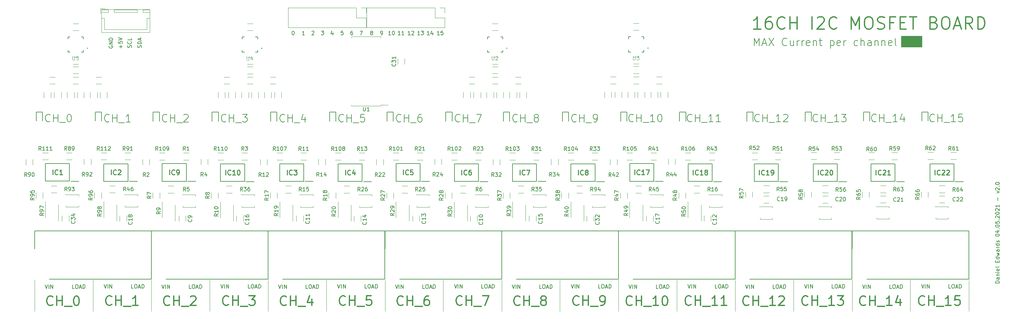
<source format=gbr>
%TF.GenerationSoftware,KiCad,Pcbnew,(5.1.9)-1*%
%TF.CreationDate,2021-05-09T12:40:12+03:00*%
%TF.ProjectId,16ch_fet_board,31366368-5f66-4657-945f-626f6172642e,2.0*%
%TF.SameCoordinates,Original*%
%TF.FileFunction,Legend,Top*%
%TF.FilePolarity,Positive*%
%FSLAX46Y46*%
G04 Gerber Fmt 4.6, Leading zero omitted, Abs format (unit mm)*
G04 Created by KiCad (PCBNEW (5.1.9)-1) date 2021-05-09 12:40:12*
%MOMM*%
%LPD*%
G01*
G04 APERTURE LIST*
%ADD10C,0.300000*%
%ADD11C,0.150000*%
%ADD12C,0.120000*%
%ADD13C,0.200000*%
%ADD14C,0.127000*%
%ADD15C,0.015000*%
%ADD16C,0.254000*%
G04 APERTURE END LIST*
D10*
X244230952Y-132292857D02*
X244111904Y-132411904D01*
X243754761Y-132530952D01*
X243516666Y-132530952D01*
X243159523Y-132411904D01*
X242921428Y-132173809D01*
X242802380Y-131935714D01*
X242683333Y-131459523D01*
X242683333Y-131102380D01*
X242802380Y-130626190D01*
X242921428Y-130388095D01*
X243159523Y-130150000D01*
X243516666Y-130030952D01*
X243754761Y-130030952D01*
X244111904Y-130150000D01*
X244230952Y-130269047D01*
X245302380Y-132530952D02*
X245302380Y-130030952D01*
X245302380Y-131221428D02*
X246730952Y-131221428D01*
X246730952Y-132530952D02*
X246730952Y-130030952D01*
X247326190Y-132769047D02*
X249230952Y-132769047D01*
X251135714Y-132530952D02*
X249707142Y-132530952D01*
X250421428Y-132530952D02*
X250421428Y-130030952D01*
X250183333Y-130388095D01*
X249945238Y-130626190D01*
X249707142Y-130745238D01*
X253278571Y-130864285D02*
X253278571Y-132530952D01*
X252683333Y-129911904D02*
X252088095Y-131697619D01*
X253635714Y-131697619D01*
D11*
X243404761Y-127052380D02*
X243738095Y-128052380D01*
X244071428Y-127052380D01*
X244404761Y-128052380D02*
X244404761Y-127052380D01*
X244880952Y-128052380D02*
X244880952Y-127052380D01*
X245452380Y-128052380D01*
X245452380Y-127052380D01*
X251057142Y-128052380D02*
X250580952Y-128052380D01*
X250580952Y-127052380D01*
X251580952Y-127052380D02*
X251771428Y-127052380D01*
X251866666Y-127100000D01*
X251961904Y-127195238D01*
X252009523Y-127385714D01*
X252009523Y-127719047D01*
X251961904Y-127909523D01*
X251866666Y-128004761D01*
X251771428Y-128052380D01*
X251580952Y-128052380D01*
X251485714Y-128004761D01*
X251390476Y-127909523D01*
X251342857Y-127719047D01*
X251342857Y-127385714D01*
X251390476Y-127195238D01*
X251485714Y-127100000D01*
X251580952Y-127052380D01*
X252390476Y-127766666D02*
X252866666Y-127766666D01*
X252295238Y-128052380D02*
X252628571Y-127052380D01*
X252961904Y-128052380D01*
X253295238Y-128052380D02*
X253295238Y-127052380D01*
X253533333Y-127052380D01*
X253676190Y-127100000D01*
X253771428Y-127195238D01*
X253819047Y-127290476D01*
X253866666Y-127480952D01*
X253866666Y-127623809D01*
X253819047Y-127814285D01*
X253771428Y-127909523D01*
X253676190Y-128004761D01*
X253533333Y-128052380D01*
X253295238Y-128052380D01*
D10*
X259640952Y-132242857D02*
X259521904Y-132361904D01*
X259164761Y-132480952D01*
X258926666Y-132480952D01*
X258569523Y-132361904D01*
X258331428Y-132123809D01*
X258212380Y-131885714D01*
X258093333Y-131409523D01*
X258093333Y-131052380D01*
X258212380Y-130576190D01*
X258331428Y-130338095D01*
X258569523Y-130100000D01*
X258926666Y-129980952D01*
X259164761Y-129980952D01*
X259521904Y-130100000D01*
X259640952Y-130219047D01*
X260712380Y-132480952D02*
X260712380Y-129980952D01*
X260712380Y-131171428D02*
X262140952Y-131171428D01*
X262140952Y-132480952D02*
X262140952Y-129980952D01*
X262736190Y-132719047D02*
X264640952Y-132719047D01*
X266545714Y-132480952D02*
X265117142Y-132480952D01*
X265831428Y-132480952D02*
X265831428Y-129980952D01*
X265593333Y-130338095D01*
X265355238Y-130576190D01*
X265117142Y-130695238D01*
X268807619Y-129980952D02*
X267617142Y-129980952D01*
X267498095Y-131171428D01*
X267617142Y-131052380D01*
X267855238Y-130933333D01*
X268450476Y-130933333D01*
X268688571Y-131052380D01*
X268807619Y-131171428D01*
X268926666Y-131409523D01*
X268926666Y-132004761D01*
X268807619Y-132242857D01*
X268688571Y-132361904D01*
X268450476Y-132480952D01*
X267855238Y-132480952D01*
X267617142Y-132361904D01*
X267498095Y-132242857D01*
D11*
X258814761Y-127002380D02*
X259148095Y-128002380D01*
X259481428Y-127002380D01*
X259814761Y-128002380D02*
X259814761Y-127002380D01*
X260290952Y-128002380D02*
X260290952Y-127002380D01*
X260862380Y-128002380D01*
X260862380Y-127002380D01*
X266467142Y-128002380D02*
X265990952Y-128002380D01*
X265990952Y-127002380D01*
X266990952Y-127002380D02*
X267181428Y-127002380D01*
X267276666Y-127050000D01*
X267371904Y-127145238D01*
X267419523Y-127335714D01*
X267419523Y-127669047D01*
X267371904Y-127859523D01*
X267276666Y-127954761D01*
X267181428Y-128002380D01*
X266990952Y-128002380D01*
X266895714Y-127954761D01*
X266800476Y-127859523D01*
X266752857Y-127669047D01*
X266752857Y-127335714D01*
X266800476Y-127145238D01*
X266895714Y-127050000D01*
X266990952Y-127002380D01*
X267800476Y-127716666D02*
X268276666Y-127716666D01*
X267705238Y-128002380D02*
X268038571Y-127002380D01*
X268371904Y-128002380D01*
X268705238Y-128002380D02*
X268705238Y-127002380D01*
X268943333Y-127002380D01*
X269086190Y-127050000D01*
X269181428Y-127145238D01*
X269229047Y-127240476D01*
X269276666Y-127430952D01*
X269276666Y-127573809D01*
X269229047Y-127764285D01*
X269181428Y-127859523D01*
X269086190Y-127954761D01*
X268943333Y-128002380D01*
X268705238Y-128002380D01*
D12*
X255900000Y-125800000D02*
X255900000Y-134000000D01*
X271200000Y-125900000D02*
X271200000Y-134000000D01*
D10*
X213730952Y-132292857D02*
X213611904Y-132411904D01*
X213254761Y-132530952D01*
X213016666Y-132530952D01*
X212659523Y-132411904D01*
X212421428Y-132173809D01*
X212302380Y-131935714D01*
X212183333Y-131459523D01*
X212183333Y-131102380D01*
X212302380Y-130626190D01*
X212421428Y-130388095D01*
X212659523Y-130150000D01*
X213016666Y-130030952D01*
X213254761Y-130030952D01*
X213611904Y-130150000D01*
X213730952Y-130269047D01*
X214802380Y-132530952D02*
X214802380Y-130030952D01*
X214802380Y-131221428D02*
X216230952Y-131221428D01*
X216230952Y-132530952D02*
X216230952Y-130030952D01*
X216826190Y-132769047D02*
X218730952Y-132769047D01*
X220635714Y-132530952D02*
X219207142Y-132530952D01*
X219921428Y-132530952D02*
X219921428Y-130030952D01*
X219683333Y-130388095D01*
X219445238Y-130626190D01*
X219207142Y-130745238D01*
X221588095Y-130269047D02*
X221707142Y-130150000D01*
X221945238Y-130030952D01*
X222540476Y-130030952D01*
X222778571Y-130150000D01*
X222897619Y-130269047D01*
X223016666Y-130507142D01*
X223016666Y-130745238D01*
X222897619Y-131102380D01*
X221469047Y-132530952D01*
X223016666Y-132530952D01*
D11*
X212904761Y-127052380D02*
X213238095Y-128052380D01*
X213571428Y-127052380D01*
X213904761Y-128052380D02*
X213904761Y-127052380D01*
X214380952Y-128052380D02*
X214380952Y-127052380D01*
X214952380Y-128052380D01*
X214952380Y-127052380D01*
X220557142Y-128052380D02*
X220080952Y-128052380D01*
X220080952Y-127052380D01*
X221080952Y-127052380D02*
X221271428Y-127052380D01*
X221366666Y-127100000D01*
X221461904Y-127195238D01*
X221509523Y-127385714D01*
X221509523Y-127719047D01*
X221461904Y-127909523D01*
X221366666Y-128004761D01*
X221271428Y-128052380D01*
X221080952Y-128052380D01*
X220985714Y-128004761D01*
X220890476Y-127909523D01*
X220842857Y-127719047D01*
X220842857Y-127385714D01*
X220890476Y-127195238D01*
X220985714Y-127100000D01*
X221080952Y-127052380D01*
X221890476Y-127766666D02*
X222366666Y-127766666D01*
X221795238Y-128052380D02*
X222128571Y-127052380D01*
X222461904Y-128052380D01*
X222795238Y-128052380D02*
X222795238Y-127052380D01*
X223033333Y-127052380D01*
X223176190Y-127100000D01*
X223271428Y-127195238D01*
X223319047Y-127290476D01*
X223366666Y-127480952D01*
X223366666Y-127623809D01*
X223319047Y-127814285D01*
X223271428Y-127909523D01*
X223176190Y-128004761D01*
X223033333Y-128052380D01*
X222795238Y-128052380D01*
D10*
X229140952Y-132242857D02*
X229021904Y-132361904D01*
X228664761Y-132480952D01*
X228426666Y-132480952D01*
X228069523Y-132361904D01*
X227831428Y-132123809D01*
X227712380Y-131885714D01*
X227593333Y-131409523D01*
X227593333Y-131052380D01*
X227712380Y-130576190D01*
X227831428Y-130338095D01*
X228069523Y-130100000D01*
X228426666Y-129980952D01*
X228664761Y-129980952D01*
X229021904Y-130100000D01*
X229140952Y-130219047D01*
X230212380Y-132480952D02*
X230212380Y-129980952D01*
X230212380Y-131171428D02*
X231640952Y-131171428D01*
X231640952Y-132480952D02*
X231640952Y-129980952D01*
X232236190Y-132719047D02*
X234140952Y-132719047D01*
X236045714Y-132480952D02*
X234617142Y-132480952D01*
X235331428Y-132480952D02*
X235331428Y-129980952D01*
X235093333Y-130338095D01*
X234855238Y-130576190D01*
X234617142Y-130695238D01*
X236879047Y-129980952D02*
X238426666Y-129980952D01*
X237593333Y-130933333D01*
X237950476Y-130933333D01*
X238188571Y-131052380D01*
X238307619Y-131171428D01*
X238426666Y-131409523D01*
X238426666Y-132004761D01*
X238307619Y-132242857D01*
X238188571Y-132361904D01*
X237950476Y-132480952D01*
X237236190Y-132480952D01*
X236998095Y-132361904D01*
X236879047Y-132242857D01*
D11*
X228314761Y-127002380D02*
X228648095Y-128002380D01*
X228981428Y-127002380D01*
X229314761Y-128002380D02*
X229314761Y-127002380D01*
X229790952Y-128002380D02*
X229790952Y-127002380D01*
X230362380Y-128002380D01*
X230362380Y-127002380D01*
X235967142Y-128002380D02*
X235490952Y-128002380D01*
X235490952Y-127002380D01*
X236490952Y-127002380D02*
X236681428Y-127002380D01*
X236776666Y-127050000D01*
X236871904Y-127145238D01*
X236919523Y-127335714D01*
X236919523Y-127669047D01*
X236871904Y-127859523D01*
X236776666Y-127954761D01*
X236681428Y-128002380D01*
X236490952Y-128002380D01*
X236395714Y-127954761D01*
X236300476Y-127859523D01*
X236252857Y-127669047D01*
X236252857Y-127335714D01*
X236300476Y-127145238D01*
X236395714Y-127050000D01*
X236490952Y-127002380D01*
X237300476Y-127716666D02*
X237776666Y-127716666D01*
X237205238Y-128002380D02*
X237538571Y-127002380D01*
X237871904Y-128002380D01*
X238205238Y-128002380D02*
X238205238Y-127002380D01*
X238443333Y-127002380D01*
X238586190Y-127050000D01*
X238681428Y-127145238D01*
X238729047Y-127240476D01*
X238776666Y-127430952D01*
X238776666Y-127573809D01*
X238729047Y-127764285D01*
X238681428Y-127859523D01*
X238586190Y-127954761D01*
X238443333Y-128002380D01*
X238205238Y-128002380D01*
D12*
X225400000Y-125800000D02*
X225400000Y-134000000D01*
X240700000Y-125900000D02*
X240700000Y-134000000D01*
D10*
X183230952Y-132292857D02*
X183111904Y-132411904D01*
X182754761Y-132530952D01*
X182516666Y-132530952D01*
X182159523Y-132411904D01*
X181921428Y-132173809D01*
X181802380Y-131935714D01*
X181683333Y-131459523D01*
X181683333Y-131102380D01*
X181802380Y-130626190D01*
X181921428Y-130388095D01*
X182159523Y-130150000D01*
X182516666Y-130030952D01*
X182754761Y-130030952D01*
X183111904Y-130150000D01*
X183230952Y-130269047D01*
X184302380Y-132530952D02*
X184302380Y-130030952D01*
X184302380Y-131221428D02*
X185730952Y-131221428D01*
X185730952Y-132530952D02*
X185730952Y-130030952D01*
X186326190Y-132769047D02*
X188230952Y-132769047D01*
X190135714Y-132530952D02*
X188707142Y-132530952D01*
X189421428Y-132530952D02*
X189421428Y-130030952D01*
X189183333Y-130388095D01*
X188945238Y-130626190D01*
X188707142Y-130745238D01*
X191683333Y-130030952D02*
X191921428Y-130030952D01*
X192159523Y-130150000D01*
X192278571Y-130269047D01*
X192397619Y-130507142D01*
X192516666Y-130983333D01*
X192516666Y-131578571D01*
X192397619Y-132054761D01*
X192278571Y-132292857D01*
X192159523Y-132411904D01*
X191921428Y-132530952D01*
X191683333Y-132530952D01*
X191445238Y-132411904D01*
X191326190Y-132292857D01*
X191207142Y-132054761D01*
X191088095Y-131578571D01*
X191088095Y-130983333D01*
X191207142Y-130507142D01*
X191326190Y-130269047D01*
X191445238Y-130150000D01*
X191683333Y-130030952D01*
D11*
X182404761Y-127052380D02*
X182738095Y-128052380D01*
X183071428Y-127052380D01*
X183404761Y-128052380D02*
X183404761Y-127052380D01*
X183880952Y-128052380D02*
X183880952Y-127052380D01*
X184452380Y-128052380D01*
X184452380Y-127052380D01*
X190057142Y-128052380D02*
X189580952Y-128052380D01*
X189580952Y-127052380D01*
X190580952Y-127052380D02*
X190771428Y-127052380D01*
X190866666Y-127100000D01*
X190961904Y-127195238D01*
X191009523Y-127385714D01*
X191009523Y-127719047D01*
X190961904Y-127909523D01*
X190866666Y-128004761D01*
X190771428Y-128052380D01*
X190580952Y-128052380D01*
X190485714Y-128004761D01*
X190390476Y-127909523D01*
X190342857Y-127719047D01*
X190342857Y-127385714D01*
X190390476Y-127195238D01*
X190485714Y-127100000D01*
X190580952Y-127052380D01*
X191390476Y-127766666D02*
X191866666Y-127766666D01*
X191295238Y-128052380D02*
X191628571Y-127052380D01*
X191961904Y-128052380D01*
X192295238Y-128052380D02*
X192295238Y-127052380D01*
X192533333Y-127052380D01*
X192676190Y-127100000D01*
X192771428Y-127195238D01*
X192819047Y-127290476D01*
X192866666Y-127480952D01*
X192866666Y-127623809D01*
X192819047Y-127814285D01*
X192771428Y-127909523D01*
X192676190Y-128004761D01*
X192533333Y-128052380D01*
X192295238Y-128052380D01*
D10*
X198640952Y-132242857D02*
X198521904Y-132361904D01*
X198164761Y-132480952D01*
X197926666Y-132480952D01*
X197569523Y-132361904D01*
X197331428Y-132123809D01*
X197212380Y-131885714D01*
X197093333Y-131409523D01*
X197093333Y-131052380D01*
X197212380Y-130576190D01*
X197331428Y-130338095D01*
X197569523Y-130100000D01*
X197926666Y-129980952D01*
X198164761Y-129980952D01*
X198521904Y-130100000D01*
X198640952Y-130219047D01*
X199712380Y-132480952D02*
X199712380Y-129980952D01*
X199712380Y-131171428D02*
X201140952Y-131171428D01*
X201140952Y-132480952D02*
X201140952Y-129980952D01*
X201736190Y-132719047D02*
X203640952Y-132719047D01*
X205545714Y-132480952D02*
X204117142Y-132480952D01*
X204831428Y-132480952D02*
X204831428Y-129980952D01*
X204593333Y-130338095D01*
X204355238Y-130576190D01*
X204117142Y-130695238D01*
X207926666Y-132480952D02*
X206498095Y-132480952D01*
X207212380Y-132480952D02*
X207212380Y-129980952D01*
X206974285Y-130338095D01*
X206736190Y-130576190D01*
X206498095Y-130695238D01*
D11*
X197814761Y-127002380D02*
X198148095Y-128002380D01*
X198481428Y-127002380D01*
X198814761Y-128002380D02*
X198814761Y-127002380D01*
X199290952Y-128002380D02*
X199290952Y-127002380D01*
X199862380Y-128002380D01*
X199862380Y-127002380D01*
X205467142Y-128002380D02*
X204990952Y-128002380D01*
X204990952Y-127002380D01*
X205990952Y-127002380D02*
X206181428Y-127002380D01*
X206276666Y-127050000D01*
X206371904Y-127145238D01*
X206419523Y-127335714D01*
X206419523Y-127669047D01*
X206371904Y-127859523D01*
X206276666Y-127954761D01*
X206181428Y-128002380D01*
X205990952Y-128002380D01*
X205895714Y-127954761D01*
X205800476Y-127859523D01*
X205752857Y-127669047D01*
X205752857Y-127335714D01*
X205800476Y-127145238D01*
X205895714Y-127050000D01*
X205990952Y-127002380D01*
X206800476Y-127716666D02*
X207276666Y-127716666D01*
X206705238Y-128002380D02*
X207038571Y-127002380D01*
X207371904Y-128002380D01*
X207705238Y-128002380D02*
X207705238Y-127002380D01*
X207943333Y-127002380D01*
X208086190Y-127050000D01*
X208181428Y-127145238D01*
X208229047Y-127240476D01*
X208276666Y-127430952D01*
X208276666Y-127573809D01*
X208229047Y-127764285D01*
X208181428Y-127859523D01*
X208086190Y-127954761D01*
X207943333Y-128002380D01*
X207705238Y-128002380D01*
D12*
X194900000Y-125800000D02*
X194900000Y-134000000D01*
X210200000Y-125900000D02*
X210200000Y-134000000D01*
D10*
X153921428Y-132292857D02*
X153802380Y-132411904D01*
X153445238Y-132530952D01*
X153207142Y-132530952D01*
X152850000Y-132411904D01*
X152611904Y-132173809D01*
X152492857Y-131935714D01*
X152373809Y-131459523D01*
X152373809Y-131102380D01*
X152492857Y-130626190D01*
X152611904Y-130388095D01*
X152850000Y-130150000D01*
X153207142Y-130030952D01*
X153445238Y-130030952D01*
X153802380Y-130150000D01*
X153921428Y-130269047D01*
X154992857Y-132530952D02*
X154992857Y-130030952D01*
X154992857Y-131221428D02*
X156421428Y-131221428D01*
X156421428Y-132530952D02*
X156421428Y-130030952D01*
X157016666Y-132769047D02*
X158921428Y-132769047D01*
X159873809Y-131102380D02*
X159635714Y-130983333D01*
X159516666Y-130864285D01*
X159397619Y-130626190D01*
X159397619Y-130507142D01*
X159516666Y-130269047D01*
X159635714Y-130150000D01*
X159873809Y-130030952D01*
X160350000Y-130030952D01*
X160588095Y-130150000D01*
X160707142Y-130269047D01*
X160826190Y-130507142D01*
X160826190Y-130626190D01*
X160707142Y-130864285D01*
X160588095Y-130983333D01*
X160350000Y-131102380D01*
X159873809Y-131102380D01*
X159635714Y-131221428D01*
X159516666Y-131340476D01*
X159397619Y-131578571D01*
X159397619Y-132054761D01*
X159516666Y-132292857D01*
X159635714Y-132411904D01*
X159873809Y-132530952D01*
X160350000Y-132530952D01*
X160588095Y-132411904D01*
X160707142Y-132292857D01*
X160826190Y-132054761D01*
X160826190Y-131578571D01*
X160707142Y-131340476D01*
X160588095Y-131221428D01*
X160350000Y-131102380D01*
D11*
X151904761Y-127052380D02*
X152238095Y-128052380D01*
X152571428Y-127052380D01*
X152904761Y-128052380D02*
X152904761Y-127052380D01*
X153380952Y-128052380D02*
X153380952Y-127052380D01*
X153952380Y-128052380D01*
X153952380Y-127052380D01*
X159557142Y-128052380D02*
X159080952Y-128052380D01*
X159080952Y-127052380D01*
X160080952Y-127052380D02*
X160271428Y-127052380D01*
X160366666Y-127100000D01*
X160461904Y-127195238D01*
X160509523Y-127385714D01*
X160509523Y-127719047D01*
X160461904Y-127909523D01*
X160366666Y-128004761D01*
X160271428Y-128052380D01*
X160080952Y-128052380D01*
X159985714Y-128004761D01*
X159890476Y-127909523D01*
X159842857Y-127719047D01*
X159842857Y-127385714D01*
X159890476Y-127195238D01*
X159985714Y-127100000D01*
X160080952Y-127052380D01*
X160890476Y-127766666D02*
X161366666Y-127766666D01*
X160795238Y-128052380D02*
X161128571Y-127052380D01*
X161461904Y-128052380D01*
X161795238Y-128052380D02*
X161795238Y-127052380D01*
X162033333Y-127052380D01*
X162176190Y-127100000D01*
X162271428Y-127195238D01*
X162319047Y-127290476D01*
X162366666Y-127480952D01*
X162366666Y-127623809D01*
X162319047Y-127814285D01*
X162271428Y-127909523D01*
X162176190Y-128004761D01*
X162033333Y-128052380D01*
X161795238Y-128052380D01*
D10*
X169331428Y-132242857D02*
X169212380Y-132361904D01*
X168855238Y-132480952D01*
X168617142Y-132480952D01*
X168260000Y-132361904D01*
X168021904Y-132123809D01*
X167902857Y-131885714D01*
X167783809Y-131409523D01*
X167783809Y-131052380D01*
X167902857Y-130576190D01*
X168021904Y-130338095D01*
X168260000Y-130100000D01*
X168617142Y-129980952D01*
X168855238Y-129980952D01*
X169212380Y-130100000D01*
X169331428Y-130219047D01*
X170402857Y-132480952D02*
X170402857Y-129980952D01*
X170402857Y-131171428D02*
X171831428Y-131171428D01*
X171831428Y-132480952D02*
X171831428Y-129980952D01*
X172426666Y-132719047D02*
X174331428Y-132719047D01*
X175045714Y-132480952D02*
X175521904Y-132480952D01*
X175760000Y-132361904D01*
X175879047Y-132242857D01*
X176117142Y-131885714D01*
X176236190Y-131409523D01*
X176236190Y-130457142D01*
X176117142Y-130219047D01*
X175998095Y-130100000D01*
X175760000Y-129980952D01*
X175283809Y-129980952D01*
X175045714Y-130100000D01*
X174926666Y-130219047D01*
X174807619Y-130457142D01*
X174807619Y-131052380D01*
X174926666Y-131290476D01*
X175045714Y-131409523D01*
X175283809Y-131528571D01*
X175760000Y-131528571D01*
X175998095Y-131409523D01*
X176117142Y-131290476D01*
X176236190Y-131052380D01*
D11*
X167314761Y-127002380D02*
X167648095Y-128002380D01*
X167981428Y-127002380D01*
X168314761Y-128002380D02*
X168314761Y-127002380D01*
X168790952Y-128002380D02*
X168790952Y-127002380D01*
X169362380Y-128002380D01*
X169362380Y-127002380D01*
X174967142Y-128002380D02*
X174490952Y-128002380D01*
X174490952Y-127002380D01*
X175490952Y-127002380D02*
X175681428Y-127002380D01*
X175776666Y-127050000D01*
X175871904Y-127145238D01*
X175919523Y-127335714D01*
X175919523Y-127669047D01*
X175871904Y-127859523D01*
X175776666Y-127954761D01*
X175681428Y-128002380D01*
X175490952Y-128002380D01*
X175395714Y-127954761D01*
X175300476Y-127859523D01*
X175252857Y-127669047D01*
X175252857Y-127335714D01*
X175300476Y-127145238D01*
X175395714Y-127050000D01*
X175490952Y-127002380D01*
X176300476Y-127716666D02*
X176776666Y-127716666D01*
X176205238Y-128002380D02*
X176538571Y-127002380D01*
X176871904Y-128002380D01*
X177205238Y-128002380D02*
X177205238Y-127002380D01*
X177443333Y-127002380D01*
X177586190Y-127050000D01*
X177681428Y-127145238D01*
X177729047Y-127240476D01*
X177776666Y-127430952D01*
X177776666Y-127573809D01*
X177729047Y-127764285D01*
X177681428Y-127859523D01*
X177586190Y-127954761D01*
X177443333Y-128002380D01*
X177205238Y-128002380D01*
D12*
X164400000Y-125800000D02*
X164400000Y-134000000D01*
X179700000Y-125900000D02*
X179700000Y-134000000D01*
D10*
X123421428Y-132292857D02*
X123302380Y-132411904D01*
X122945238Y-132530952D01*
X122707142Y-132530952D01*
X122350000Y-132411904D01*
X122111904Y-132173809D01*
X121992857Y-131935714D01*
X121873809Y-131459523D01*
X121873809Y-131102380D01*
X121992857Y-130626190D01*
X122111904Y-130388095D01*
X122350000Y-130150000D01*
X122707142Y-130030952D01*
X122945238Y-130030952D01*
X123302380Y-130150000D01*
X123421428Y-130269047D01*
X124492857Y-132530952D02*
X124492857Y-130030952D01*
X124492857Y-131221428D02*
X125921428Y-131221428D01*
X125921428Y-132530952D02*
X125921428Y-130030952D01*
X126516666Y-132769047D02*
X128421428Y-132769047D01*
X130088095Y-130030952D02*
X129611904Y-130030952D01*
X129373809Y-130150000D01*
X129254761Y-130269047D01*
X129016666Y-130626190D01*
X128897619Y-131102380D01*
X128897619Y-132054761D01*
X129016666Y-132292857D01*
X129135714Y-132411904D01*
X129373809Y-132530952D01*
X129850000Y-132530952D01*
X130088095Y-132411904D01*
X130207142Y-132292857D01*
X130326190Y-132054761D01*
X130326190Y-131459523D01*
X130207142Y-131221428D01*
X130088095Y-131102380D01*
X129850000Y-130983333D01*
X129373809Y-130983333D01*
X129135714Y-131102380D01*
X129016666Y-131221428D01*
X128897619Y-131459523D01*
D11*
X121404761Y-127052380D02*
X121738095Y-128052380D01*
X122071428Y-127052380D01*
X122404761Y-128052380D02*
X122404761Y-127052380D01*
X122880952Y-128052380D02*
X122880952Y-127052380D01*
X123452380Y-128052380D01*
X123452380Y-127052380D01*
X129057142Y-128052380D02*
X128580952Y-128052380D01*
X128580952Y-127052380D01*
X129580952Y-127052380D02*
X129771428Y-127052380D01*
X129866666Y-127100000D01*
X129961904Y-127195238D01*
X130009523Y-127385714D01*
X130009523Y-127719047D01*
X129961904Y-127909523D01*
X129866666Y-128004761D01*
X129771428Y-128052380D01*
X129580952Y-128052380D01*
X129485714Y-128004761D01*
X129390476Y-127909523D01*
X129342857Y-127719047D01*
X129342857Y-127385714D01*
X129390476Y-127195238D01*
X129485714Y-127100000D01*
X129580952Y-127052380D01*
X130390476Y-127766666D02*
X130866666Y-127766666D01*
X130295238Y-128052380D02*
X130628571Y-127052380D01*
X130961904Y-128052380D01*
X131295238Y-128052380D02*
X131295238Y-127052380D01*
X131533333Y-127052380D01*
X131676190Y-127100000D01*
X131771428Y-127195238D01*
X131819047Y-127290476D01*
X131866666Y-127480952D01*
X131866666Y-127623809D01*
X131819047Y-127814285D01*
X131771428Y-127909523D01*
X131676190Y-128004761D01*
X131533333Y-128052380D01*
X131295238Y-128052380D01*
D10*
X138831428Y-132242857D02*
X138712380Y-132361904D01*
X138355238Y-132480952D01*
X138117142Y-132480952D01*
X137760000Y-132361904D01*
X137521904Y-132123809D01*
X137402857Y-131885714D01*
X137283809Y-131409523D01*
X137283809Y-131052380D01*
X137402857Y-130576190D01*
X137521904Y-130338095D01*
X137760000Y-130100000D01*
X138117142Y-129980952D01*
X138355238Y-129980952D01*
X138712380Y-130100000D01*
X138831428Y-130219047D01*
X139902857Y-132480952D02*
X139902857Y-129980952D01*
X139902857Y-131171428D02*
X141331428Y-131171428D01*
X141331428Y-132480952D02*
X141331428Y-129980952D01*
X141926666Y-132719047D02*
X143831428Y-132719047D01*
X144188571Y-129980952D02*
X145855238Y-129980952D01*
X144783809Y-132480952D01*
D11*
X136814761Y-127002380D02*
X137148095Y-128002380D01*
X137481428Y-127002380D01*
X137814761Y-128002380D02*
X137814761Y-127002380D01*
X138290952Y-128002380D02*
X138290952Y-127002380D01*
X138862380Y-128002380D01*
X138862380Y-127002380D01*
X144467142Y-128002380D02*
X143990952Y-128002380D01*
X143990952Y-127002380D01*
X144990952Y-127002380D02*
X145181428Y-127002380D01*
X145276666Y-127050000D01*
X145371904Y-127145238D01*
X145419523Y-127335714D01*
X145419523Y-127669047D01*
X145371904Y-127859523D01*
X145276666Y-127954761D01*
X145181428Y-128002380D01*
X144990952Y-128002380D01*
X144895714Y-127954761D01*
X144800476Y-127859523D01*
X144752857Y-127669047D01*
X144752857Y-127335714D01*
X144800476Y-127145238D01*
X144895714Y-127050000D01*
X144990952Y-127002380D01*
X145800476Y-127716666D02*
X146276666Y-127716666D01*
X145705238Y-128002380D02*
X146038571Y-127002380D01*
X146371904Y-128002380D01*
X146705238Y-128002380D02*
X146705238Y-127002380D01*
X146943333Y-127002380D01*
X147086190Y-127050000D01*
X147181428Y-127145238D01*
X147229047Y-127240476D01*
X147276666Y-127430952D01*
X147276666Y-127573809D01*
X147229047Y-127764285D01*
X147181428Y-127859523D01*
X147086190Y-127954761D01*
X146943333Y-128002380D01*
X146705238Y-128002380D01*
D12*
X133900000Y-125800000D02*
X133900000Y-134000000D01*
X149200000Y-125900000D02*
X149200000Y-134000000D01*
D10*
X92921428Y-132292857D02*
X92802380Y-132411904D01*
X92445238Y-132530952D01*
X92207142Y-132530952D01*
X91850000Y-132411904D01*
X91611904Y-132173809D01*
X91492857Y-131935714D01*
X91373809Y-131459523D01*
X91373809Y-131102380D01*
X91492857Y-130626190D01*
X91611904Y-130388095D01*
X91850000Y-130150000D01*
X92207142Y-130030952D01*
X92445238Y-130030952D01*
X92802380Y-130150000D01*
X92921428Y-130269047D01*
X93992857Y-132530952D02*
X93992857Y-130030952D01*
X93992857Y-131221428D02*
X95421428Y-131221428D01*
X95421428Y-132530952D02*
X95421428Y-130030952D01*
X96016666Y-132769047D02*
X97921428Y-132769047D01*
X99588095Y-130864285D02*
X99588095Y-132530952D01*
X98992857Y-129911904D02*
X98397619Y-131697619D01*
X99945238Y-131697619D01*
D11*
X90904761Y-127052380D02*
X91238095Y-128052380D01*
X91571428Y-127052380D01*
X91904761Y-128052380D02*
X91904761Y-127052380D01*
X92380952Y-128052380D02*
X92380952Y-127052380D01*
X92952380Y-128052380D01*
X92952380Y-127052380D01*
X98557142Y-128052380D02*
X98080952Y-128052380D01*
X98080952Y-127052380D01*
X99080952Y-127052380D02*
X99271428Y-127052380D01*
X99366666Y-127100000D01*
X99461904Y-127195238D01*
X99509523Y-127385714D01*
X99509523Y-127719047D01*
X99461904Y-127909523D01*
X99366666Y-128004761D01*
X99271428Y-128052380D01*
X99080952Y-128052380D01*
X98985714Y-128004761D01*
X98890476Y-127909523D01*
X98842857Y-127719047D01*
X98842857Y-127385714D01*
X98890476Y-127195238D01*
X98985714Y-127100000D01*
X99080952Y-127052380D01*
X99890476Y-127766666D02*
X100366666Y-127766666D01*
X99795238Y-128052380D02*
X100128571Y-127052380D01*
X100461904Y-128052380D01*
X100795238Y-128052380D02*
X100795238Y-127052380D01*
X101033333Y-127052380D01*
X101176190Y-127100000D01*
X101271428Y-127195238D01*
X101319047Y-127290476D01*
X101366666Y-127480952D01*
X101366666Y-127623809D01*
X101319047Y-127814285D01*
X101271428Y-127909523D01*
X101176190Y-128004761D01*
X101033333Y-128052380D01*
X100795238Y-128052380D01*
D10*
X108331428Y-132242857D02*
X108212380Y-132361904D01*
X107855238Y-132480952D01*
X107617142Y-132480952D01*
X107260000Y-132361904D01*
X107021904Y-132123809D01*
X106902857Y-131885714D01*
X106783809Y-131409523D01*
X106783809Y-131052380D01*
X106902857Y-130576190D01*
X107021904Y-130338095D01*
X107260000Y-130100000D01*
X107617142Y-129980952D01*
X107855238Y-129980952D01*
X108212380Y-130100000D01*
X108331428Y-130219047D01*
X109402857Y-132480952D02*
X109402857Y-129980952D01*
X109402857Y-131171428D02*
X110831428Y-131171428D01*
X110831428Y-132480952D02*
X110831428Y-129980952D01*
X111426666Y-132719047D02*
X113331428Y-132719047D01*
X115117142Y-129980952D02*
X113926666Y-129980952D01*
X113807619Y-131171428D01*
X113926666Y-131052380D01*
X114164761Y-130933333D01*
X114760000Y-130933333D01*
X114998095Y-131052380D01*
X115117142Y-131171428D01*
X115236190Y-131409523D01*
X115236190Y-132004761D01*
X115117142Y-132242857D01*
X114998095Y-132361904D01*
X114760000Y-132480952D01*
X114164761Y-132480952D01*
X113926666Y-132361904D01*
X113807619Y-132242857D01*
D11*
X106314761Y-127002380D02*
X106648095Y-128002380D01*
X106981428Y-127002380D01*
X107314761Y-128002380D02*
X107314761Y-127002380D01*
X107790952Y-128002380D02*
X107790952Y-127002380D01*
X108362380Y-128002380D01*
X108362380Y-127002380D01*
X113967142Y-128002380D02*
X113490952Y-128002380D01*
X113490952Y-127002380D01*
X114490952Y-127002380D02*
X114681428Y-127002380D01*
X114776666Y-127050000D01*
X114871904Y-127145238D01*
X114919523Y-127335714D01*
X114919523Y-127669047D01*
X114871904Y-127859523D01*
X114776666Y-127954761D01*
X114681428Y-128002380D01*
X114490952Y-128002380D01*
X114395714Y-127954761D01*
X114300476Y-127859523D01*
X114252857Y-127669047D01*
X114252857Y-127335714D01*
X114300476Y-127145238D01*
X114395714Y-127050000D01*
X114490952Y-127002380D01*
X115300476Y-127716666D02*
X115776666Y-127716666D01*
X115205238Y-128002380D02*
X115538571Y-127002380D01*
X115871904Y-128002380D01*
X116205238Y-128002380D02*
X116205238Y-127002380D01*
X116443333Y-127002380D01*
X116586190Y-127050000D01*
X116681428Y-127145238D01*
X116729047Y-127240476D01*
X116776666Y-127430952D01*
X116776666Y-127573809D01*
X116729047Y-127764285D01*
X116681428Y-127859523D01*
X116586190Y-127954761D01*
X116443333Y-128002380D01*
X116205238Y-128002380D01*
D12*
X103400000Y-125800000D02*
X103400000Y-134000000D01*
X118700000Y-125900000D02*
X118700000Y-134000000D01*
D10*
X62421428Y-132292857D02*
X62302380Y-132411904D01*
X61945238Y-132530952D01*
X61707142Y-132530952D01*
X61350000Y-132411904D01*
X61111904Y-132173809D01*
X60992857Y-131935714D01*
X60873809Y-131459523D01*
X60873809Y-131102380D01*
X60992857Y-130626190D01*
X61111904Y-130388095D01*
X61350000Y-130150000D01*
X61707142Y-130030952D01*
X61945238Y-130030952D01*
X62302380Y-130150000D01*
X62421428Y-130269047D01*
X63492857Y-132530952D02*
X63492857Y-130030952D01*
X63492857Y-131221428D02*
X64921428Y-131221428D01*
X64921428Y-132530952D02*
X64921428Y-130030952D01*
X65516666Y-132769047D02*
X67421428Y-132769047D01*
X67897619Y-130269047D02*
X68016666Y-130150000D01*
X68254761Y-130030952D01*
X68850000Y-130030952D01*
X69088095Y-130150000D01*
X69207142Y-130269047D01*
X69326190Y-130507142D01*
X69326190Y-130745238D01*
X69207142Y-131102380D01*
X67778571Y-132530952D01*
X69326190Y-132530952D01*
D11*
X60404761Y-127052380D02*
X60738095Y-128052380D01*
X61071428Y-127052380D01*
X61404761Y-128052380D02*
X61404761Y-127052380D01*
X61880952Y-128052380D02*
X61880952Y-127052380D01*
X62452380Y-128052380D01*
X62452380Y-127052380D01*
X68057142Y-128052380D02*
X67580952Y-128052380D01*
X67580952Y-127052380D01*
X68580952Y-127052380D02*
X68771428Y-127052380D01*
X68866666Y-127100000D01*
X68961904Y-127195238D01*
X69009523Y-127385714D01*
X69009523Y-127719047D01*
X68961904Y-127909523D01*
X68866666Y-128004761D01*
X68771428Y-128052380D01*
X68580952Y-128052380D01*
X68485714Y-128004761D01*
X68390476Y-127909523D01*
X68342857Y-127719047D01*
X68342857Y-127385714D01*
X68390476Y-127195238D01*
X68485714Y-127100000D01*
X68580952Y-127052380D01*
X69390476Y-127766666D02*
X69866666Y-127766666D01*
X69295238Y-128052380D02*
X69628571Y-127052380D01*
X69961904Y-128052380D01*
X70295238Y-128052380D02*
X70295238Y-127052380D01*
X70533333Y-127052380D01*
X70676190Y-127100000D01*
X70771428Y-127195238D01*
X70819047Y-127290476D01*
X70866666Y-127480952D01*
X70866666Y-127623809D01*
X70819047Y-127814285D01*
X70771428Y-127909523D01*
X70676190Y-128004761D01*
X70533333Y-128052380D01*
X70295238Y-128052380D01*
D10*
X77831428Y-132242857D02*
X77712380Y-132361904D01*
X77355238Y-132480952D01*
X77117142Y-132480952D01*
X76760000Y-132361904D01*
X76521904Y-132123809D01*
X76402857Y-131885714D01*
X76283809Y-131409523D01*
X76283809Y-131052380D01*
X76402857Y-130576190D01*
X76521904Y-130338095D01*
X76760000Y-130100000D01*
X77117142Y-129980952D01*
X77355238Y-129980952D01*
X77712380Y-130100000D01*
X77831428Y-130219047D01*
X78902857Y-132480952D02*
X78902857Y-129980952D01*
X78902857Y-131171428D02*
X80331428Y-131171428D01*
X80331428Y-132480952D02*
X80331428Y-129980952D01*
X80926666Y-132719047D02*
X82831428Y-132719047D01*
X83188571Y-129980952D02*
X84736190Y-129980952D01*
X83902857Y-130933333D01*
X84260000Y-130933333D01*
X84498095Y-131052380D01*
X84617142Y-131171428D01*
X84736190Y-131409523D01*
X84736190Y-132004761D01*
X84617142Y-132242857D01*
X84498095Y-132361904D01*
X84260000Y-132480952D01*
X83545714Y-132480952D01*
X83307619Y-132361904D01*
X83188571Y-132242857D01*
D11*
X75814761Y-127002380D02*
X76148095Y-128002380D01*
X76481428Y-127002380D01*
X76814761Y-128002380D02*
X76814761Y-127002380D01*
X77290952Y-128002380D02*
X77290952Y-127002380D01*
X77862380Y-128002380D01*
X77862380Y-127002380D01*
X83467142Y-128002380D02*
X82990952Y-128002380D01*
X82990952Y-127002380D01*
X83990952Y-127002380D02*
X84181428Y-127002380D01*
X84276666Y-127050000D01*
X84371904Y-127145238D01*
X84419523Y-127335714D01*
X84419523Y-127669047D01*
X84371904Y-127859523D01*
X84276666Y-127954761D01*
X84181428Y-128002380D01*
X83990952Y-128002380D01*
X83895714Y-127954761D01*
X83800476Y-127859523D01*
X83752857Y-127669047D01*
X83752857Y-127335714D01*
X83800476Y-127145238D01*
X83895714Y-127050000D01*
X83990952Y-127002380D01*
X84800476Y-127716666D02*
X85276666Y-127716666D01*
X84705238Y-128002380D02*
X85038571Y-127002380D01*
X85371904Y-128002380D01*
X85705238Y-128002380D02*
X85705238Y-127002380D01*
X85943333Y-127002380D01*
X86086190Y-127050000D01*
X86181428Y-127145238D01*
X86229047Y-127240476D01*
X86276666Y-127430952D01*
X86276666Y-127573809D01*
X86229047Y-127764285D01*
X86181428Y-127859523D01*
X86086190Y-127954761D01*
X85943333Y-128002380D01*
X85705238Y-128002380D01*
D12*
X72900000Y-125800000D02*
X72900000Y-134000000D01*
X88200000Y-125900000D02*
X88200000Y-134000000D01*
D10*
X47331428Y-132242857D02*
X47212380Y-132361904D01*
X46855238Y-132480952D01*
X46617142Y-132480952D01*
X46260000Y-132361904D01*
X46021904Y-132123809D01*
X45902857Y-131885714D01*
X45783809Y-131409523D01*
X45783809Y-131052380D01*
X45902857Y-130576190D01*
X46021904Y-130338095D01*
X46260000Y-130100000D01*
X46617142Y-129980952D01*
X46855238Y-129980952D01*
X47212380Y-130100000D01*
X47331428Y-130219047D01*
X48402857Y-132480952D02*
X48402857Y-129980952D01*
X48402857Y-131171428D02*
X49831428Y-131171428D01*
X49831428Y-132480952D02*
X49831428Y-129980952D01*
X50426666Y-132719047D02*
X52331428Y-132719047D01*
X54236190Y-132480952D02*
X52807619Y-132480952D01*
X53521904Y-132480952D02*
X53521904Y-129980952D01*
X53283809Y-130338095D01*
X53045714Y-130576190D01*
X52807619Y-130695238D01*
D11*
X45314761Y-127002380D02*
X45648095Y-128002380D01*
X45981428Y-127002380D01*
X46314761Y-128002380D02*
X46314761Y-127002380D01*
X46790952Y-128002380D02*
X46790952Y-127002380D01*
X47362380Y-128002380D01*
X47362380Y-127002380D01*
X52967142Y-128002380D02*
X52490952Y-128002380D01*
X52490952Y-127002380D01*
X53490952Y-127002380D02*
X53681428Y-127002380D01*
X53776666Y-127050000D01*
X53871904Y-127145238D01*
X53919523Y-127335714D01*
X53919523Y-127669047D01*
X53871904Y-127859523D01*
X53776666Y-127954761D01*
X53681428Y-128002380D01*
X53490952Y-128002380D01*
X53395714Y-127954761D01*
X53300476Y-127859523D01*
X53252857Y-127669047D01*
X53252857Y-127335714D01*
X53300476Y-127145238D01*
X53395714Y-127050000D01*
X53490952Y-127002380D01*
X54300476Y-127716666D02*
X54776666Y-127716666D01*
X54205238Y-128002380D02*
X54538571Y-127002380D01*
X54871904Y-128002380D01*
X55205238Y-128002380D02*
X55205238Y-127002380D01*
X55443333Y-127002380D01*
X55586190Y-127050000D01*
X55681428Y-127145238D01*
X55729047Y-127240476D01*
X55776666Y-127430952D01*
X55776666Y-127573809D01*
X55729047Y-127764285D01*
X55681428Y-127859523D01*
X55586190Y-127954761D01*
X55443333Y-128002380D01*
X55205238Y-128002380D01*
D10*
X31921428Y-132292857D02*
X31802380Y-132411904D01*
X31445238Y-132530952D01*
X31207142Y-132530952D01*
X30850000Y-132411904D01*
X30611904Y-132173809D01*
X30492857Y-131935714D01*
X30373809Y-131459523D01*
X30373809Y-131102380D01*
X30492857Y-130626190D01*
X30611904Y-130388095D01*
X30850000Y-130150000D01*
X31207142Y-130030952D01*
X31445238Y-130030952D01*
X31802380Y-130150000D01*
X31921428Y-130269047D01*
X32992857Y-132530952D02*
X32992857Y-130030952D01*
X32992857Y-131221428D02*
X34421428Y-131221428D01*
X34421428Y-132530952D02*
X34421428Y-130030952D01*
X35016666Y-132769047D02*
X36921428Y-132769047D01*
X37992857Y-130030952D02*
X38230952Y-130030952D01*
X38469047Y-130150000D01*
X38588095Y-130269047D01*
X38707142Y-130507142D01*
X38826190Y-130983333D01*
X38826190Y-131578571D01*
X38707142Y-132054761D01*
X38588095Y-132292857D01*
X38469047Y-132411904D01*
X38230952Y-132530952D01*
X37992857Y-132530952D01*
X37754761Y-132411904D01*
X37635714Y-132292857D01*
X37516666Y-132054761D01*
X37397619Y-131578571D01*
X37397619Y-130983333D01*
X37516666Y-130507142D01*
X37635714Y-130269047D01*
X37754761Y-130150000D01*
X37992857Y-130030952D01*
D11*
X37557142Y-128052380D02*
X37080952Y-128052380D01*
X37080952Y-127052380D01*
X38080952Y-127052380D02*
X38271428Y-127052380D01*
X38366666Y-127100000D01*
X38461904Y-127195238D01*
X38509523Y-127385714D01*
X38509523Y-127719047D01*
X38461904Y-127909523D01*
X38366666Y-128004761D01*
X38271428Y-128052380D01*
X38080952Y-128052380D01*
X37985714Y-128004761D01*
X37890476Y-127909523D01*
X37842857Y-127719047D01*
X37842857Y-127385714D01*
X37890476Y-127195238D01*
X37985714Y-127100000D01*
X38080952Y-127052380D01*
X38890476Y-127766666D02*
X39366666Y-127766666D01*
X38795238Y-128052380D02*
X39128571Y-127052380D01*
X39461904Y-128052380D01*
X39795238Y-128052380D02*
X39795238Y-127052380D01*
X40033333Y-127052380D01*
X40176190Y-127100000D01*
X40271428Y-127195238D01*
X40319047Y-127290476D01*
X40366666Y-127480952D01*
X40366666Y-127623809D01*
X40319047Y-127814285D01*
X40271428Y-127909523D01*
X40176190Y-128004761D01*
X40033333Y-128052380D01*
X39795238Y-128052380D01*
X29904761Y-127052380D02*
X30238095Y-128052380D01*
X30571428Y-127052380D01*
X30904761Y-128052380D02*
X30904761Y-127052380D01*
X31380952Y-128052380D02*
X31380952Y-127052380D01*
X31952380Y-128052380D01*
X31952380Y-127052380D01*
D12*
X42400000Y-125800000D02*
X42400000Y-134000000D01*
X57700000Y-125900000D02*
X57700000Y-134000000D01*
X27200000Y-125900000D02*
X27200000Y-134000000D01*
D11*
X279152380Y-126642857D02*
X278152380Y-126642857D01*
X278152380Y-126404761D01*
X278200000Y-126261904D01*
X278295238Y-126166666D01*
X278390476Y-126119047D01*
X278580952Y-126071428D01*
X278723809Y-126071428D01*
X278914285Y-126119047D01*
X279009523Y-126166666D01*
X279104761Y-126261904D01*
X279152380Y-126404761D01*
X279152380Y-126642857D01*
X279152380Y-125214285D02*
X278628571Y-125214285D01*
X278533333Y-125261904D01*
X278485714Y-125357142D01*
X278485714Y-125547619D01*
X278533333Y-125642857D01*
X279104761Y-125214285D02*
X279152380Y-125309523D01*
X279152380Y-125547619D01*
X279104761Y-125642857D01*
X279009523Y-125690476D01*
X278914285Y-125690476D01*
X278819047Y-125642857D01*
X278771428Y-125547619D01*
X278771428Y-125309523D01*
X278723809Y-125214285D01*
X278485714Y-124738095D02*
X279152380Y-124738095D01*
X278580952Y-124738095D02*
X278533333Y-124690476D01*
X278485714Y-124595238D01*
X278485714Y-124452380D01*
X278533333Y-124357142D01*
X278628571Y-124309523D01*
X279152380Y-124309523D01*
X279152380Y-123833333D02*
X278485714Y-123833333D01*
X278152380Y-123833333D02*
X278200000Y-123880952D01*
X278247619Y-123833333D01*
X278200000Y-123785714D01*
X278152380Y-123833333D01*
X278247619Y-123833333D01*
X279104761Y-122976190D02*
X279152380Y-123071428D01*
X279152380Y-123261904D01*
X279104761Y-123357142D01*
X279009523Y-123404761D01*
X278628571Y-123404761D01*
X278533333Y-123357142D01*
X278485714Y-123261904D01*
X278485714Y-123071428D01*
X278533333Y-122976190D01*
X278628571Y-122928571D01*
X278723809Y-122928571D01*
X278819047Y-123404761D01*
X279152380Y-122357142D02*
X279104761Y-122452380D01*
X279009523Y-122500000D01*
X278152380Y-122500000D01*
X278628571Y-121214285D02*
X278628571Y-120880952D01*
X279152380Y-120738095D02*
X279152380Y-121214285D01*
X278152380Y-121214285D01*
X278152380Y-120738095D01*
X279152380Y-119880952D02*
X278152380Y-119880952D01*
X279104761Y-119880952D02*
X279152380Y-119976190D01*
X279152380Y-120166666D01*
X279104761Y-120261904D01*
X279057142Y-120309523D01*
X278961904Y-120357142D01*
X278676190Y-120357142D01*
X278580952Y-120309523D01*
X278533333Y-120261904D01*
X278485714Y-120166666D01*
X278485714Y-119976190D01*
X278533333Y-119880952D01*
X278485714Y-119500000D02*
X279152380Y-119309523D01*
X278676190Y-119119047D01*
X279152380Y-118928571D01*
X278485714Y-118738095D01*
X279152380Y-117928571D02*
X278628571Y-117928571D01*
X278533333Y-117976190D01*
X278485714Y-118071428D01*
X278485714Y-118261904D01*
X278533333Y-118357142D01*
X279104761Y-117928571D02*
X279152380Y-118023809D01*
X279152380Y-118261904D01*
X279104761Y-118357142D01*
X279009523Y-118404761D01*
X278914285Y-118404761D01*
X278819047Y-118357142D01*
X278771428Y-118261904D01*
X278771428Y-118023809D01*
X278723809Y-117928571D01*
X279152380Y-117452380D02*
X278485714Y-117452380D01*
X278676190Y-117452380D02*
X278580952Y-117404761D01*
X278533333Y-117357142D01*
X278485714Y-117261904D01*
X278485714Y-117166666D01*
X279152380Y-116404761D02*
X278152380Y-116404761D01*
X279104761Y-116404761D02*
X279152380Y-116500000D01*
X279152380Y-116690476D01*
X279104761Y-116785714D01*
X279057142Y-116833333D01*
X278961904Y-116880952D01*
X278676190Y-116880952D01*
X278580952Y-116833333D01*
X278533333Y-116785714D01*
X278485714Y-116690476D01*
X278485714Y-116500000D01*
X278533333Y-116404761D01*
X279104761Y-115976190D02*
X279152380Y-115880952D01*
X279152380Y-115690476D01*
X279104761Y-115595238D01*
X279009523Y-115547619D01*
X278961904Y-115547619D01*
X278866666Y-115595238D01*
X278819047Y-115690476D01*
X278819047Y-115833333D01*
X278771428Y-115928571D01*
X278676190Y-115976190D01*
X278628571Y-115976190D01*
X278533333Y-115928571D01*
X278485714Y-115833333D01*
X278485714Y-115690476D01*
X278533333Y-115595238D01*
X278152380Y-114166666D02*
X278152380Y-114071428D01*
X278200000Y-113976190D01*
X278247619Y-113928571D01*
X278342857Y-113880952D01*
X278533333Y-113833333D01*
X278771428Y-113833333D01*
X278961904Y-113880952D01*
X279057142Y-113928571D01*
X279104761Y-113976190D01*
X279152380Y-114071428D01*
X279152380Y-114166666D01*
X279104761Y-114261904D01*
X279057142Y-114309523D01*
X278961904Y-114357142D01*
X278771428Y-114404761D01*
X278533333Y-114404761D01*
X278342857Y-114357142D01*
X278247619Y-114309523D01*
X278200000Y-114261904D01*
X278152380Y-114166666D01*
X278485714Y-112976190D02*
X279152380Y-112976190D01*
X278104761Y-113214285D02*
X278819047Y-113452380D01*
X278819047Y-112833333D01*
X279057142Y-112452380D02*
X279104761Y-112404761D01*
X279152380Y-112452380D01*
X279104761Y-112500000D01*
X279057142Y-112452380D01*
X279152380Y-112452380D01*
X278152380Y-111785714D02*
X278152380Y-111690476D01*
X278200000Y-111595238D01*
X278247619Y-111547619D01*
X278342857Y-111500000D01*
X278533333Y-111452380D01*
X278771428Y-111452380D01*
X278961904Y-111500000D01*
X279057142Y-111547619D01*
X279104761Y-111595238D01*
X279152380Y-111690476D01*
X279152380Y-111785714D01*
X279104761Y-111880952D01*
X279057142Y-111928571D01*
X278961904Y-111976190D01*
X278771428Y-112023809D01*
X278533333Y-112023809D01*
X278342857Y-111976190D01*
X278247619Y-111928571D01*
X278200000Y-111880952D01*
X278152380Y-111785714D01*
X278152380Y-110547619D02*
X278152380Y-111023809D01*
X278628571Y-111071428D01*
X278580952Y-111023809D01*
X278533333Y-110928571D01*
X278533333Y-110690476D01*
X278580952Y-110595238D01*
X278628571Y-110547619D01*
X278723809Y-110500000D01*
X278961904Y-110500000D01*
X279057142Y-110547619D01*
X279104761Y-110595238D01*
X279152380Y-110690476D01*
X279152380Y-110928571D01*
X279104761Y-111023809D01*
X279057142Y-111071428D01*
X279057142Y-110071428D02*
X279104761Y-110023809D01*
X279152380Y-110071428D01*
X279104761Y-110119047D01*
X279057142Y-110071428D01*
X279152380Y-110071428D01*
X278247619Y-109642857D02*
X278200000Y-109595238D01*
X278152380Y-109500000D01*
X278152380Y-109261904D01*
X278200000Y-109166666D01*
X278247619Y-109119047D01*
X278342857Y-109071428D01*
X278438095Y-109071428D01*
X278580952Y-109119047D01*
X279152380Y-109690476D01*
X279152380Y-109071428D01*
X278152380Y-108452380D02*
X278152380Y-108357142D01*
X278200000Y-108261904D01*
X278247619Y-108214285D01*
X278342857Y-108166666D01*
X278533333Y-108119047D01*
X278771428Y-108119047D01*
X278961904Y-108166666D01*
X279057142Y-108214285D01*
X279104761Y-108261904D01*
X279152380Y-108357142D01*
X279152380Y-108452380D01*
X279104761Y-108547619D01*
X279057142Y-108595238D01*
X278961904Y-108642857D01*
X278771428Y-108690476D01*
X278533333Y-108690476D01*
X278342857Y-108642857D01*
X278247619Y-108595238D01*
X278200000Y-108547619D01*
X278152380Y-108452380D01*
X278247619Y-107738095D02*
X278200000Y-107690476D01*
X278152380Y-107595238D01*
X278152380Y-107357142D01*
X278200000Y-107261904D01*
X278247619Y-107214285D01*
X278342857Y-107166666D01*
X278438095Y-107166666D01*
X278580952Y-107214285D01*
X279152380Y-107785714D01*
X279152380Y-107166666D01*
X279152380Y-106214285D02*
X279152380Y-106785714D01*
X279152380Y-106500000D02*
X278152380Y-106500000D01*
X278295238Y-106595238D01*
X278390476Y-106690476D01*
X278438095Y-106785714D01*
X278771428Y-105023809D02*
X278771428Y-104261904D01*
X278485714Y-103119047D02*
X279152380Y-102880952D01*
X278485714Y-102642857D01*
X278247619Y-102309523D02*
X278200000Y-102261904D01*
X278152380Y-102166666D01*
X278152380Y-101928571D01*
X278200000Y-101833333D01*
X278247619Y-101785714D01*
X278342857Y-101738095D01*
X278438095Y-101738095D01*
X278580952Y-101785714D01*
X279152380Y-102357142D01*
X279152380Y-101738095D01*
X279057142Y-101309523D02*
X279104761Y-101261904D01*
X279152380Y-101309523D01*
X279104761Y-101357142D01*
X279057142Y-101309523D01*
X279152380Y-101309523D01*
X278152380Y-100642857D02*
X278152380Y-100547619D01*
X278200000Y-100452380D01*
X278247619Y-100404761D01*
X278342857Y-100357142D01*
X278533333Y-100309523D01*
X278771428Y-100309523D01*
X278961904Y-100357142D01*
X279057142Y-100404761D01*
X279104761Y-100452380D01*
X279152380Y-100547619D01*
X279152380Y-100642857D01*
X279104761Y-100738095D01*
X279057142Y-100785714D01*
X278961904Y-100833333D01*
X278771428Y-100880952D01*
X278533333Y-100880952D01*
X278342857Y-100833333D01*
X278247619Y-100785714D01*
X278200000Y-100738095D01*
X278152380Y-100642857D01*
D13*
G36*
X258900000Y-64900000D02*
G01*
X253600000Y-64900000D01*
X253600000Y-62100000D01*
X258900000Y-62100000D01*
X258900000Y-64900000D01*
G37*
X258900000Y-64900000D02*
X253600000Y-64900000D01*
X253600000Y-62100000D01*
X258900000Y-62100000D01*
X258900000Y-64900000D01*
D11*
X215123809Y-64604761D02*
X215123809Y-62604761D01*
X215790476Y-64033333D01*
X216457142Y-62604761D01*
X216457142Y-64604761D01*
X217314285Y-64033333D02*
X218266666Y-64033333D01*
X217123809Y-64604761D02*
X217790476Y-62604761D01*
X218457142Y-64604761D01*
X218933333Y-62604761D02*
X220266666Y-64604761D01*
X220266666Y-62604761D02*
X218933333Y-64604761D01*
X223695238Y-64414285D02*
X223600000Y-64509523D01*
X223314285Y-64604761D01*
X223123809Y-64604761D01*
X222838095Y-64509523D01*
X222647619Y-64319047D01*
X222552380Y-64128571D01*
X222457142Y-63747619D01*
X222457142Y-63461904D01*
X222552380Y-63080952D01*
X222647619Y-62890476D01*
X222838095Y-62700000D01*
X223123809Y-62604761D01*
X223314285Y-62604761D01*
X223600000Y-62700000D01*
X223695238Y-62795238D01*
X225409523Y-63271428D02*
X225409523Y-64604761D01*
X224552380Y-63271428D02*
X224552380Y-64319047D01*
X224647619Y-64509523D01*
X224838095Y-64604761D01*
X225123809Y-64604761D01*
X225314285Y-64509523D01*
X225409523Y-64414285D01*
X226361904Y-64604761D02*
X226361904Y-63271428D01*
X226361904Y-63652380D02*
X226457142Y-63461904D01*
X226552380Y-63366666D01*
X226742857Y-63271428D01*
X226933333Y-63271428D01*
X227600000Y-64604761D02*
X227600000Y-63271428D01*
X227600000Y-63652380D02*
X227695238Y-63461904D01*
X227790476Y-63366666D01*
X227980952Y-63271428D01*
X228171428Y-63271428D01*
X229600000Y-64509523D02*
X229409523Y-64604761D01*
X229028571Y-64604761D01*
X228838095Y-64509523D01*
X228742857Y-64319047D01*
X228742857Y-63557142D01*
X228838095Y-63366666D01*
X229028571Y-63271428D01*
X229409523Y-63271428D01*
X229600000Y-63366666D01*
X229695238Y-63557142D01*
X229695238Y-63747619D01*
X228742857Y-63938095D01*
X230552380Y-63271428D02*
X230552380Y-64604761D01*
X230552380Y-63461904D02*
X230647619Y-63366666D01*
X230838095Y-63271428D01*
X231123809Y-63271428D01*
X231314285Y-63366666D01*
X231409523Y-63557142D01*
X231409523Y-64604761D01*
X232076190Y-63271428D02*
X232838095Y-63271428D01*
X232361904Y-62604761D02*
X232361904Y-64319047D01*
X232457142Y-64509523D01*
X232647619Y-64604761D01*
X232838095Y-64604761D01*
X235028571Y-63271428D02*
X235028571Y-65271428D01*
X235028571Y-63366666D02*
X235219047Y-63271428D01*
X235600000Y-63271428D01*
X235790476Y-63366666D01*
X235885714Y-63461904D01*
X235980952Y-63652380D01*
X235980952Y-64223809D01*
X235885714Y-64414285D01*
X235790476Y-64509523D01*
X235600000Y-64604761D01*
X235219047Y-64604761D01*
X235028571Y-64509523D01*
X237600000Y-64509523D02*
X237409523Y-64604761D01*
X237028571Y-64604761D01*
X236838095Y-64509523D01*
X236742857Y-64319047D01*
X236742857Y-63557142D01*
X236838095Y-63366666D01*
X237028571Y-63271428D01*
X237409523Y-63271428D01*
X237600000Y-63366666D01*
X237695238Y-63557142D01*
X237695238Y-63747619D01*
X236742857Y-63938095D01*
X238552380Y-64604761D02*
X238552380Y-63271428D01*
X238552380Y-63652380D02*
X238647619Y-63461904D01*
X238742857Y-63366666D01*
X238933333Y-63271428D01*
X239123809Y-63271428D01*
X242171428Y-64509523D02*
X241980952Y-64604761D01*
X241600000Y-64604761D01*
X241409523Y-64509523D01*
X241314285Y-64414285D01*
X241219047Y-64223809D01*
X241219047Y-63652380D01*
X241314285Y-63461904D01*
X241409523Y-63366666D01*
X241600000Y-63271428D01*
X241980952Y-63271428D01*
X242171428Y-63366666D01*
X243028571Y-64604761D02*
X243028571Y-62604761D01*
X243885714Y-64604761D02*
X243885714Y-63557142D01*
X243790476Y-63366666D01*
X243600000Y-63271428D01*
X243314285Y-63271428D01*
X243123809Y-63366666D01*
X243028571Y-63461904D01*
X245695238Y-64604761D02*
X245695238Y-63557142D01*
X245600000Y-63366666D01*
X245409523Y-63271428D01*
X245028571Y-63271428D01*
X244838095Y-63366666D01*
X245695238Y-64509523D02*
X245504761Y-64604761D01*
X245028571Y-64604761D01*
X244838095Y-64509523D01*
X244742857Y-64319047D01*
X244742857Y-64128571D01*
X244838095Y-63938095D01*
X245028571Y-63842857D01*
X245504761Y-63842857D01*
X245695238Y-63747619D01*
X246647619Y-63271428D02*
X246647619Y-64604761D01*
X246647619Y-63461904D02*
X246742857Y-63366666D01*
X246933333Y-63271428D01*
X247219047Y-63271428D01*
X247409523Y-63366666D01*
X247504761Y-63557142D01*
X247504761Y-64604761D01*
X248457142Y-63271428D02*
X248457142Y-64604761D01*
X248457142Y-63461904D02*
X248552380Y-63366666D01*
X248742857Y-63271428D01*
X249028571Y-63271428D01*
X249219047Y-63366666D01*
X249314285Y-63557142D01*
X249314285Y-64604761D01*
X251028571Y-64509523D02*
X250838095Y-64604761D01*
X250457142Y-64604761D01*
X250266666Y-64509523D01*
X250171428Y-64319047D01*
X250171428Y-63557142D01*
X250266666Y-63366666D01*
X250457142Y-63271428D01*
X250838095Y-63271428D01*
X251028571Y-63366666D01*
X251123809Y-63557142D01*
X251123809Y-63747619D01*
X250171428Y-63938095D01*
X252266666Y-64604761D02*
X252076190Y-64509523D01*
X251980952Y-64319047D01*
X251980952Y-62604761D01*
D10*
X216857142Y-60247619D02*
X215028571Y-60247619D01*
X215942857Y-60247619D02*
X215942857Y-57047619D01*
X215638095Y-57504761D01*
X215333333Y-57809523D01*
X215028571Y-57961904D01*
X219600000Y-57047619D02*
X218990476Y-57047619D01*
X218685714Y-57200000D01*
X218533333Y-57352380D01*
X218228571Y-57809523D01*
X218076190Y-58419047D01*
X218076190Y-59638095D01*
X218228571Y-59942857D01*
X218380952Y-60095238D01*
X218685714Y-60247619D01*
X219295238Y-60247619D01*
X219600000Y-60095238D01*
X219752380Y-59942857D01*
X219904761Y-59638095D01*
X219904761Y-58876190D01*
X219752380Y-58571428D01*
X219600000Y-58419047D01*
X219295238Y-58266666D01*
X218685714Y-58266666D01*
X218380952Y-58419047D01*
X218228571Y-58571428D01*
X218076190Y-58876190D01*
X223104761Y-59942857D02*
X222952380Y-60095238D01*
X222495238Y-60247619D01*
X222190476Y-60247619D01*
X221733333Y-60095238D01*
X221428571Y-59790476D01*
X221276190Y-59485714D01*
X221123809Y-58876190D01*
X221123809Y-58419047D01*
X221276190Y-57809523D01*
X221428571Y-57504761D01*
X221733333Y-57200000D01*
X222190476Y-57047619D01*
X222495238Y-57047619D01*
X222952380Y-57200000D01*
X223104761Y-57352380D01*
X224476190Y-60247619D02*
X224476190Y-57047619D01*
X224476190Y-58571428D02*
X226304761Y-58571428D01*
X226304761Y-60247619D02*
X226304761Y-57047619D01*
X230266666Y-60247619D02*
X230266666Y-57047619D01*
X231638095Y-57352380D02*
X231790476Y-57200000D01*
X232095238Y-57047619D01*
X232857142Y-57047619D01*
X233161904Y-57200000D01*
X233314285Y-57352380D01*
X233466666Y-57657142D01*
X233466666Y-57961904D01*
X233314285Y-58419047D01*
X231485714Y-60247619D01*
X233466666Y-60247619D01*
X236666666Y-59942857D02*
X236514285Y-60095238D01*
X236057142Y-60247619D01*
X235752380Y-60247619D01*
X235295238Y-60095238D01*
X234990476Y-59790476D01*
X234838095Y-59485714D01*
X234685714Y-58876190D01*
X234685714Y-58419047D01*
X234838095Y-57809523D01*
X234990476Y-57504761D01*
X235295238Y-57200000D01*
X235752380Y-57047619D01*
X236057142Y-57047619D01*
X236514285Y-57200000D01*
X236666666Y-57352380D01*
X240476190Y-60247619D02*
X240476190Y-57047619D01*
X241542857Y-59333333D01*
X242609523Y-57047619D01*
X242609523Y-60247619D01*
X244742857Y-57047619D02*
X245352380Y-57047619D01*
X245657142Y-57200000D01*
X245961904Y-57504761D01*
X246114285Y-58114285D01*
X246114285Y-59180952D01*
X245961904Y-59790476D01*
X245657142Y-60095238D01*
X245352380Y-60247619D01*
X244742857Y-60247619D01*
X244438095Y-60095238D01*
X244133333Y-59790476D01*
X243980952Y-59180952D01*
X243980952Y-58114285D01*
X244133333Y-57504761D01*
X244438095Y-57200000D01*
X244742857Y-57047619D01*
X247333333Y-60095238D02*
X247790476Y-60247619D01*
X248552380Y-60247619D01*
X248857142Y-60095238D01*
X249009523Y-59942857D01*
X249161904Y-59638095D01*
X249161904Y-59333333D01*
X249009523Y-59028571D01*
X248857142Y-58876190D01*
X248552380Y-58723809D01*
X247942857Y-58571428D01*
X247638095Y-58419047D01*
X247485714Y-58266666D01*
X247333333Y-57961904D01*
X247333333Y-57657142D01*
X247485714Y-57352380D01*
X247638095Y-57200000D01*
X247942857Y-57047619D01*
X248704761Y-57047619D01*
X249161904Y-57200000D01*
X251600000Y-58571428D02*
X250533333Y-58571428D01*
X250533333Y-60247619D02*
X250533333Y-57047619D01*
X252057142Y-57047619D01*
X253276190Y-58571428D02*
X254342857Y-58571428D01*
X254800000Y-60247619D02*
X253276190Y-60247619D01*
X253276190Y-57047619D01*
X254800000Y-57047619D01*
X255714285Y-57047619D02*
X257542857Y-57047619D01*
X256628571Y-60247619D02*
X256628571Y-57047619D01*
X262114285Y-58571428D02*
X262571428Y-58723809D01*
X262723809Y-58876190D01*
X262876190Y-59180952D01*
X262876190Y-59638095D01*
X262723809Y-59942857D01*
X262571428Y-60095238D01*
X262266666Y-60247619D01*
X261047619Y-60247619D01*
X261047619Y-57047619D01*
X262114285Y-57047619D01*
X262419047Y-57200000D01*
X262571428Y-57352380D01*
X262723809Y-57657142D01*
X262723809Y-57961904D01*
X262571428Y-58266666D01*
X262419047Y-58419047D01*
X262114285Y-58571428D01*
X261047619Y-58571428D01*
X264857142Y-57047619D02*
X265466666Y-57047619D01*
X265771428Y-57200000D01*
X266076190Y-57504761D01*
X266228571Y-58114285D01*
X266228571Y-59180952D01*
X266076190Y-59790476D01*
X265771428Y-60095238D01*
X265466666Y-60247619D01*
X264857142Y-60247619D01*
X264552380Y-60095238D01*
X264247619Y-59790476D01*
X264095238Y-59180952D01*
X264095238Y-58114285D01*
X264247619Y-57504761D01*
X264552380Y-57200000D01*
X264857142Y-57047619D01*
X267447619Y-59333333D02*
X268971428Y-59333333D01*
X267142857Y-60247619D02*
X268209523Y-57047619D01*
X269276190Y-60247619D01*
X272171428Y-60247619D02*
X271104761Y-58723809D01*
X270342857Y-60247619D02*
X270342857Y-57047619D01*
X271561904Y-57047619D01*
X271866666Y-57200000D01*
X272019047Y-57352380D01*
X272171428Y-57657142D01*
X272171428Y-58114285D01*
X272019047Y-58419047D01*
X271866666Y-58571428D01*
X271561904Y-58723809D01*
X270342857Y-58723809D01*
X273542857Y-60247619D02*
X273542857Y-57047619D01*
X274304761Y-57047619D01*
X274761904Y-57200000D01*
X275066666Y-57504761D01*
X275219047Y-57809523D01*
X275371428Y-58419047D01*
X275371428Y-58876190D01*
X275219047Y-59485714D01*
X275066666Y-59790476D01*
X274761904Y-60095238D01*
X274304761Y-60247619D01*
X273542857Y-60247619D01*
D11*
X55037261Y-65114285D02*
X55084880Y-64971428D01*
X55084880Y-64733333D01*
X55037261Y-64638095D01*
X54989642Y-64590476D01*
X54894404Y-64542857D01*
X54799166Y-64542857D01*
X54703928Y-64590476D01*
X54656309Y-64638095D01*
X54608690Y-64733333D01*
X54561071Y-64923809D01*
X54513452Y-65019047D01*
X54465833Y-65066666D01*
X54370595Y-65114285D01*
X54275357Y-65114285D01*
X54180119Y-65066666D01*
X54132500Y-65019047D01*
X54084880Y-64923809D01*
X54084880Y-64685714D01*
X54132500Y-64542857D01*
X55084880Y-64114285D02*
X54084880Y-64114285D01*
X54084880Y-63876190D01*
X54132500Y-63733333D01*
X54227738Y-63638095D01*
X54322976Y-63590476D01*
X54513452Y-63542857D01*
X54656309Y-63542857D01*
X54846785Y-63590476D01*
X54942023Y-63638095D01*
X55037261Y-63733333D01*
X55084880Y-63876190D01*
X55084880Y-64114285D01*
X54799166Y-63161904D02*
X54799166Y-62685714D01*
X55084880Y-63257142D02*
X54084880Y-62923809D01*
X55084880Y-62590476D01*
X52437261Y-65090476D02*
X52484880Y-64947619D01*
X52484880Y-64709523D01*
X52437261Y-64614285D01*
X52389642Y-64566666D01*
X52294404Y-64519047D01*
X52199166Y-64519047D01*
X52103928Y-64566666D01*
X52056309Y-64614285D01*
X52008690Y-64709523D01*
X51961071Y-64900000D01*
X51913452Y-64995238D01*
X51865833Y-65042857D01*
X51770595Y-65090476D01*
X51675357Y-65090476D01*
X51580119Y-65042857D01*
X51532500Y-64995238D01*
X51484880Y-64900000D01*
X51484880Y-64661904D01*
X51532500Y-64519047D01*
X52389642Y-63519047D02*
X52437261Y-63566666D01*
X52484880Y-63709523D01*
X52484880Y-63804761D01*
X52437261Y-63947619D01*
X52342023Y-64042857D01*
X52246785Y-64090476D01*
X52056309Y-64138095D01*
X51913452Y-64138095D01*
X51722976Y-64090476D01*
X51627738Y-64042857D01*
X51532500Y-63947619D01*
X51484880Y-63804761D01*
X51484880Y-63709523D01*
X51532500Y-63566666D01*
X51580119Y-63519047D01*
X52484880Y-62614285D02*
X52484880Y-63090476D01*
X51484880Y-63090476D01*
X49703928Y-65185714D02*
X49703928Y-64423809D01*
X50084880Y-64804761D02*
X49322976Y-64804761D01*
X49084880Y-63471428D02*
X49084880Y-63947619D01*
X49561071Y-63995238D01*
X49513452Y-63947619D01*
X49465833Y-63852380D01*
X49465833Y-63614285D01*
X49513452Y-63519047D01*
X49561071Y-63471428D01*
X49656309Y-63423809D01*
X49894404Y-63423809D01*
X49989642Y-63471428D01*
X50037261Y-63519047D01*
X50084880Y-63614285D01*
X50084880Y-63852380D01*
X50037261Y-63947619D01*
X49989642Y-63995238D01*
X49084880Y-63138095D02*
X50084880Y-62804761D01*
X49084880Y-62471428D01*
X46632500Y-64661904D02*
X46584880Y-64757142D01*
X46584880Y-64900000D01*
X46632500Y-65042857D01*
X46727738Y-65138095D01*
X46822976Y-65185714D01*
X47013452Y-65233333D01*
X47156309Y-65233333D01*
X47346785Y-65185714D01*
X47442023Y-65138095D01*
X47537261Y-65042857D01*
X47584880Y-64900000D01*
X47584880Y-64804761D01*
X47537261Y-64661904D01*
X47489642Y-64614285D01*
X47156309Y-64614285D01*
X47156309Y-64804761D01*
X47584880Y-64185714D02*
X46584880Y-64185714D01*
X47584880Y-63614285D01*
X46584880Y-63614285D01*
X47584880Y-63138095D02*
X46584880Y-63138095D01*
X46584880Y-62900000D01*
X46632500Y-62757142D01*
X46727738Y-62661904D01*
X46822976Y-62614285D01*
X47013452Y-62566666D01*
X47156309Y-62566666D01*
X47346785Y-62614285D01*
X47442023Y-62661904D01*
X47537261Y-62757142D01*
X47584880Y-62900000D01*
X47584880Y-63138095D01*
X247004761Y-84294285D02*
X246909523Y-84389523D01*
X246623809Y-84484761D01*
X246433333Y-84484761D01*
X246147619Y-84389523D01*
X245957142Y-84199047D01*
X245861904Y-84008571D01*
X245766666Y-83627619D01*
X245766666Y-83341904D01*
X245861904Y-82960952D01*
X245957142Y-82770476D01*
X246147619Y-82580000D01*
X246433333Y-82484761D01*
X246623809Y-82484761D01*
X246909523Y-82580000D01*
X247004761Y-82675238D01*
X247861904Y-84484761D02*
X247861904Y-82484761D01*
X247861904Y-83437142D02*
X249004761Y-83437142D01*
X249004761Y-84484761D02*
X249004761Y-82484761D01*
X249480952Y-84675238D02*
X251004761Y-84675238D01*
X252528571Y-84484761D02*
X251385714Y-84484761D01*
X251957142Y-84484761D02*
X251957142Y-82484761D01*
X251766666Y-82770476D01*
X251576190Y-82960952D01*
X251385714Y-83056190D01*
X254242857Y-83151428D02*
X254242857Y-84484761D01*
X253766666Y-82389523D02*
X253290476Y-83818095D01*
X254528571Y-83818095D01*
X262204761Y-84294285D02*
X262109523Y-84389523D01*
X261823809Y-84484761D01*
X261633333Y-84484761D01*
X261347619Y-84389523D01*
X261157142Y-84199047D01*
X261061904Y-84008571D01*
X260966666Y-83627619D01*
X260966666Y-83341904D01*
X261061904Y-82960952D01*
X261157142Y-82770476D01*
X261347619Y-82580000D01*
X261633333Y-82484761D01*
X261823809Y-82484761D01*
X262109523Y-82580000D01*
X262204761Y-82675238D01*
X263061904Y-84484761D02*
X263061904Y-82484761D01*
X263061904Y-83437142D02*
X264204761Y-83437142D01*
X264204761Y-84484761D02*
X264204761Y-82484761D01*
X264680952Y-84675238D02*
X266204761Y-84675238D01*
X267728571Y-84484761D02*
X266585714Y-84484761D01*
X267157142Y-84484761D02*
X267157142Y-82484761D01*
X266966666Y-82770476D01*
X266776190Y-82960952D01*
X266585714Y-83056190D01*
X269538095Y-82484761D02*
X268585714Y-82484761D01*
X268490476Y-83437142D01*
X268585714Y-83341904D01*
X268776190Y-83246666D01*
X269252380Y-83246666D01*
X269442857Y-83341904D01*
X269538095Y-83437142D01*
X269633333Y-83627619D01*
X269633333Y-84103809D01*
X269538095Y-84294285D01*
X269442857Y-84389523D01*
X269252380Y-84484761D01*
X268776190Y-84484761D01*
X268585714Y-84389523D01*
X268490476Y-84294285D01*
X231714761Y-84314285D02*
X231619523Y-84409523D01*
X231333809Y-84504761D01*
X231143333Y-84504761D01*
X230857619Y-84409523D01*
X230667142Y-84219047D01*
X230571904Y-84028571D01*
X230476666Y-83647619D01*
X230476666Y-83361904D01*
X230571904Y-82980952D01*
X230667142Y-82790476D01*
X230857619Y-82600000D01*
X231143333Y-82504761D01*
X231333809Y-82504761D01*
X231619523Y-82600000D01*
X231714761Y-82695238D01*
X232571904Y-84504761D02*
X232571904Y-82504761D01*
X232571904Y-83457142D02*
X233714761Y-83457142D01*
X233714761Y-84504761D02*
X233714761Y-82504761D01*
X234190952Y-84695238D02*
X235714761Y-84695238D01*
X237238571Y-84504761D02*
X236095714Y-84504761D01*
X236667142Y-84504761D02*
X236667142Y-82504761D01*
X236476666Y-82790476D01*
X236286190Y-82980952D01*
X236095714Y-83076190D01*
X237905238Y-82504761D02*
X239143333Y-82504761D01*
X238476666Y-83266666D01*
X238762380Y-83266666D01*
X238952857Y-83361904D01*
X239048095Y-83457142D01*
X239143333Y-83647619D01*
X239143333Y-84123809D01*
X239048095Y-84314285D01*
X238952857Y-84409523D01*
X238762380Y-84504761D01*
X238190952Y-84504761D01*
X238000476Y-84409523D01*
X237905238Y-84314285D01*
X216514761Y-84314285D02*
X216419523Y-84409523D01*
X216133809Y-84504761D01*
X215943333Y-84504761D01*
X215657619Y-84409523D01*
X215467142Y-84219047D01*
X215371904Y-84028571D01*
X215276666Y-83647619D01*
X215276666Y-83361904D01*
X215371904Y-82980952D01*
X215467142Y-82790476D01*
X215657619Y-82600000D01*
X215943333Y-82504761D01*
X216133809Y-82504761D01*
X216419523Y-82600000D01*
X216514761Y-82695238D01*
X217371904Y-84504761D02*
X217371904Y-82504761D01*
X217371904Y-83457142D02*
X218514761Y-83457142D01*
X218514761Y-84504761D02*
X218514761Y-82504761D01*
X218990952Y-84695238D02*
X220514761Y-84695238D01*
X222038571Y-84504761D02*
X220895714Y-84504761D01*
X221467142Y-84504761D02*
X221467142Y-82504761D01*
X221276666Y-82790476D01*
X221086190Y-82980952D01*
X220895714Y-83076190D01*
X222800476Y-82695238D02*
X222895714Y-82600000D01*
X223086190Y-82504761D01*
X223562380Y-82504761D01*
X223752857Y-82600000D01*
X223848095Y-82695238D01*
X223943333Y-82885714D01*
X223943333Y-83076190D01*
X223848095Y-83361904D01*
X222705238Y-84504761D01*
X223943333Y-84504761D01*
X132909523Y-61752380D02*
X132338095Y-61752380D01*
X132623809Y-61752380D02*
X132623809Y-60752380D01*
X132528571Y-60895238D01*
X132433333Y-60990476D01*
X132338095Y-61038095D01*
X133814285Y-60752380D02*
X133338095Y-60752380D01*
X133290476Y-61228571D01*
X133338095Y-61180952D01*
X133433333Y-61133333D01*
X133671428Y-61133333D01*
X133766666Y-61180952D01*
X133814285Y-61228571D01*
X133861904Y-61323809D01*
X133861904Y-61561904D01*
X133814285Y-61657142D01*
X133766666Y-61704761D01*
X133671428Y-61752380D01*
X133433333Y-61752380D01*
X133338095Y-61704761D01*
X133290476Y-61657142D01*
X130309523Y-61752380D02*
X129738095Y-61752380D01*
X130023809Y-61752380D02*
X130023809Y-60752380D01*
X129928571Y-60895238D01*
X129833333Y-60990476D01*
X129738095Y-61038095D01*
X131166666Y-61085714D02*
X131166666Y-61752380D01*
X130928571Y-60704761D02*
X130690476Y-61419047D01*
X131309523Y-61419047D01*
X127809523Y-61752380D02*
X127238095Y-61752380D01*
X127523809Y-61752380D02*
X127523809Y-60752380D01*
X127428571Y-60895238D01*
X127333333Y-60990476D01*
X127238095Y-61038095D01*
X128142857Y-60752380D02*
X128761904Y-60752380D01*
X128428571Y-61133333D01*
X128571428Y-61133333D01*
X128666666Y-61180952D01*
X128714285Y-61228571D01*
X128761904Y-61323809D01*
X128761904Y-61561904D01*
X128714285Y-61657142D01*
X128666666Y-61704761D01*
X128571428Y-61752380D01*
X128285714Y-61752380D01*
X128190476Y-61704761D01*
X128142857Y-61657142D01*
X125309523Y-61752380D02*
X124738095Y-61752380D01*
X125023809Y-61752380D02*
X125023809Y-60752380D01*
X124928571Y-60895238D01*
X124833333Y-60990476D01*
X124738095Y-61038095D01*
X125690476Y-60847619D02*
X125738095Y-60800000D01*
X125833333Y-60752380D01*
X126071428Y-60752380D01*
X126166666Y-60800000D01*
X126214285Y-60847619D01*
X126261904Y-60942857D01*
X126261904Y-61038095D01*
X126214285Y-61180952D01*
X125642857Y-61752380D01*
X126261904Y-61752380D01*
X122709523Y-61752380D02*
X122138095Y-61752380D01*
X122423809Y-61752380D02*
X122423809Y-60752380D01*
X122328571Y-60895238D01*
X122233333Y-60990476D01*
X122138095Y-61038095D01*
X123661904Y-61752380D02*
X123090476Y-61752380D01*
X123376190Y-61752380D02*
X123376190Y-60752380D01*
X123280952Y-60895238D01*
X123185714Y-60990476D01*
X123090476Y-61038095D01*
X120209523Y-61752380D02*
X119638095Y-61752380D01*
X119923809Y-61752380D02*
X119923809Y-60752380D01*
X119828571Y-60895238D01*
X119733333Y-60990476D01*
X119638095Y-61038095D01*
X120828571Y-60752380D02*
X120923809Y-60752380D01*
X121019047Y-60800000D01*
X121066666Y-60847619D01*
X121114285Y-60942857D01*
X121161904Y-61133333D01*
X121161904Y-61371428D01*
X121114285Y-61561904D01*
X121066666Y-61657142D01*
X121019047Y-61704761D01*
X120923809Y-61752380D01*
X120828571Y-61752380D01*
X120733333Y-61704761D01*
X120685714Y-61657142D01*
X120638095Y-61561904D01*
X120590476Y-61371428D01*
X120590476Y-61133333D01*
X120638095Y-60942857D01*
X120685714Y-60847619D01*
X120733333Y-60800000D01*
X120828571Y-60752380D01*
X117609523Y-61752380D02*
X117800000Y-61752380D01*
X117895238Y-61704761D01*
X117942857Y-61657142D01*
X118038095Y-61514285D01*
X118085714Y-61323809D01*
X118085714Y-60942857D01*
X118038095Y-60847619D01*
X117990476Y-60800000D01*
X117895238Y-60752380D01*
X117704761Y-60752380D01*
X117609523Y-60800000D01*
X117561904Y-60847619D01*
X117514285Y-60942857D01*
X117514285Y-61180952D01*
X117561904Y-61276190D01*
X117609523Y-61323809D01*
X117704761Y-61371428D01*
X117895238Y-61371428D01*
X117990476Y-61323809D01*
X118038095Y-61276190D01*
X118085714Y-61180952D01*
X115104761Y-61180952D02*
X115009523Y-61133333D01*
X114961904Y-61085714D01*
X114914285Y-60990476D01*
X114914285Y-60942857D01*
X114961904Y-60847619D01*
X115009523Y-60800000D01*
X115104761Y-60752380D01*
X115295238Y-60752380D01*
X115390476Y-60800000D01*
X115438095Y-60847619D01*
X115485714Y-60942857D01*
X115485714Y-60990476D01*
X115438095Y-61085714D01*
X115390476Y-61133333D01*
X115295238Y-61180952D01*
X115104761Y-61180952D01*
X115009523Y-61228571D01*
X114961904Y-61276190D01*
X114914285Y-61371428D01*
X114914285Y-61561904D01*
X114961904Y-61657142D01*
X115009523Y-61704761D01*
X115104761Y-61752380D01*
X115295238Y-61752380D01*
X115390476Y-61704761D01*
X115438095Y-61657142D01*
X115485714Y-61561904D01*
X115485714Y-61371428D01*
X115438095Y-61276190D01*
X115390476Y-61228571D01*
X115295238Y-61180952D01*
X112166666Y-60752380D02*
X112833333Y-60752380D01*
X112404761Y-61752380D01*
X110190476Y-60752380D02*
X110000000Y-60752380D01*
X109904761Y-60800000D01*
X109857142Y-60847619D01*
X109761904Y-60990476D01*
X109714285Y-61180952D01*
X109714285Y-61561904D01*
X109761904Y-61657142D01*
X109809523Y-61704761D01*
X109904761Y-61752380D01*
X110095238Y-61752380D01*
X110190476Y-61704761D01*
X110238095Y-61657142D01*
X110285714Y-61561904D01*
X110285714Y-61323809D01*
X110238095Y-61228571D01*
X110190476Y-61180952D01*
X110095238Y-61133333D01*
X109904761Y-61133333D01*
X109809523Y-61180952D01*
X109761904Y-61228571D01*
X109714285Y-61323809D01*
X107738095Y-60752380D02*
X107261904Y-60752380D01*
X107214285Y-61228571D01*
X107261904Y-61180952D01*
X107357142Y-61133333D01*
X107595238Y-61133333D01*
X107690476Y-61180952D01*
X107738095Y-61228571D01*
X107785714Y-61323809D01*
X107785714Y-61561904D01*
X107738095Y-61657142D01*
X107690476Y-61704761D01*
X107595238Y-61752380D01*
X107357142Y-61752380D01*
X107261904Y-61704761D01*
X107214285Y-61657142D01*
X105090476Y-61085714D02*
X105090476Y-61752380D01*
X104852380Y-60704761D02*
X104614285Y-61419047D01*
X105233333Y-61419047D01*
X102066666Y-60752380D02*
X102685714Y-60752380D01*
X102352380Y-61133333D01*
X102495238Y-61133333D01*
X102590476Y-61180952D01*
X102638095Y-61228571D01*
X102685714Y-61323809D01*
X102685714Y-61561904D01*
X102638095Y-61657142D01*
X102590476Y-61704761D01*
X102495238Y-61752380D01*
X102209523Y-61752380D01*
X102114285Y-61704761D01*
X102066666Y-61657142D01*
X99614285Y-60847619D02*
X99661904Y-60800000D01*
X99757142Y-60752380D01*
X99995238Y-60752380D01*
X100090476Y-60800000D01*
X100138095Y-60847619D01*
X100185714Y-60942857D01*
X100185714Y-61038095D01*
X100138095Y-61180952D01*
X99566666Y-61752380D01*
X100185714Y-61752380D01*
X97685714Y-61752380D02*
X97114285Y-61752380D01*
X97400000Y-61752380D02*
X97400000Y-60752380D01*
X97304761Y-60895238D01*
X97209523Y-60990476D01*
X97114285Y-61038095D01*
X94652380Y-60752380D02*
X94747619Y-60752380D01*
X94842857Y-60800000D01*
X94890476Y-60847619D01*
X94938095Y-60942857D01*
X94985714Y-61133333D01*
X94985714Y-61371428D01*
X94938095Y-61561904D01*
X94890476Y-61657142D01*
X94842857Y-61704761D01*
X94747619Y-61752380D01*
X94652380Y-61752380D01*
X94557142Y-61704761D01*
X94509523Y-61657142D01*
X94461904Y-61561904D01*
X94414285Y-61371428D01*
X94414285Y-61133333D01*
X94461904Y-60942857D01*
X94509523Y-60847619D01*
X94557142Y-60800000D01*
X94652380Y-60752380D01*
X198904761Y-84314285D02*
X198809523Y-84409523D01*
X198523809Y-84504761D01*
X198333333Y-84504761D01*
X198047619Y-84409523D01*
X197857142Y-84219047D01*
X197761904Y-84028571D01*
X197666666Y-83647619D01*
X197666666Y-83361904D01*
X197761904Y-82980952D01*
X197857142Y-82790476D01*
X198047619Y-82600000D01*
X198333333Y-82504761D01*
X198523809Y-82504761D01*
X198809523Y-82600000D01*
X198904761Y-82695238D01*
X199761904Y-84504761D02*
X199761904Y-82504761D01*
X199761904Y-83457142D02*
X200904761Y-83457142D01*
X200904761Y-84504761D02*
X200904761Y-82504761D01*
X201380952Y-84695238D02*
X202904761Y-84695238D01*
X204428571Y-84504761D02*
X203285714Y-84504761D01*
X203857142Y-84504761D02*
X203857142Y-82504761D01*
X203666666Y-82790476D01*
X203476190Y-82980952D01*
X203285714Y-83076190D01*
X206333333Y-84504761D02*
X205190476Y-84504761D01*
X205761904Y-84504761D02*
X205761904Y-82504761D01*
X205571428Y-82790476D01*
X205380952Y-82980952D01*
X205190476Y-83076190D01*
X183604761Y-84314285D02*
X183509523Y-84409523D01*
X183223809Y-84504761D01*
X183033333Y-84504761D01*
X182747619Y-84409523D01*
X182557142Y-84219047D01*
X182461904Y-84028571D01*
X182366666Y-83647619D01*
X182366666Y-83361904D01*
X182461904Y-82980952D01*
X182557142Y-82790476D01*
X182747619Y-82600000D01*
X183033333Y-82504761D01*
X183223809Y-82504761D01*
X183509523Y-82600000D01*
X183604761Y-82695238D01*
X184461904Y-84504761D02*
X184461904Y-82504761D01*
X184461904Y-83457142D02*
X185604761Y-83457142D01*
X185604761Y-84504761D02*
X185604761Y-82504761D01*
X186080952Y-84695238D02*
X187604761Y-84695238D01*
X189128571Y-84504761D02*
X187985714Y-84504761D01*
X188557142Y-84504761D02*
X188557142Y-82504761D01*
X188366666Y-82790476D01*
X188176190Y-82980952D01*
X187985714Y-83076190D01*
X190366666Y-82504761D02*
X190557142Y-82504761D01*
X190747619Y-82600000D01*
X190842857Y-82695238D01*
X190938095Y-82885714D01*
X191033333Y-83266666D01*
X191033333Y-83742857D01*
X190938095Y-84123809D01*
X190842857Y-84314285D01*
X190747619Y-84409523D01*
X190557142Y-84504761D01*
X190366666Y-84504761D01*
X190176190Y-84409523D01*
X190080952Y-84314285D01*
X189985714Y-84123809D01*
X189890476Y-83742857D01*
X189890476Y-83266666D01*
X189985714Y-82885714D01*
X190080952Y-82695238D01*
X190176190Y-82600000D01*
X190366666Y-82504761D01*
X168682142Y-84339285D02*
X168586904Y-84434523D01*
X168301190Y-84529761D01*
X168110714Y-84529761D01*
X167825000Y-84434523D01*
X167634523Y-84244047D01*
X167539285Y-84053571D01*
X167444047Y-83672619D01*
X167444047Y-83386904D01*
X167539285Y-83005952D01*
X167634523Y-82815476D01*
X167825000Y-82625000D01*
X168110714Y-82529761D01*
X168301190Y-82529761D01*
X168586904Y-82625000D01*
X168682142Y-82720238D01*
X169539285Y-84529761D02*
X169539285Y-82529761D01*
X169539285Y-83482142D02*
X170682142Y-83482142D01*
X170682142Y-84529761D02*
X170682142Y-82529761D01*
X171158333Y-84720238D02*
X172682142Y-84720238D01*
X173253571Y-84529761D02*
X173634523Y-84529761D01*
X173825000Y-84434523D01*
X173920238Y-84339285D01*
X174110714Y-84053571D01*
X174205952Y-83672619D01*
X174205952Y-82910714D01*
X174110714Y-82720238D01*
X174015476Y-82625000D01*
X173825000Y-82529761D01*
X173444047Y-82529761D01*
X173253571Y-82625000D01*
X173158333Y-82720238D01*
X173063095Y-82910714D01*
X173063095Y-83386904D01*
X173158333Y-83577380D01*
X173253571Y-83672619D01*
X173444047Y-83767857D01*
X173825000Y-83767857D01*
X174015476Y-83672619D01*
X174110714Y-83577380D01*
X174205952Y-83386904D01*
X153282142Y-84339285D02*
X153186904Y-84434523D01*
X152901190Y-84529761D01*
X152710714Y-84529761D01*
X152425000Y-84434523D01*
X152234523Y-84244047D01*
X152139285Y-84053571D01*
X152044047Y-83672619D01*
X152044047Y-83386904D01*
X152139285Y-83005952D01*
X152234523Y-82815476D01*
X152425000Y-82625000D01*
X152710714Y-82529761D01*
X152901190Y-82529761D01*
X153186904Y-82625000D01*
X153282142Y-82720238D01*
X154139285Y-84529761D02*
X154139285Y-82529761D01*
X154139285Y-83482142D02*
X155282142Y-83482142D01*
X155282142Y-84529761D02*
X155282142Y-82529761D01*
X155758333Y-84720238D02*
X157282142Y-84720238D01*
X158044047Y-83386904D02*
X157853571Y-83291666D01*
X157758333Y-83196428D01*
X157663095Y-83005952D01*
X157663095Y-82910714D01*
X157758333Y-82720238D01*
X157853571Y-82625000D01*
X158044047Y-82529761D01*
X158425000Y-82529761D01*
X158615476Y-82625000D01*
X158710714Y-82720238D01*
X158805952Y-82910714D01*
X158805952Y-83005952D01*
X158710714Y-83196428D01*
X158615476Y-83291666D01*
X158425000Y-83386904D01*
X158044047Y-83386904D01*
X157853571Y-83482142D01*
X157758333Y-83577380D01*
X157663095Y-83767857D01*
X157663095Y-84148809D01*
X157758333Y-84339285D01*
X157853571Y-84434523D01*
X158044047Y-84529761D01*
X158425000Y-84529761D01*
X158615476Y-84434523D01*
X158710714Y-84339285D01*
X158805952Y-84148809D01*
X158805952Y-83767857D01*
X158710714Y-83577380D01*
X158615476Y-83482142D01*
X158425000Y-83386904D01*
X138282142Y-84339285D02*
X138186904Y-84434523D01*
X137901190Y-84529761D01*
X137710714Y-84529761D01*
X137425000Y-84434523D01*
X137234523Y-84244047D01*
X137139285Y-84053571D01*
X137044047Y-83672619D01*
X137044047Y-83386904D01*
X137139285Y-83005952D01*
X137234523Y-82815476D01*
X137425000Y-82625000D01*
X137710714Y-82529761D01*
X137901190Y-82529761D01*
X138186904Y-82625000D01*
X138282142Y-82720238D01*
X139139285Y-84529761D02*
X139139285Y-82529761D01*
X139139285Y-83482142D02*
X140282142Y-83482142D01*
X140282142Y-84529761D02*
X140282142Y-82529761D01*
X140758333Y-84720238D02*
X142282142Y-84720238D01*
X142567857Y-82529761D02*
X143901190Y-82529761D01*
X143044047Y-84529761D01*
X122882142Y-84339285D02*
X122786904Y-84434523D01*
X122501190Y-84529761D01*
X122310714Y-84529761D01*
X122025000Y-84434523D01*
X121834523Y-84244047D01*
X121739285Y-84053571D01*
X121644047Y-83672619D01*
X121644047Y-83386904D01*
X121739285Y-83005952D01*
X121834523Y-82815476D01*
X122025000Y-82625000D01*
X122310714Y-82529761D01*
X122501190Y-82529761D01*
X122786904Y-82625000D01*
X122882142Y-82720238D01*
X123739285Y-84529761D02*
X123739285Y-82529761D01*
X123739285Y-83482142D02*
X124882142Y-83482142D01*
X124882142Y-84529761D02*
X124882142Y-82529761D01*
X125358333Y-84720238D02*
X126882142Y-84720238D01*
X128215476Y-82529761D02*
X127834523Y-82529761D01*
X127644047Y-82625000D01*
X127548809Y-82720238D01*
X127358333Y-83005952D01*
X127263095Y-83386904D01*
X127263095Y-84148809D01*
X127358333Y-84339285D01*
X127453571Y-84434523D01*
X127644047Y-84529761D01*
X128025000Y-84529761D01*
X128215476Y-84434523D01*
X128310714Y-84339285D01*
X128405952Y-84148809D01*
X128405952Y-83672619D01*
X128310714Y-83482142D01*
X128215476Y-83386904D01*
X128025000Y-83291666D01*
X127644047Y-83291666D01*
X127453571Y-83386904D01*
X127358333Y-83482142D01*
X127263095Y-83672619D01*
X107882142Y-84339285D02*
X107786904Y-84434523D01*
X107501190Y-84529761D01*
X107310714Y-84529761D01*
X107025000Y-84434523D01*
X106834523Y-84244047D01*
X106739285Y-84053571D01*
X106644047Y-83672619D01*
X106644047Y-83386904D01*
X106739285Y-83005952D01*
X106834523Y-82815476D01*
X107025000Y-82625000D01*
X107310714Y-82529761D01*
X107501190Y-82529761D01*
X107786904Y-82625000D01*
X107882142Y-82720238D01*
X108739285Y-84529761D02*
X108739285Y-82529761D01*
X108739285Y-83482142D02*
X109882142Y-83482142D01*
X109882142Y-84529761D02*
X109882142Y-82529761D01*
X110358333Y-84720238D02*
X111882142Y-84720238D01*
X113310714Y-82529761D02*
X112358333Y-82529761D01*
X112263095Y-83482142D01*
X112358333Y-83386904D01*
X112548809Y-83291666D01*
X113025000Y-83291666D01*
X113215476Y-83386904D01*
X113310714Y-83482142D01*
X113405952Y-83672619D01*
X113405952Y-84148809D01*
X113310714Y-84339285D01*
X113215476Y-84434523D01*
X113025000Y-84529761D01*
X112548809Y-84529761D01*
X112358333Y-84434523D01*
X112263095Y-84339285D01*
X92482142Y-84339285D02*
X92386904Y-84434523D01*
X92101190Y-84529761D01*
X91910714Y-84529761D01*
X91625000Y-84434523D01*
X91434523Y-84244047D01*
X91339285Y-84053571D01*
X91244047Y-83672619D01*
X91244047Y-83386904D01*
X91339285Y-83005952D01*
X91434523Y-82815476D01*
X91625000Y-82625000D01*
X91910714Y-82529761D01*
X92101190Y-82529761D01*
X92386904Y-82625000D01*
X92482142Y-82720238D01*
X93339285Y-84529761D02*
X93339285Y-82529761D01*
X93339285Y-83482142D02*
X94482142Y-83482142D01*
X94482142Y-84529761D02*
X94482142Y-82529761D01*
X94958333Y-84720238D02*
X96482142Y-84720238D01*
X97815476Y-83196428D02*
X97815476Y-84529761D01*
X97339285Y-82434523D02*
X96863095Y-83863095D01*
X98101190Y-83863095D01*
X77182142Y-84339285D02*
X77086904Y-84434523D01*
X76801190Y-84529761D01*
X76610714Y-84529761D01*
X76325000Y-84434523D01*
X76134523Y-84244047D01*
X76039285Y-84053571D01*
X75944047Y-83672619D01*
X75944047Y-83386904D01*
X76039285Y-83005952D01*
X76134523Y-82815476D01*
X76325000Y-82625000D01*
X76610714Y-82529761D01*
X76801190Y-82529761D01*
X77086904Y-82625000D01*
X77182142Y-82720238D01*
X78039285Y-84529761D02*
X78039285Y-82529761D01*
X78039285Y-83482142D02*
X79182142Y-83482142D01*
X79182142Y-84529761D02*
X79182142Y-82529761D01*
X79658333Y-84720238D02*
X81182142Y-84720238D01*
X81467857Y-82529761D02*
X82705952Y-82529761D01*
X82039285Y-83291666D01*
X82325000Y-83291666D01*
X82515476Y-83386904D01*
X82610714Y-83482142D01*
X82705952Y-83672619D01*
X82705952Y-84148809D01*
X82610714Y-84339285D01*
X82515476Y-84434523D01*
X82325000Y-84529761D01*
X81753571Y-84529761D01*
X81563095Y-84434523D01*
X81467857Y-84339285D01*
X61782142Y-84339285D02*
X61686904Y-84434523D01*
X61401190Y-84529761D01*
X61210714Y-84529761D01*
X60925000Y-84434523D01*
X60734523Y-84244047D01*
X60639285Y-84053571D01*
X60544047Y-83672619D01*
X60544047Y-83386904D01*
X60639285Y-83005952D01*
X60734523Y-82815476D01*
X60925000Y-82625000D01*
X61210714Y-82529761D01*
X61401190Y-82529761D01*
X61686904Y-82625000D01*
X61782142Y-82720238D01*
X62639285Y-84529761D02*
X62639285Y-82529761D01*
X62639285Y-83482142D02*
X63782142Y-83482142D01*
X63782142Y-84529761D02*
X63782142Y-82529761D01*
X64258333Y-84720238D02*
X65782142Y-84720238D01*
X66163095Y-82720238D02*
X66258333Y-82625000D01*
X66448809Y-82529761D01*
X66925000Y-82529761D01*
X67115476Y-82625000D01*
X67210714Y-82720238D01*
X67305952Y-82910714D01*
X67305952Y-83101190D01*
X67210714Y-83386904D01*
X66067857Y-84529761D01*
X67305952Y-84529761D01*
X46682142Y-84339285D02*
X46586904Y-84434523D01*
X46301190Y-84529761D01*
X46110714Y-84529761D01*
X45825000Y-84434523D01*
X45634523Y-84244047D01*
X45539285Y-84053571D01*
X45444047Y-83672619D01*
X45444047Y-83386904D01*
X45539285Y-83005952D01*
X45634523Y-82815476D01*
X45825000Y-82625000D01*
X46110714Y-82529761D01*
X46301190Y-82529761D01*
X46586904Y-82625000D01*
X46682142Y-82720238D01*
X47539285Y-84529761D02*
X47539285Y-82529761D01*
X47539285Y-83482142D02*
X48682142Y-83482142D01*
X48682142Y-84529761D02*
X48682142Y-82529761D01*
X49158333Y-84720238D02*
X50682142Y-84720238D01*
X52205952Y-84529761D02*
X51063095Y-84529761D01*
X51634523Y-84529761D02*
X51634523Y-82529761D01*
X51444047Y-82815476D01*
X51253571Y-83005952D01*
X51063095Y-83101190D01*
X31257142Y-84314285D02*
X31161904Y-84409523D01*
X30876190Y-84504761D01*
X30685714Y-84504761D01*
X30400000Y-84409523D01*
X30209523Y-84219047D01*
X30114285Y-84028571D01*
X30019047Y-83647619D01*
X30019047Y-83361904D01*
X30114285Y-82980952D01*
X30209523Y-82790476D01*
X30400000Y-82600000D01*
X30685714Y-82504761D01*
X30876190Y-82504761D01*
X31161904Y-82600000D01*
X31257142Y-82695238D01*
X32114285Y-84504761D02*
X32114285Y-82504761D01*
X32114285Y-83457142D02*
X33257142Y-83457142D01*
X33257142Y-84504761D02*
X33257142Y-82504761D01*
X33733333Y-84695238D02*
X35257142Y-84695238D01*
X36114285Y-82504761D02*
X36304761Y-82504761D01*
X36495238Y-82600000D01*
X36590476Y-82695238D01*
X36685714Y-82885714D01*
X36780952Y-83266666D01*
X36780952Y-83742857D01*
X36685714Y-84123809D01*
X36590476Y-84314285D01*
X36495238Y-84409523D01*
X36304761Y-84504761D01*
X36114285Y-84504761D01*
X35923809Y-84409523D01*
X35828571Y-84314285D01*
X35733333Y-84123809D01*
X35638095Y-83742857D01*
X35638095Y-83266666D01*
X35733333Y-82885714D01*
X35828571Y-82695238D01*
X35923809Y-82600000D01*
X36114285Y-82504761D01*
D12*
%TO.C,R98*%
X45225000Y-105350000D02*
X45225000Y-109520000D01*
X48625000Y-106180000D02*
X48625000Y-110380000D01*
%TO.C,R97*%
X29985000Y-105350000D02*
X29985000Y-109520000D01*
X33385000Y-106180000D02*
X33385000Y-110380000D01*
%TO.C,R50*%
X197840000Y-105375000D02*
X197840000Y-109545000D01*
X201240000Y-106205000D02*
X201240000Y-110405000D01*
%TO.C,R49*%
X182600000Y-105375000D02*
X182600000Y-109545000D01*
X186000000Y-106205000D02*
X186000000Y-110405000D01*
%TO.C,R40*%
X167230000Y-105385000D02*
X167230000Y-109555000D01*
X170630000Y-106215000D02*
X170630000Y-110415000D01*
%TO.C,R39*%
X151990000Y-105385000D02*
X151990000Y-109555000D01*
X155390000Y-106215000D02*
X155390000Y-110415000D01*
%TO.C,R30*%
X136800000Y-105375000D02*
X136800000Y-109545000D01*
X140200000Y-106205000D02*
X140200000Y-110405000D01*
%TO.C,R29*%
X121560000Y-105375000D02*
X121560000Y-109545000D01*
X124960000Y-106205000D02*
X124960000Y-110405000D01*
%TO.C,R20*%
X106430000Y-105385000D02*
X106430000Y-109555000D01*
X109830000Y-106215000D02*
X109830000Y-110415000D01*
%TO.C,R19*%
X91190000Y-105385000D02*
X91190000Y-109555000D01*
X94590000Y-106215000D02*
X94590000Y-110415000D01*
%TO.C,R10*%
X75730000Y-105375000D02*
X75730000Y-109545000D01*
X79130000Y-106205000D02*
X79130000Y-110405000D01*
%TO.C,R9*%
X60490000Y-105375000D02*
X60490000Y-109545000D01*
X63890000Y-106205000D02*
X63890000Y-110405000D01*
%TO.C,SW2*%
X113890000Y-54670000D02*
X113890000Y-59870000D01*
X134330000Y-57270000D02*
X134330000Y-59870000D01*
X131730000Y-57270000D02*
X134330000Y-57270000D01*
X134330000Y-59870000D02*
X113890000Y-59870000D01*
X131730000Y-54670000D02*
X131730000Y-57270000D01*
X131730000Y-54670000D02*
X113890000Y-54670000D01*
X134330000Y-54670000D02*
X134330000Y-56000000D01*
X133000000Y-54670000D02*
X134330000Y-54670000D01*
%TO.C,SW1*%
X113830000Y-54670000D02*
X113830000Y-56000000D01*
X112500000Y-54670000D02*
X113830000Y-54670000D01*
X113830000Y-57270000D02*
X113830000Y-59870000D01*
X111230000Y-57270000D02*
X113830000Y-57270000D01*
X111230000Y-54670000D02*
X111230000Y-57270000D01*
X113830000Y-59870000D02*
X93390000Y-59870000D01*
X111230000Y-54670000D02*
X93390000Y-54670000D01*
X93390000Y-54670000D02*
X93390000Y-59870000D01*
D13*
%TO.C,D3*%
X88830000Y-81960000D02*
X88830000Y-84285000D01*
X90480000Y-81960000D02*
X88830000Y-81960000D01*
X90480000Y-84285000D02*
X90480000Y-81960000D01*
D12*
%TO.C,Q16*%
X172585000Y-103550000D02*
X176090000Y-103550000D01*
X172820000Y-106820000D02*
X176090000Y-106820000D01*
X172820000Y-106485000D02*
X172820000Y-106820000D01*
X176090000Y-106485000D02*
X176090000Y-106820000D01*
X176090000Y-103550000D02*
X176090000Y-103885000D01*
%TO.C,Q15*%
X157185000Y-103550000D02*
X160690000Y-103550000D01*
X157420000Y-106820000D02*
X160690000Y-106820000D01*
X157420000Y-106485000D02*
X157420000Y-106820000D01*
X160690000Y-106485000D02*
X160690000Y-106820000D01*
X160690000Y-103550000D02*
X160690000Y-103885000D01*
%TO.C,Q14*%
X50580000Y-103515000D02*
X54085000Y-103515000D01*
X50815000Y-106785000D02*
X54085000Y-106785000D01*
X50815000Y-106450000D02*
X50815000Y-106785000D01*
X54085000Y-106450000D02*
X54085000Y-106785000D01*
X54085000Y-103515000D02*
X54085000Y-103850000D01*
%TO.C,Q13*%
X35180000Y-103515000D02*
X38685000Y-103515000D01*
X35415000Y-106785000D02*
X38685000Y-106785000D01*
X35415000Y-106450000D02*
X35415000Y-106785000D01*
X38685000Y-106450000D02*
X38685000Y-106785000D01*
X38685000Y-103515000D02*
X38685000Y-103850000D01*
%TO.C,Q12*%
X81085000Y-103540000D02*
X84590000Y-103540000D01*
X81320000Y-106810000D02*
X84590000Y-106810000D01*
X81320000Y-106475000D02*
X81320000Y-106810000D01*
X84590000Y-106475000D02*
X84590000Y-106810000D01*
X84590000Y-103540000D02*
X84590000Y-103875000D01*
%TO.C,Q11*%
X65685000Y-103540000D02*
X69190000Y-103540000D01*
X65920000Y-106810000D02*
X69190000Y-106810000D01*
X65920000Y-106475000D02*
X65920000Y-106810000D01*
X69190000Y-106475000D02*
X69190000Y-106810000D01*
X69190000Y-103540000D02*
X69190000Y-103875000D01*
%TO.C,Q10*%
X111785000Y-103550000D02*
X115290000Y-103550000D01*
X112020000Y-106820000D02*
X115290000Y-106820000D01*
X112020000Y-106485000D02*
X112020000Y-106820000D01*
X115290000Y-106485000D02*
X115290000Y-106820000D01*
X115290000Y-103550000D02*
X115290000Y-103885000D01*
%TO.C,Q9*%
X96385000Y-103550000D02*
X99890000Y-103550000D01*
X96620000Y-106820000D02*
X99890000Y-106820000D01*
X96620000Y-106485000D02*
X96620000Y-106820000D01*
X99890000Y-106485000D02*
X99890000Y-106820000D01*
X99890000Y-103550000D02*
X99890000Y-103885000D01*
%TO.C,Q8*%
X262320000Y-106645000D02*
X265825000Y-106645000D01*
X262555000Y-109915000D02*
X265825000Y-109915000D01*
X262555000Y-109580000D02*
X262555000Y-109915000D01*
X265825000Y-109580000D02*
X265825000Y-109915000D01*
X265825000Y-106645000D02*
X265825000Y-106980000D01*
%TO.C,Q7*%
X246920000Y-106645000D02*
X250425000Y-106645000D01*
X247155000Y-109915000D02*
X250425000Y-109915000D01*
X247155000Y-109580000D02*
X247155000Y-109915000D01*
X250425000Y-109580000D02*
X250425000Y-109915000D01*
X250425000Y-106645000D02*
X250425000Y-106980000D01*
%TO.C,Q6*%
X231830000Y-106665000D02*
X235335000Y-106665000D01*
X232065000Y-109935000D02*
X235335000Y-109935000D01*
X232065000Y-109600000D02*
X232065000Y-109935000D01*
X235335000Y-109600000D02*
X235335000Y-109935000D01*
X235335000Y-106665000D02*
X235335000Y-107000000D01*
%TO.C,Q5*%
X216430000Y-106665000D02*
X219935000Y-106665000D01*
X216665000Y-109935000D02*
X219935000Y-109935000D01*
X216665000Y-109600000D02*
X216665000Y-109935000D01*
X219935000Y-109600000D02*
X219935000Y-109935000D01*
X219935000Y-106665000D02*
X219935000Y-107000000D01*
%TO.C,Q4*%
X203195000Y-103540000D02*
X206700000Y-103540000D01*
X203430000Y-106810000D02*
X206700000Y-106810000D01*
X203430000Y-106475000D02*
X203430000Y-106810000D01*
X206700000Y-106475000D02*
X206700000Y-106810000D01*
X206700000Y-103540000D02*
X206700000Y-103875000D01*
%TO.C,Q3*%
X187795000Y-103540000D02*
X191300000Y-103540000D01*
X188030000Y-106810000D02*
X191300000Y-106810000D01*
X188030000Y-106475000D02*
X188030000Y-106810000D01*
X191300000Y-106475000D02*
X191300000Y-106810000D01*
X191300000Y-103540000D02*
X191300000Y-103875000D01*
%TO.C,Q2*%
X142155000Y-103540000D02*
X145660000Y-103540000D01*
X142390000Y-106810000D02*
X145660000Y-106810000D01*
X142390000Y-106475000D02*
X142390000Y-106810000D01*
X145660000Y-106475000D02*
X145660000Y-106810000D01*
X145660000Y-103540000D02*
X145660000Y-103875000D01*
%TO.C,Q1*%
X126755000Y-103540000D02*
X130260000Y-103540000D01*
X126990000Y-106810000D02*
X130260000Y-106810000D01*
X126990000Y-106475000D02*
X126990000Y-106810000D01*
X130260000Y-106475000D02*
X130260000Y-106810000D01*
X130260000Y-103540000D02*
X130260000Y-103875000D01*
D13*
%TO.C,U5*%
X41050000Y-65275000D02*
G75*
G03*
X41050000Y-65275000I-100000J0D01*
G01*
D14*
X35900000Y-62300000D02*
X36435000Y-62300000D01*
X35900000Y-66300000D02*
X36435000Y-66300000D01*
X39900000Y-62300000D02*
X39365000Y-62300000D01*
X39900000Y-66300000D02*
X39365000Y-66300000D01*
X35900000Y-62300000D02*
X35900000Y-62835000D01*
X35900000Y-66300000D02*
X35900000Y-65765000D01*
X39900000Y-62300000D02*
X39900000Y-62835000D01*
X39900000Y-66300000D02*
X39900000Y-65765000D01*
D13*
%TO.C,U4*%
X86580000Y-65285000D02*
G75*
G03*
X86580000Y-65285000I-100000J0D01*
G01*
D14*
X81430000Y-62310000D02*
X81965000Y-62310000D01*
X81430000Y-66310000D02*
X81965000Y-66310000D01*
X85430000Y-62310000D02*
X84895000Y-62310000D01*
X85430000Y-66310000D02*
X84895000Y-66310000D01*
X81430000Y-62310000D02*
X81430000Y-62845000D01*
X81430000Y-66310000D02*
X81430000Y-65775000D01*
X85430000Y-62310000D02*
X85430000Y-62845000D01*
X85430000Y-66310000D02*
X85430000Y-65775000D01*
D13*
%TO.C,U3*%
X187480000Y-65225000D02*
G75*
G03*
X187480000Y-65225000I-100000J0D01*
G01*
D14*
X182330000Y-62250000D02*
X182865000Y-62250000D01*
X182330000Y-66250000D02*
X182865000Y-66250000D01*
X186330000Y-62250000D02*
X185795000Y-62250000D01*
X186330000Y-66250000D02*
X185795000Y-66250000D01*
X182330000Y-62250000D02*
X182330000Y-62785000D01*
X182330000Y-66250000D02*
X182330000Y-65715000D01*
X186330000Y-62250000D02*
X186330000Y-62785000D01*
X186330000Y-66250000D02*
X186330000Y-65715000D01*
D13*
%TO.C,U2*%
X150610000Y-65275000D02*
G75*
G03*
X150610000Y-65275000I-100000J0D01*
G01*
D14*
X145460000Y-62300000D02*
X145995000Y-62300000D01*
X145460000Y-66300000D02*
X145995000Y-66300000D01*
X149460000Y-62300000D02*
X148925000Y-62300000D01*
X149460000Y-66300000D02*
X148925000Y-66300000D01*
X145460000Y-62300000D02*
X145460000Y-62835000D01*
X145460000Y-66300000D02*
X145460000Y-65765000D01*
X149460000Y-62300000D02*
X149460000Y-62835000D01*
X149460000Y-66300000D02*
X149460000Y-65765000D01*
D12*
%TO.C,U1*%
X117660000Y-80115000D02*
X119475000Y-80115000D01*
X117660000Y-80360000D02*
X117660000Y-80115000D01*
X113800000Y-80360000D02*
X117660000Y-80360000D01*
X109940000Y-80360000D02*
X109940000Y-80115000D01*
X113800000Y-80360000D02*
X109940000Y-80360000D01*
X117660000Y-62240000D02*
X117660000Y-62485000D01*
X113800000Y-62240000D02*
X117660000Y-62240000D01*
X109940000Y-62240000D02*
X109940000Y-62485000D01*
X113800000Y-62240000D02*
X109940000Y-62240000D01*
%TO.C,Rpu*%
X38627064Y-67590000D02*
X37172936Y-67590000D01*
X38627064Y-69410000D02*
X37172936Y-69410000D01*
X84157064Y-67600000D02*
X82702936Y-67600000D01*
X84157064Y-69420000D02*
X82702936Y-69420000D01*
X185057064Y-67540000D02*
X183602936Y-67540000D01*
X185057064Y-69360000D02*
X183602936Y-69360000D01*
X148187064Y-67590000D02*
X146732936Y-67590000D01*
X148187064Y-69410000D02*
X146732936Y-69410000D01*
%TO.C,Rdiv*%
X37172936Y-71910000D02*
X38627064Y-71910000D01*
X37172936Y-70090000D02*
X38627064Y-70090000D01*
X82702936Y-71920000D02*
X84157064Y-71920000D01*
X82702936Y-70100000D02*
X84157064Y-70100000D01*
X183602936Y-71860000D02*
X185057064Y-71860000D01*
X183602936Y-70040000D02*
X185057064Y-70040000D01*
X146732936Y-71910000D02*
X148187064Y-71910000D01*
X146732936Y-70090000D02*
X148187064Y-70090000D01*
%TO.C,R112*%
X45977064Y-92590000D02*
X44522936Y-92590000D01*
X45977064Y-94410000D02*
X44522936Y-94410000D01*
%TO.C,R111*%
X30727064Y-92590000D02*
X29272936Y-92590000D01*
X30727064Y-94410000D02*
X29272936Y-94410000D01*
%TO.C,R110*%
X76482064Y-92615000D02*
X75027936Y-92615000D01*
X76482064Y-94435000D02*
X75027936Y-94435000D01*
%TO.C,R109*%
X61232064Y-92615000D02*
X59777936Y-92615000D01*
X61232064Y-94435000D02*
X59777936Y-94435000D01*
%TO.C,R108*%
X107182064Y-92625000D02*
X105727936Y-92625000D01*
X107182064Y-94445000D02*
X105727936Y-94445000D01*
%TO.C,R107*%
X91932064Y-92625000D02*
X90477936Y-92625000D01*
X91932064Y-94445000D02*
X90477936Y-94445000D01*
%TO.C,R106*%
X198592064Y-92615000D02*
X197137936Y-92615000D01*
X198592064Y-94435000D02*
X197137936Y-94435000D01*
%TO.C,R105*%
X183342064Y-92615000D02*
X181887936Y-92615000D01*
X183342064Y-94435000D02*
X181887936Y-94435000D01*
%TO.C,R104*%
X167982064Y-92625000D02*
X166527936Y-92625000D01*
X167982064Y-94445000D02*
X166527936Y-94445000D01*
%TO.C,R103*%
X152732064Y-92625000D02*
X151277936Y-92625000D01*
X152732064Y-94445000D02*
X151277936Y-94445000D01*
%TO.C,R102*%
X137552064Y-92615000D02*
X136097936Y-92615000D01*
X137552064Y-94435000D02*
X136097936Y-94435000D01*
%TO.C,R101*%
X122302064Y-92615000D02*
X120847936Y-92615000D01*
X122302064Y-94435000D02*
X120847936Y-94435000D01*
%TO.C,R100*%
X31410000Y-78227064D02*
X31410000Y-76772936D01*
X29590000Y-78227064D02*
X29590000Y-76772936D01*
%TO.C,R99*%
X34110000Y-78227064D02*
X34110000Y-76772936D01*
X32290000Y-78227064D02*
X32290000Y-76772936D01*
%TO.C,R96*%
X44610000Y-104427064D02*
X44610000Y-102972936D01*
X42790000Y-104427064D02*
X42790000Y-102972936D01*
%TO.C,R95*%
X29360000Y-104427064D02*
X29360000Y-102972936D01*
X27540000Y-104427064D02*
X27540000Y-102972936D01*
%TO.C,R94*%
X170232064Y-101275000D02*
X168777936Y-101275000D01*
X170232064Y-103095000D02*
X168777936Y-103095000D01*
%TO.C,R93*%
X32977064Y-101240000D02*
X31522936Y-101240000D01*
X32977064Y-103060000D02*
X31522936Y-103060000D01*
%TO.C,R92*%
X41910000Y-95677064D02*
X41910000Y-94222936D01*
X40090000Y-95677064D02*
X40090000Y-94222936D01*
%TO.C,R91*%
X52227064Y-92590000D02*
X50772936Y-92590000D01*
X52227064Y-94410000D02*
X50772936Y-94410000D01*
%TO.C,R90*%
X26710000Y-95727064D02*
X26710000Y-94272936D01*
X24890000Y-95727064D02*
X24890000Y-94272936D01*
%TO.C,R89*%
X36977064Y-92590000D02*
X35522936Y-92590000D01*
X36977064Y-94410000D02*
X35522936Y-94410000D01*
%TO.C,R88*%
X37510000Y-78227064D02*
X37510000Y-76772936D01*
X35690000Y-78227064D02*
X35690000Y-76772936D01*
%TO.C,R87*%
X40110000Y-78227064D02*
X40110000Y-76772936D01*
X38290000Y-78227064D02*
X38290000Y-76772936D01*
%TO.C,R86*%
X43510000Y-78227064D02*
X43510000Y-76772936D01*
X41690000Y-78227064D02*
X41690000Y-76772936D01*
%TO.C,R85*%
X46110000Y-78227064D02*
X46110000Y-76772936D01*
X44290000Y-78227064D02*
X44290000Y-76772936D01*
%TO.C,R84*%
X76940000Y-78237064D02*
X76940000Y-76782936D01*
X75120000Y-78237064D02*
X75120000Y-76782936D01*
%TO.C,R83*%
X79640000Y-78237064D02*
X79640000Y-76782936D01*
X77820000Y-78237064D02*
X77820000Y-76782936D01*
%TO.C,R82*%
X83040000Y-78237064D02*
X83040000Y-76782936D01*
X81220000Y-78237064D02*
X81220000Y-76782936D01*
%TO.C,R81*%
X85640000Y-78237064D02*
X85640000Y-76782936D01*
X83820000Y-78237064D02*
X83820000Y-76782936D01*
%TO.C,R80*%
X89040000Y-78237064D02*
X89040000Y-76782936D01*
X87220000Y-78237064D02*
X87220000Y-76782936D01*
%TO.C,R79*%
X91640000Y-78237064D02*
X91640000Y-76782936D01*
X89820000Y-78237064D02*
X89820000Y-76782936D01*
%TO.C,R78*%
X177840000Y-78177064D02*
X177840000Y-76722936D01*
X176020000Y-78177064D02*
X176020000Y-76722936D01*
%TO.C,R77*%
X180540000Y-78177064D02*
X180540000Y-76722936D01*
X178720000Y-78177064D02*
X178720000Y-76722936D01*
%TO.C,R76*%
X183940000Y-78177064D02*
X183940000Y-76722936D01*
X182120000Y-78177064D02*
X182120000Y-76722936D01*
%TO.C,R75*%
X186540000Y-78177064D02*
X186540000Y-76722936D01*
X184720000Y-78177064D02*
X184720000Y-76722936D01*
%TO.C,R74*%
X189940000Y-78177064D02*
X189940000Y-76722936D01*
X188120000Y-78177064D02*
X188120000Y-76722936D01*
%TO.C,R73*%
X192540000Y-78177064D02*
X192540000Y-76722936D01*
X190720000Y-78177064D02*
X190720000Y-76722936D01*
%TO.C,R72*%
X140970000Y-78227064D02*
X140970000Y-76772936D01*
X139150000Y-78227064D02*
X139150000Y-76772936D01*
%TO.C,R71*%
X143670000Y-78227064D02*
X143670000Y-76772936D01*
X141850000Y-78227064D02*
X141850000Y-76772936D01*
%TO.C,R70*%
X147070000Y-78227064D02*
X147070000Y-76772936D01*
X145250000Y-78227064D02*
X145250000Y-76772936D01*
%TO.C,R69*%
X149670000Y-78227064D02*
X149670000Y-76772936D01*
X147850000Y-78227064D02*
X147850000Y-76772936D01*
%TO.C,R68*%
X153070000Y-78227064D02*
X153070000Y-76772936D01*
X151250000Y-78227064D02*
X151250000Y-76772936D01*
%TO.C,R67*%
X155670000Y-78227064D02*
X155670000Y-76772936D01*
X153850000Y-78227064D02*
X153850000Y-76772936D01*
%TO.C,R66*%
X260550000Y-104207064D02*
X260550000Y-102752936D01*
X258730000Y-104207064D02*
X258730000Y-102752936D01*
%TO.C,R65*%
X245150000Y-104207064D02*
X245150000Y-102752936D01*
X243330000Y-104207064D02*
X243330000Y-102752936D01*
%TO.C,R64*%
X263462936Y-102990000D02*
X264917064Y-102990000D01*
X263462936Y-101170000D02*
X264917064Y-101170000D01*
%TO.C,R63*%
X248062936Y-102990000D02*
X249517064Y-102990000D01*
X248062936Y-101170000D02*
X249517064Y-101170000D01*
%TO.C,R62*%
X261917064Y-92470000D02*
X260462936Y-92470000D01*
X261917064Y-94290000D02*
X260462936Y-94290000D01*
%TO.C,R61*%
X267917064Y-92470000D02*
X266462936Y-92470000D01*
X267917064Y-94290000D02*
X266462936Y-94290000D01*
%TO.C,R60*%
X246517064Y-92570000D02*
X245062936Y-92570000D01*
X246517064Y-94390000D02*
X245062936Y-94390000D01*
%TO.C,R59*%
X252517064Y-92570000D02*
X251062936Y-92570000D01*
X252517064Y-94390000D02*
X251062936Y-94390000D01*
%TO.C,R58*%
X230060000Y-104227064D02*
X230060000Y-102772936D01*
X228240000Y-104227064D02*
X228240000Y-102772936D01*
%TO.C,R57*%
X214660000Y-104227064D02*
X214660000Y-102772936D01*
X212840000Y-104227064D02*
X212840000Y-102772936D01*
%TO.C,R56*%
X232972936Y-103010000D02*
X234427064Y-103010000D01*
X232972936Y-101190000D02*
X234427064Y-101190000D01*
%TO.C,R55*%
X217572936Y-103010000D02*
X219027064Y-103010000D01*
X217572936Y-101190000D02*
X219027064Y-101190000D01*
%TO.C,R54*%
X231427064Y-92490000D02*
X229972936Y-92490000D01*
X231427064Y-94310000D02*
X229972936Y-94310000D01*
%TO.C,R53*%
X237427064Y-92490000D02*
X235972936Y-92490000D01*
X237427064Y-94310000D02*
X235972936Y-94310000D01*
%TO.C,R52*%
X216027064Y-92590000D02*
X214572936Y-92590000D01*
X216027064Y-94410000D02*
X214572936Y-94410000D01*
%TO.C,R51*%
X222027064Y-92590000D02*
X220572936Y-92590000D01*
X222027064Y-94410000D02*
X220572936Y-94410000D01*
%TO.C,R48*%
X197225000Y-104452064D02*
X197225000Y-102997936D01*
X195405000Y-104452064D02*
X195405000Y-102997936D01*
%TO.C,R47*%
X181975000Y-104452064D02*
X181975000Y-102997936D01*
X180155000Y-104452064D02*
X180155000Y-102997936D01*
%TO.C,R46*%
X48227064Y-101240000D02*
X46772936Y-101240000D01*
X48227064Y-103060000D02*
X46772936Y-103060000D01*
%TO.C,R45*%
X185592064Y-101265000D02*
X184137936Y-101265000D01*
X185592064Y-103085000D02*
X184137936Y-103085000D01*
%TO.C,R44*%
X194525000Y-95702064D02*
X194525000Y-94247936D01*
X192705000Y-95702064D02*
X192705000Y-94247936D01*
%TO.C,R43*%
X204842064Y-92615000D02*
X203387936Y-92615000D01*
X204842064Y-94435000D02*
X203387936Y-94435000D01*
%TO.C,R42*%
X179325000Y-95752064D02*
X179325000Y-94297936D01*
X177505000Y-95752064D02*
X177505000Y-94297936D01*
%TO.C,R41*%
X189592064Y-92615000D02*
X188137936Y-92615000D01*
X189592064Y-94435000D02*
X188137936Y-94435000D01*
%TO.C,R38*%
X166615000Y-104462064D02*
X166615000Y-103007936D01*
X164795000Y-104462064D02*
X164795000Y-103007936D01*
%TO.C,R37*%
X151365000Y-104462064D02*
X151365000Y-103007936D01*
X149545000Y-104462064D02*
X149545000Y-103007936D01*
%TO.C,R36*%
X78732064Y-101265000D02*
X77277936Y-101265000D01*
X78732064Y-103085000D02*
X77277936Y-103085000D01*
%TO.C,R35*%
X154982064Y-101275000D02*
X153527936Y-101275000D01*
X154982064Y-103095000D02*
X153527936Y-103095000D01*
%TO.C,R34*%
X163915000Y-95712064D02*
X163915000Y-94257936D01*
X162095000Y-95712064D02*
X162095000Y-94257936D01*
%TO.C,R33*%
X174232064Y-92625000D02*
X172777936Y-92625000D01*
X174232064Y-94445000D02*
X172777936Y-94445000D01*
%TO.C,R32*%
X148715000Y-95762064D02*
X148715000Y-94307936D01*
X146895000Y-95762064D02*
X146895000Y-94307936D01*
%TO.C,R31*%
X158982064Y-92625000D02*
X157527936Y-92625000D01*
X158982064Y-94445000D02*
X157527936Y-94445000D01*
%TO.C,R28*%
X136185000Y-104452064D02*
X136185000Y-102997936D01*
X134365000Y-104452064D02*
X134365000Y-102997936D01*
%TO.C,R27*%
X120935000Y-104452064D02*
X120935000Y-102997936D01*
X119115000Y-104452064D02*
X119115000Y-102997936D01*
%TO.C,R26*%
X109432064Y-101275000D02*
X107977936Y-101275000D01*
X109432064Y-103095000D02*
X107977936Y-103095000D01*
%TO.C,R25*%
X124552064Y-101265000D02*
X123097936Y-101265000D01*
X124552064Y-103085000D02*
X123097936Y-103085000D01*
%TO.C,R24*%
X133485000Y-95702064D02*
X133485000Y-94247936D01*
X131665000Y-95702064D02*
X131665000Y-94247936D01*
%TO.C,R23*%
X143802064Y-92615000D02*
X142347936Y-92615000D01*
X143802064Y-94435000D02*
X142347936Y-94435000D01*
%TO.C,R22*%
X118285000Y-95752064D02*
X118285000Y-94297936D01*
X116465000Y-95752064D02*
X116465000Y-94297936D01*
%TO.C,R21*%
X128552064Y-92615000D02*
X127097936Y-92615000D01*
X128552064Y-94435000D02*
X127097936Y-94435000D01*
%TO.C,R18*%
X105815000Y-104462064D02*
X105815000Y-103007936D01*
X103995000Y-104462064D02*
X103995000Y-103007936D01*
%TO.C,R17*%
X90565000Y-104462064D02*
X90565000Y-103007936D01*
X88745000Y-104462064D02*
X88745000Y-103007936D01*
%TO.C,R16*%
X200842064Y-101265000D02*
X199387936Y-101265000D01*
X200842064Y-103085000D02*
X199387936Y-103085000D01*
%TO.C,R15*%
X94182064Y-101275000D02*
X92727936Y-101275000D01*
X94182064Y-103095000D02*
X92727936Y-103095000D01*
%TO.C,R14*%
X103115000Y-95712064D02*
X103115000Y-94257936D01*
X101295000Y-95712064D02*
X101295000Y-94257936D01*
%TO.C,R13*%
X113432064Y-92625000D02*
X111977936Y-92625000D01*
X113432064Y-94445000D02*
X111977936Y-94445000D01*
%TO.C,R12*%
X87915000Y-95762064D02*
X87915000Y-94307936D01*
X86095000Y-95762064D02*
X86095000Y-94307936D01*
%TO.C,R11*%
X98182064Y-92625000D02*
X96727936Y-92625000D01*
X98182064Y-94445000D02*
X96727936Y-94445000D01*
%TO.C,R8*%
X75115000Y-104452064D02*
X75115000Y-102997936D01*
X73295000Y-104452064D02*
X73295000Y-102997936D01*
%TO.C,R7*%
X59865000Y-104452064D02*
X59865000Y-102997936D01*
X58045000Y-104452064D02*
X58045000Y-102997936D01*
%TO.C,R6*%
X139802064Y-101265000D02*
X138347936Y-101265000D01*
X139802064Y-103085000D02*
X138347936Y-103085000D01*
%TO.C,R5*%
X63482064Y-101265000D02*
X62027936Y-101265000D01*
X63482064Y-103085000D02*
X62027936Y-103085000D01*
%TO.C,R4*%
X72415000Y-95702064D02*
X72415000Y-94247936D01*
X70595000Y-95702064D02*
X70595000Y-94247936D01*
%TO.C,R3*%
X82732064Y-92615000D02*
X81277936Y-92615000D01*
X82732064Y-94435000D02*
X81277936Y-94435000D01*
%TO.C,R2*%
X57215000Y-95752064D02*
X57215000Y-94297936D01*
X55395000Y-95752064D02*
X55395000Y-94297936D01*
%TO.C,R1*%
X67482064Y-92615000D02*
X66027936Y-92615000D01*
X67482064Y-94435000D02*
X66027936Y-94435000D01*
D13*
%TO.C,J9*%
X240690000Y-113000000D02*
X240690000Y-117700000D01*
X271170000Y-113000000D02*
X240690000Y-113000000D01*
X271170000Y-125600000D02*
X271170000Y-113000000D01*
X244500000Y-125600000D02*
X271170000Y-125600000D01*
%TO.C,J8*%
X210190000Y-113000000D02*
X210190000Y-117700000D01*
X240670000Y-113000000D02*
X210190000Y-113000000D01*
X240670000Y-125600000D02*
X240670000Y-113000000D01*
X214000000Y-125600000D02*
X240670000Y-125600000D01*
%TO.C,J7*%
X179690000Y-113000000D02*
X179690000Y-117700000D01*
X210170000Y-113000000D02*
X179690000Y-113000000D01*
X210170000Y-125600000D02*
X210170000Y-113000000D01*
X183500000Y-125600000D02*
X210170000Y-125600000D01*
%TO.C,J6*%
X149190000Y-113000000D02*
X149190000Y-117700000D01*
X179670000Y-113000000D02*
X149190000Y-113000000D01*
X179670000Y-125600000D02*
X179670000Y-113000000D01*
X153000000Y-125600000D02*
X179670000Y-125600000D01*
%TO.C,J5*%
X118690000Y-113000000D02*
X118690000Y-117700000D01*
X149170000Y-113000000D02*
X118690000Y-113000000D01*
X149170000Y-125600000D02*
X149170000Y-113000000D01*
X122500000Y-125600000D02*
X149170000Y-125600000D01*
%TO.C,J4*%
X88190000Y-113000000D02*
X88190000Y-117700000D01*
X118670000Y-113000000D02*
X88190000Y-113000000D01*
X118670000Y-125600000D02*
X118670000Y-113000000D01*
X92000000Y-125600000D02*
X118670000Y-125600000D01*
%TO.C,J3*%
X57690000Y-113000000D02*
X57690000Y-117700000D01*
X88170000Y-113000000D02*
X57690000Y-113000000D01*
X88170000Y-125600000D02*
X88170000Y-113000000D01*
X61500000Y-125600000D02*
X88170000Y-125600000D01*
%TO.C,J2*%
X27240000Y-113000000D02*
X27240000Y-117700000D01*
X57720000Y-113000000D02*
X27240000Y-113000000D01*
X57720000Y-125600000D02*
X57720000Y-113000000D01*
X31050000Y-125600000D02*
X57720000Y-125600000D01*
D12*
%TO.C,J1*%
X44350000Y-54850000D02*
X44350000Y-56100000D01*
X45600000Y-54850000D02*
X44350000Y-54850000D01*
X56500000Y-60350000D02*
X50950000Y-60350000D01*
X56500000Y-57400000D02*
X56500000Y-60350000D01*
X57250000Y-57400000D02*
X56500000Y-57400000D01*
X45400000Y-60350000D02*
X50950000Y-60350000D01*
X45400000Y-57400000D02*
X45400000Y-60350000D01*
X44650000Y-57400000D02*
X45400000Y-57400000D01*
X57250000Y-55150000D02*
X55450000Y-55150000D01*
X57250000Y-55900000D02*
X57250000Y-55150000D01*
X55450000Y-55900000D02*
X57250000Y-55900000D01*
X55450000Y-55150000D02*
X55450000Y-55900000D01*
X46450000Y-55150000D02*
X44650000Y-55150000D01*
X46450000Y-55900000D02*
X46450000Y-55150000D01*
X44650000Y-55900000D02*
X46450000Y-55900000D01*
X44650000Y-55150000D02*
X44650000Y-55900000D01*
X53950000Y-55150000D02*
X47950000Y-55150000D01*
X53950000Y-55900000D02*
X53950000Y-55150000D01*
X47950000Y-55900000D02*
X53950000Y-55900000D01*
X47950000Y-55150000D02*
X47950000Y-55900000D01*
X57260000Y-55140000D02*
X44640000Y-55140000D01*
X57260000Y-61110000D02*
X57260000Y-55140000D01*
X44640000Y-61110000D02*
X57260000Y-61110000D01*
X44640000Y-55140000D02*
X44640000Y-61110000D01*
D13*
%TO.C,IC2*%
X51550000Y-100050000D02*
X45250000Y-100050000D01*
X45250000Y-100050000D02*
X45250000Y-95450000D01*
X45250000Y-95450000D02*
X51550000Y-95450000D01*
X51550000Y-95450000D02*
X51550000Y-100050000D01*
X54000000Y-100095000D02*
X51900000Y-100095000D01*
%TO.C,IC1*%
X36300000Y-100020000D02*
X30000000Y-100020000D01*
X30000000Y-100020000D02*
X30000000Y-95420000D01*
X30000000Y-95420000D02*
X36300000Y-95420000D01*
X36300000Y-95420000D02*
X36300000Y-100020000D01*
X38750000Y-100065000D02*
X36650000Y-100065000D01*
%TO.C,IC22*%
X267340000Y-100080000D02*
X261040000Y-100080000D01*
X261040000Y-100080000D02*
X261040000Y-95480000D01*
X261040000Y-95480000D02*
X267340000Y-95480000D01*
X267340000Y-95480000D02*
X267340000Y-100080000D01*
X269790000Y-100125000D02*
X267690000Y-100125000D01*
%TO.C,IC21*%
X251940000Y-100080000D02*
X245640000Y-100080000D01*
X245640000Y-100080000D02*
X245640000Y-95480000D01*
X245640000Y-95480000D02*
X251940000Y-95480000D01*
X251940000Y-95480000D02*
X251940000Y-100080000D01*
X254390000Y-100125000D02*
X252290000Y-100125000D01*
%TO.C,IC20*%
X236850000Y-100100000D02*
X230550000Y-100100000D01*
X230550000Y-100100000D02*
X230550000Y-95500000D01*
X230550000Y-95500000D02*
X236850000Y-95500000D01*
X236850000Y-95500000D02*
X236850000Y-100100000D01*
X239300000Y-100145000D02*
X237200000Y-100145000D01*
%TO.C,IC19*%
X221450000Y-100100000D02*
X215150000Y-100100000D01*
X215150000Y-100100000D02*
X215150000Y-95500000D01*
X215150000Y-95500000D02*
X221450000Y-95500000D01*
X221450000Y-95500000D02*
X221450000Y-100100000D01*
X223900000Y-100145000D02*
X221800000Y-100145000D01*
%TO.C,IC18*%
X204165000Y-100075000D02*
X197865000Y-100075000D01*
X197865000Y-100075000D02*
X197865000Y-95475000D01*
X197865000Y-95475000D02*
X204165000Y-95475000D01*
X204165000Y-95475000D02*
X204165000Y-100075000D01*
X206615000Y-100120000D02*
X204515000Y-100120000D01*
%TO.C,IC17*%
X188915000Y-100045000D02*
X182615000Y-100045000D01*
X182615000Y-100045000D02*
X182615000Y-95445000D01*
X182615000Y-95445000D02*
X188915000Y-95445000D01*
X188915000Y-95445000D02*
X188915000Y-100045000D01*
X191365000Y-100090000D02*
X189265000Y-100090000D01*
%TO.C,IC8*%
X173555000Y-100085000D02*
X167255000Y-100085000D01*
X167255000Y-100085000D02*
X167255000Y-95485000D01*
X167255000Y-95485000D02*
X173555000Y-95485000D01*
X173555000Y-95485000D02*
X173555000Y-100085000D01*
X176005000Y-100130000D02*
X173905000Y-100130000D01*
%TO.C,IC7*%
X158305000Y-100055000D02*
X152005000Y-100055000D01*
X152005000Y-100055000D02*
X152005000Y-95455000D01*
X152005000Y-95455000D02*
X158305000Y-95455000D01*
X158305000Y-95455000D02*
X158305000Y-100055000D01*
X160755000Y-100100000D02*
X158655000Y-100100000D01*
%TO.C,IC6*%
X143125000Y-100075000D02*
X136825000Y-100075000D01*
X136825000Y-100075000D02*
X136825000Y-95475000D01*
X136825000Y-95475000D02*
X143125000Y-95475000D01*
X143125000Y-95475000D02*
X143125000Y-100075000D01*
X145575000Y-100120000D02*
X143475000Y-100120000D01*
%TO.C,IC5*%
X127875000Y-100045000D02*
X121575000Y-100045000D01*
X121575000Y-100045000D02*
X121575000Y-95445000D01*
X121575000Y-95445000D02*
X127875000Y-95445000D01*
X127875000Y-95445000D02*
X127875000Y-100045000D01*
X130325000Y-100090000D02*
X128225000Y-100090000D01*
%TO.C,IC4*%
X112755000Y-100085000D02*
X106455000Y-100085000D01*
X106455000Y-100085000D02*
X106455000Y-95485000D01*
X106455000Y-95485000D02*
X112755000Y-95485000D01*
X112755000Y-95485000D02*
X112755000Y-100085000D01*
X115205000Y-100130000D02*
X113105000Y-100130000D01*
%TO.C,IC3*%
X97505000Y-100055000D02*
X91205000Y-100055000D01*
X91205000Y-100055000D02*
X91205000Y-95455000D01*
X91205000Y-95455000D02*
X97505000Y-95455000D01*
X97505000Y-95455000D02*
X97505000Y-100055000D01*
X99955000Y-100100000D02*
X97855000Y-100100000D01*
%TO.C,IC10*%
X82055000Y-100075000D02*
X75755000Y-100075000D01*
X75755000Y-100075000D02*
X75755000Y-95475000D01*
X75755000Y-95475000D02*
X82055000Y-95475000D01*
X82055000Y-95475000D02*
X82055000Y-100075000D01*
X84505000Y-100120000D02*
X82405000Y-100120000D01*
%TO.C,IC9*%
X66805000Y-100045000D02*
X60505000Y-100045000D01*
X60505000Y-100045000D02*
X60505000Y-95445000D01*
X60505000Y-95445000D02*
X66805000Y-95445000D01*
X66805000Y-95445000D02*
X66805000Y-100045000D01*
X69255000Y-100090000D02*
X67155000Y-100090000D01*
%TO.C,D18*%
X43025000Y-81925000D02*
X43025000Y-84250000D01*
X44675000Y-81925000D02*
X43025000Y-81925000D01*
X44675000Y-84250000D02*
X44675000Y-81925000D01*
%TO.C,D17*%
X27625000Y-81925000D02*
X27625000Y-84250000D01*
X29275000Y-81925000D02*
X27625000Y-81925000D01*
X29275000Y-84250000D02*
X29275000Y-81925000D01*
%TO.C,D14*%
X258905000Y-81930000D02*
X258905000Y-84255000D01*
X260555000Y-81930000D02*
X258905000Y-81930000D01*
X260555000Y-84255000D02*
X260555000Y-81930000D01*
%TO.C,D13*%
X243665000Y-81930000D02*
X243665000Y-84255000D01*
X245315000Y-81930000D02*
X243665000Y-81930000D01*
X245315000Y-84255000D02*
X245315000Y-81930000D01*
%TO.C,D12*%
X228415000Y-81950000D02*
X228415000Y-84275000D01*
X230065000Y-81950000D02*
X228415000Y-81950000D01*
X230065000Y-84275000D02*
X230065000Y-81950000D01*
%TO.C,D11*%
X213175000Y-81950000D02*
X213175000Y-84275000D01*
X214825000Y-81950000D02*
X213175000Y-81950000D01*
X214825000Y-84275000D02*
X214825000Y-81950000D01*
%TO.C,D10*%
X195640000Y-81950000D02*
X195640000Y-84275000D01*
X197290000Y-81950000D02*
X195640000Y-81950000D01*
X197290000Y-84275000D02*
X197290000Y-81950000D01*
%TO.C,D9*%
X180240000Y-81950000D02*
X180240000Y-84275000D01*
X181890000Y-81950000D02*
X180240000Y-81950000D01*
X181890000Y-84275000D02*
X181890000Y-81950000D01*
%TO.C,D8*%
X165030000Y-81960000D02*
X165030000Y-84285000D01*
X166680000Y-81960000D02*
X165030000Y-81960000D01*
X166680000Y-84285000D02*
X166680000Y-81960000D01*
%TO.C,D7*%
X149630000Y-81960000D02*
X149630000Y-84285000D01*
X151280000Y-81960000D02*
X149630000Y-81960000D01*
X151280000Y-84285000D02*
X151280000Y-81960000D01*
%TO.C,D6*%
X134600000Y-81950000D02*
X134600000Y-84275000D01*
X136250000Y-81950000D02*
X134600000Y-81950000D01*
X136250000Y-84275000D02*
X136250000Y-81950000D01*
%TO.C,D5*%
X119200000Y-81950000D02*
X119200000Y-84275000D01*
X120850000Y-81950000D02*
X119200000Y-81950000D01*
X120850000Y-84275000D02*
X120850000Y-81950000D01*
%TO.C,D4*%
X104230000Y-81960000D02*
X104230000Y-84285000D01*
X105880000Y-81960000D02*
X104230000Y-81960000D01*
X105880000Y-84285000D02*
X105880000Y-81960000D01*
%TO.C,D2*%
X73530000Y-81950000D02*
X73530000Y-84275000D01*
X75180000Y-81950000D02*
X73530000Y-81950000D01*
X75180000Y-84275000D02*
X75180000Y-81950000D01*
%TO.C,D1*%
X58130000Y-81950000D02*
X58130000Y-84275000D01*
X59780000Y-81950000D02*
X58130000Y-81950000D01*
X59780000Y-84275000D02*
X59780000Y-81950000D01*
D12*
%TO.C,C34*%
X36160000Y-110461252D02*
X36160000Y-109038748D01*
X34340000Y-110461252D02*
X34340000Y-109038748D01*
%TO.C,C32*%
X173215000Y-110508752D02*
X173215000Y-109086248D01*
X171395000Y-110508752D02*
X171395000Y-109086248D01*
%TO.C,C31*%
X123810000Y-69411252D02*
X123810000Y-67988748D01*
X121990000Y-69411252D02*
X121990000Y-67988748D01*
%TO.C,C30*%
X38611252Y-58790000D02*
X37188748Y-58790000D01*
X38611252Y-60610000D02*
X37188748Y-60610000D01*
%TO.C,C29*%
X32548752Y-72790000D02*
X31126248Y-72790000D01*
X32548752Y-74610000D02*
X31126248Y-74610000D01*
%TO.C,C28*%
X38611252Y-72790000D02*
X37188748Y-72790000D01*
X38611252Y-74610000D02*
X37188748Y-74610000D01*
%TO.C,C27*%
X44611252Y-72790000D02*
X43188748Y-72790000D01*
X44611252Y-74610000D02*
X43188748Y-74610000D01*
%TO.C,C26*%
X84141252Y-58800000D02*
X82718748Y-58800000D01*
X84141252Y-60620000D02*
X82718748Y-60620000D01*
%TO.C,C25*%
X78078752Y-72800000D02*
X76656248Y-72800000D01*
X78078752Y-74620000D02*
X76656248Y-74620000D01*
%TO.C,C24*%
X84141252Y-72800000D02*
X82718748Y-72800000D01*
X84141252Y-74620000D02*
X82718748Y-74620000D01*
%TO.C,C23*%
X90141252Y-72800000D02*
X88718748Y-72800000D01*
X90141252Y-74620000D02*
X88718748Y-74620000D01*
%TO.C,C22*%
X264901252Y-103870000D02*
X263478748Y-103870000D01*
X264901252Y-105690000D02*
X263478748Y-105690000D01*
%TO.C,C21*%
X249501252Y-103870000D02*
X248078748Y-103870000D01*
X249501252Y-105690000D02*
X248078748Y-105690000D01*
%TO.C,C20*%
X234411252Y-103890000D02*
X232988748Y-103890000D01*
X234411252Y-105710000D02*
X232988748Y-105710000D01*
%TO.C,C19*%
X219011252Y-103890000D02*
X217588748Y-103890000D01*
X219011252Y-105710000D02*
X217588748Y-105710000D01*
%TO.C,C18*%
X51210000Y-110473752D02*
X51210000Y-109051248D01*
X49390000Y-110473752D02*
X49390000Y-109051248D01*
%TO.C,C17*%
X188775000Y-110486252D02*
X188775000Y-109063748D01*
X186955000Y-110486252D02*
X186955000Y-109063748D01*
%TO.C,C16*%
X81715000Y-110498752D02*
X81715000Y-109076248D01*
X79895000Y-110498752D02*
X79895000Y-109076248D01*
%TO.C,C15*%
X158165000Y-110496252D02*
X158165000Y-109073748D01*
X156345000Y-110496252D02*
X156345000Y-109073748D01*
%TO.C,C14*%
X112415000Y-110508752D02*
X112415000Y-109086248D01*
X110595000Y-110508752D02*
X110595000Y-109086248D01*
%TO.C,C13*%
X127735000Y-110486252D02*
X127735000Y-109063748D01*
X125915000Y-110486252D02*
X125915000Y-109063748D01*
%TO.C,C12*%
X203825000Y-110498752D02*
X203825000Y-109076248D01*
X202005000Y-110498752D02*
X202005000Y-109076248D01*
%TO.C,C11*%
X97365000Y-110496252D02*
X97365000Y-109073748D01*
X95545000Y-110496252D02*
X95545000Y-109073748D01*
%TO.C,C10*%
X142785000Y-110498752D02*
X142785000Y-109076248D01*
X140965000Y-110498752D02*
X140965000Y-109076248D01*
%TO.C,C9*%
X66665000Y-110486252D02*
X66665000Y-109063748D01*
X64845000Y-110486252D02*
X64845000Y-109063748D01*
%TO.C,C8*%
X185041252Y-58740000D02*
X183618748Y-58740000D01*
X185041252Y-60560000D02*
X183618748Y-60560000D01*
%TO.C,C7*%
X178978752Y-72740000D02*
X177556248Y-72740000D01*
X178978752Y-74560000D02*
X177556248Y-74560000D01*
%TO.C,C6*%
X185041252Y-72740000D02*
X183618748Y-72740000D01*
X185041252Y-74560000D02*
X183618748Y-74560000D01*
%TO.C,C5*%
X191041252Y-72740000D02*
X189618748Y-72740000D01*
X191041252Y-74560000D02*
X189618748Y-74560000D01*
%TO.C,C4*%
X148171252Y-58790000D02*
X146748748Y-58790000D01*
X148171252Y-60610000D02*
X146748748Y-60610000D01*
%TO.C,C3*%
X142108752Y-72790000D02*
X140686248Y-72790000D01*
X142108752Y-74610000D02*
X140686248Y-74610000D01*
%TO.C,C2*%
X148171252Y-72790000D02*
X146748748Y-72790000D01*
X148171252Y-74610000D02*
X146748748Y-74610000D01*
%TO.C,C1*%
X154171252Y-72790000D02*
X152748748Y-72790000D01*
X154171252Y-74610000D02*
X152748748Y-74610000D01*
%TO.C,R98*%
D11*
X44602380Y-108542857D02*
X44126190Y-108876190D01*
X44602380Y-109114285D02*
X43602380Y-109114285D01*
X43602380Y-108733333D01*
X43650000Y-108638095D01*
X43697619Y-108590476D01*
X43792857Y-108542857D01*
X43935714Y-108542857D01*
X44030952Y-108590476D01*
X44078571Y-108638095D01*
X44126190Y-108733333D01*
X44126190Y-109114285D01*
X44602380Y-108066666D02*
X44602380Y-107876190D01*
X44554761Y-107780952D01*
X44507142Y-107733333D01*
X44364285Y-107638095D01*
X44173809Y-107590476D01*
X43792857Y-107590476D01*
X43697619Y-107638095D01*
X43650000Y-107685714D01*
X43602380Y-107780952D01*
X43602380Y-107971428D01*
X43650000Y-108066666D01*
X43697619Y-108114285D01*
X43792857Y-108161904D01*
X44030952Y-108161904D01*
X44126190Y-108114285D01*
X44173809Y-108066666D01*
X44221428Y-107971428D01*
X44221428Y-107780952D01*
X44173809Y-107685714D01*
X44126190Y-107638095D01*
X44030952Y-107590476D01*
X44030952Y-107019047D02*
X43983333Y-107114285D01*
X43935714Y-107161904D01*
X43840476Y-107209523D01*
X43792857Y-107209523D01*
X43697619Y-107161904D01*
X43650000Y-107114285D01*
X43602380Y-107019047D01*
X43602380Y-106828571D01*
X43650000Y-106733333D01*
X43697619Y-106685714D01*
X43792857Y-106638095D01*
X43840476Y-106638095D01*
X43935714Y-106685714D01*
X43983333Y-106733333D01*
X44030952Y-106828571D01*
X44030952Y-107019047D01*
X44078571Y-107114285D01*
X44126190Y-107161904D01*
X44221428Y-107209523D01*
X44411904Y-107209523D01*
X44507142Y-107161904D01*
X44554761Y-107114285D01*
X44602380Y-107019047D01*
X44602380Y-106828571D01*
X44554761Y-106733333D01*
X44507142Y-106685714D01*
X44411904Y-106638095D01*
X44221428Y-106638095D01*
X44126190Y-106685714D01*
X44078571Y-106733333D01*
X44030952Y-106828571D01*
%TO.C,R97*%
X29552380Y-108392857D02*
X29076190Y-108726190D01*
X29552380Y-108964285D02*
X28552380Y-108964285D01*
X28552380Y-108583333D01*
X28600000Y-108488095D01*
X28647619Y-108440476D01*
X28742857Y-108392857D01*
X28885714Y-108392857D01*
X28980952Y-108440476D01*
X29028571Y-108488095D01*
X29076190Y-108583333D01*
X29076190Y-108964285D01*
X29552380Y-107916666D02*
X29552380Y-107726190D01*
X29504761Y-107630952D01*
X29457142Y-107583333D01*
X29314285Y-107488095D01*
X29123809Y-107440476D01*
X28742857Y-107440476D01*
X28647619Y-107488095D01*
X28600000Y-107535714D01*
X28552380Y-107630952D01*
X28552380Y-107821428D01*
X28600000Y-107916666D01*
X28647619Y-107964285D01*
X28742857Y-108011904D01*
X28980952Y-108011904D01*
X29076190Y-107964285D01*
X29123809Y-107916666D01*
X29171428Y-107821428D01*
X29171428Y-107630952D01*
X29123809Y-107535714D01*
X29076190Y-107488095D01*
X28980952Y-107440476D01*
X28552380Y-107107142D02*
X28552380Y-106440476D01*
X29552380Y-106869047D01*
%TO.C,R50*%
X197217380Y-108567857D02*
X196741190Y-108901190D01*
X197217380Y-109139285D02*
X196217380Y-109139285D01*
X196217380Y-108758333D01*
X196265000Y-108663095D01*
X196312619Y-108615476D01*
X196407857Y-108567857D01*
X196550714Y-108567857D01*
X196645952Y-108615476D01*
X196693571Y-108663095D01*
X196741190Y-108758333D01*
X196741190Y-109139285D01*
X196217380Y-107663095D02*
X196217380Y-108139285D01*
X196693571Y-108186904D01*
X196645952Y-108139285D01*
X196598333Y-108044047D01*
X196598333Y-107805952D01*
X196645952Y-107710714D01*
X196693571Y-107663095D01*
X196788809Y-107615476D01*
X197026904Y-107615476D01*
X197122142Y-107663095D01*
X197169761Y-107710714D01*
X197217380Y-107805952D01*
X197217380Y-108044047D01*
X197169761Y-108139285D01*
X197122142Y-108186904D01*
X196217380Y-106996428D02*
X196217380Y-106901190D01*
X196265000Y-106805952D01*
X196312619Y-106758333D01*
X196407857Y-106710714D01*
X196598333Y-106663095D01*
X196836428Y-106663095D01*
X197026904Y-106710714D01*
X197122142Y-106758333D01*
X197169761Y-106805952D01*
X197217380Y-106901190D01*
X197217380Y-106996428D01*
X197169761Y-107091666D01*
X197122142Y-107139285D01*
X197026904Y-107186904D01*
X196836428Y-107234523D01*
X196598333Y-107234523D01*
X196407857Y-107186904D01*
X196312619Y-107139285D01*
X196265000Y-107091666D01*
X196217380Y-106996428D01*
%TO.C,R49*%
X182167380Y-108417857D02*
X181691190Y-108751190D01*
X182167380Y-108989285D02*
X181167380Y-108989285D01*
X181167380Y-108608333D01*
X181215000Y-108513095D01*
X181262619Y-108465476D01*
X181357857Y-108417857D01*
X181500714Y-108417857D01*
X181595952Y-108465476D01*
X181643571Y-108513095D01*
X181691190Y-108608333D01*
X181691190Y-108989285D01*
X181500714Y-107560714D02*
X182167380Y-107560714D01*
X181119761Y-107798809D02*
X181834047Y-108036904D01*
X181834047Y-107417857D01*
X182167380Y-106989285D02*
X182167380Y-106798809D01*
X182119761Y-106703571D01*
X182072142Y-106655952D01*
X181929285Y-106560714D01*
X181738809Y-106513095D01*
X181357857Y-106513095D01*
X181262619Y-106560714D01*
X181215000Y-106608333D01*
X181167380Y-106703571D01*
X181167380Y-106894047D01*
X181215000Y-106989285D01*
X181262619Y-107036904D01*
X181357857Y-107084523D01*
X181595952Y-107084523D01*
X181691190Y-107036904D01*
X181738809Y-106989285D01*
X181786428Y-106894047D01*
X181786428Y-106703571D01*
X181738809Y-106608333D01*
X181691190Y-106560714D01*
X181595952Y-106513095D01*
%TO.C,R40*%
X166607380Y-108577857D02*
X166131190Y-108911190D01*
X166607380Y-109149285D02*
X165607380Y-109149285D01*
X165607380Y-108768333D01*
X165655000Y-108673095D01*
X165702619Y-108625476D01*
X165797857Y-108577857D01*
X165940714Y-108577857D01*
X166035952Y-108625476D01*
X166083571Y-108673095D01*
X166131190Y-108768333D01*
X166131190Y-109149285D01*
X165940714Y-107720714D02*
X166607380Y-107720714D01*
X165559761Y-107958809D02*
X166274047Y-108196904D01*
X166274047Y-107577857D01*
X165607380Y-107006428D02*
X165607380Y-106911190D01*
X165655000Y-106815952D01*
X165702619Y-106768333D01*
X165797857Y-106720714D01*
X165988333Y-106673095D01*
X166226428Y-106673095D01*
X166416904Y-106720714D01*
X166512142Y-106768333D01*
X166559761Y-106815952D01*
X166607380Y-106911190D01*
X166607380Y-107006428D01*
X166559761Y-107101666D01*
X166512142Y-107149285D01*
X166416904Y-107196904D01*
X166226428Y-107244523D01*
X165988333Y-107244523D01*
X165797857Y-107196904D01*
X165702619Y-107149285D01*
X165655000Y-107101666D01*
X165607380Y-107006428D01*
%TO.C,R39*%
X151557380Y-108427857D02*
X151081190Y-108761190D01*
X151557380Y-108999285D02*
X150557380Y-108999285D01*
X150557380Y-108618333D01*
X150605000Y-108523095D01*
X150652619Y-108475476D01*
X150747857Y-108427857D01*
X150890714Y-108427857D01*
X150985952Y-108475476D01*
X151033571Y-108523095D01*
X151081190Y-108618333D01*
X151081190Y-108999285D01*
X150557380Y-108094523D02*
X150557380Y-107475476D01*
X150938333Y-107808809D01*
X150938333Y-107665952D01*
X150985952Y-107570714D01*
X151033571Y-107523095D01*
X151128809Y-107475476D01*
X151366904Y-107475476D01*
X151462142Y-107523095D01*
X151509761Y-107570714D01*
X151557380Y-107665952D01*
X151557380Y-107951666D01*
X151509761Y-108046904D01*
X151462142Y-108094523D01*
X151557380Y-106999285D02*
X151557380Y-106808809D01*
X151509761Y-106713571D01*
X151462142Y-106665952D01*
X151319285Y-106570714D01*
X151128809Y-106523095D01*
X150747857Y-106523095D01*
X150652619Y-106570714D01*
X150605000Y-106618333D01*
X150557380Y-106713571D01*
X150557380Y-106904047D01*
X150605000Y-106999285D01*
X150652619Y-107046904D01*
X150747857Y-107094523D01*
X150985952Y-107094523D01*
X151081190Y-107046904D01*
X151128809Y-106999285D01*
X151176428Y-106904047D01*
X151176428Y-106713571D01*
X151128809Y-106618333D01*
X151081190Y-106570714D01*
X150985952Y-106523095D01*
%TO.C,R30*%
X136177380Y-108567857D02*
X135701190Y-108901190D01*
X136177380Y-109139285D02*
X135177380Y-109139285D01*
X135177380Y-108758333D01*
X135225000Y-108663095D01*
X135272619Y-108615476D01*
X135367857Y-108567857D01*
X135510714Y-108567857D01*
X135605952Y-108615476D01*
X135653571Y-108663095D01*
X135701190Y-108758333D01*
X135701190Y-109139285D01*
X135177380Y-108234523D02*
X135177380Y-107615476D01*
X135558333Y-107948809D01*
X135558333Y-107805952D01*
X135605952Y-107710714D01*
X135653571Y-107663095D01*
X135748809Y-107615476D01*
X135986904Y-107615476D01*
X136082142Y-107663095D01*
X136129761Y-107710714D01*
X136177380Y-107805952D01*
X136177380Y-108091666D01*
X136129761Y-108186904D01*
X136082142Y-108234523D01*
X135177380Y-106996428D02*
X135177380Y-106901190D01*
X135225000Y-106805952D01*
X135272619Y-106758333D01*
X135367857Y-106710714D01*
X135558333Y-106663095D01*
X135796428Y-106663095D01*
X135986904Y-106710714D01*
X136082142Y-106758333D01*
X136129761Y-106805952D01*
X136177380Y-106901190D01*
X136177380Y-106996428D01*
X136129761Y-107091666D01*
X136082142Y-107139285D01*
X135986904Y-107186904D01*
X135796428Y-107234523D01*
X135558333Y-107234523D01*
X135367857Y-107186904D01*
X135272619Y-107139285D01*
X135225000Y-107091666D01*
X135177380Y-106996428D01*
%TO.C,R29*%
X121127380Y-108417857D02*
X120651190Y-108751190D01*
X121127380Y-108989285D02*
X120127380Y-108989285D01*
X120127380Y-108608333D01*
X120175000Y-108513095D01*
X120222619Y-108465476D01*
X120317857Y-108417857D01*
X120460714Y-108417857D01*
X120555952Y-108465476D01*
X120603571Y-108513095D01*
X120651190Y-108608333D01*
X120651190Y-108989285D01*
X120222619Y-108036904D02*
X120175000Y-107989285D01*
X120127380Y-107894047D01*
X120127380Y-107655952D01*
X120175000Y-107560714D01*
X120222619Y-107513095D01*
X120317857Y-107465476D01*
X120413095Y-107465476D01*
X120555952Y-107513095D01*
X121127380Y-108084523D01*
X121127380Y-107465476D01*
X121127380Y-106989285D02*
X121127380Y-106798809D01*
X121079761Y-106703571D01*
X121032142Y-106655952D01*
X120889285Y-106560714D01*
X120698809Y-106513095D01*
X120317857Y-106513095D01*
X120222619Y-106560714D01*
X120175000Y-106608333D01*
X120127380Y-106703571D01*
X120127380Y-106894047D01*
X120175000Y-106989285D01*
X120222619Y-107036904D01*
X120317857Y-107084523D01*
X120555952Y-107084523D01*
X120651190Y-107036904D01*
X120698809Y-106989285D01*
X120746428Y-106894047D01*
X120746428Y-106703571D01*
X120698809Y-106608333D01*
X120651190Y-106560714D01*
X120555952Y-106513095D01*
%TO.C,R20*%
X105807380Y-108577857D02*
X105331190Y-108911190D01*
X105807380Y-109149285D02*
X104807380Y-109149285D01*
X104807380Y-108768333D01*
X104855000Y-108673095D01*
X104902619Y-108625476D01*
X104997857Y-108577857D01*
X105140714Y-108577857D01*
X105235952Y-108625476D01*
X105283571Y-108673095D01*
X105331190Y-108768333D01*
X105331190Y-109149285D01*
X104902619Y-108196904D02*
X104855000Y-108149285D01*
X104807380Y-108054047D01*
X104807380Y-107815952D01*
X104855000Y-107720714D01*
X104902619Y-107673095D01*
X104997857Y-107625476D01*
X105093095Y-107625476D01*
X105235952Y-107673095D01*
X105807380Y-108244523D01*
X105807380Y-107625476D01*
X104807380Y-107006428D02*
X104807380Y-106911190D01*
X104855000Y-106815952D01*
X104902619Y-106768333D01*
X104997857Y-106720714D01*
X105188333Y-106673095D01*
X105426428Y-106673095D01*
X105616904Y-106720714D01*
X105712142Y-106768333D01*
X105759761Y-106815952D01*
X105807380Y-106911190D01*
X105807380Y-107006428D01*
X105759761Y-107101666D01*
X105712142Y-107149285D01*
X105616904Y-107196904D01*
X105426428Y-107244523D01*
X105188333Y-107244523D01*
X104997857Y-107196904D01*
X104902619Y-107149285D01*
X104855000Y-107101666D01*
X104807380Y-107006428D01*
%TO.C,R19*%
X90757380Y-108427857D02*
X90281190Y-108761190D01*
X90757380Y-108999285D02*
X89757380Y-108999285D01*
X89757380Y-108618333D01*
X89805000Y-108523095D01*
X89852619Y-108475476D01*
X89947857Y-108427857D01*
X90090714Y-108427857D01*
X90185952Y-108475476D01*
X90233571Y-108523095D01*
X90281190Y-108618333D01*
X90281190Y-108999285D01*
X90757380Y-107475476D02*
X90757380Y-108046904D01*
X90757380Y-107761190D02*
X89757380Y-107761190D01*
X89900238Y-107856428D01*
X89995476Y-107951666D01*
X90043095Y-108046904D01*
X90757380Y-106999285D02*
X90757380Y-106808809D01*
X90709761Y-106713571D01*
X90662142Y-106665952D01*
X90519285Y-106570714D01*
X90328809Y-106523095D01*
X89947857Y-106523095D01*
X89852619Y-106570714D01*
X89805000Y-106618333D01*
X89757380Y-106713571D01*
X89757380Y-106904047D01*
X89805000Y-106999285D01*
X89852619Y-107046904D01*
X89947857Y-107094523D01*
X90185952Y-107094523D01*
X90281190Y-107046904D01*
X90328809Y-106999285D01*
X90376428Y-106904047D01*
X90376428Y-106713571D01*
X90328809Y-106618333D01*
X90281190Y-106570714D01*
X90185952Y-106523095D01*
%TO.C,R10*%
X75107380Y-108567857D02*
X74631190Y-108901190D01*
X75107380Y-109139285D02*
X74107380Y-109139285D01*
X74107380Y-108758333D01*
X74155000Y-108663095D01*
X74202619Y-108615476D01*
X74297857Y-108567857D01*
X74440714Y-108567857D01*
X74535952Y-108615476D01*
X74583571Y-108663095D01*
X74631190Y-108758333D01*
X74631190Y-109139285D01*
X75107380Y-107615476D02*
X75107380Y-108186904D01*
X75107380Y-107901190D02*
X74107380Y-107901190D01*
X74250238Y-107996428D01*
X74345476Y-108091666D01*
X74393095Y-108186904D01*
X74107380Y-106996428D02*
X74107380Y-106901190D01*
X74155000Y-106805952D01*
X74202619Y-106758333D01*
X74297857Y-106710714D01*
X74488333Y-106663095D01*
X74726428Y-106663095D01*
X74916904Y-106710714D01*
X75012142Y-106758333D01*
X75059761Y-106805952D01*
X75107380Y-106901190D01*
X75107380Y-106996428D01*
X75059761Y-107091666D01*
X75012142Y-107139285D01*
X74916904Y-107186904D01*
X74726428Y-107234523D01*
X74488333Y-107234523D01*
X74297857Y-107186904D01*
X74202619Y-107139285D01*
X74155000Y-107091666D01*
X74107380Y-106996428D01*
%TO.C,R9*%
X60057380Y-107941666D02*
X59581190Y-108275000D01*
X60057380Y-108513095D02*
X59057380Y-108513095D01*
X59057380Y-108132142D01*
X59105000Y-108036904D01*
X59152619Y-107989285D01*
X59247857Y-107941666D01*
X59390714Y-107941666D01*
X59485952Y-107989285D01*
X59533571Y-108036904D01*
X59581190Y-108132142D01*
X59581190Y-108513095D01*
X60057380Y-107465476D02*
X60057380Y-107275000D01*
X60009761Y-107179761D01*
X59962142Y-107132142D01*
X59819285Y-107036904D01*
X59628809Y-106989285D01*
X59247857Y-106989285D01*
X59152619Y-107036904D01*
X59105000Y-107084523D01*
X59057380Y-107179761D01*
X59057380Y-107370238D01*
X59105000Y-107465476D01*
X59152619Y-107513095D01*
X59247857Y-107560714D01*
X59485952Y-107560714D01*
X59581190Y-107513095D01*
X59628809Y-107465476D01*
X59676428Y-107370238D01*
X59676428Y-107179761D01*
X59628809Y-107084523D01*
X59581190Y-107036904D01*
X59485952Y-106989285D01*
%TO.C,U5*%
D15*
X37038095Y-67352380D02*
X37038095Y-68161904D01*
X37085714Y-68257142D01*
X37133333Y-68304761D01*
X37228571Y-68352380D01*
X37419047Y-68352380D01*
X37514285Y-68304761D01*
X37561904Y-68257142D01*
X37609523Y-68161904D01*
X37609523Y-67352380D01*
X38561904Y-67352380D02*
X38085714Y-67352380D01*
X38038095Y-67828571D01*
X38085714Y-67780952D01*
X38180952Y-67733333D01*
X38419047Y-67733333D01*
X38514285Y-67780952D01*
X38561904Y-67828571D01*
X38609523Y-67923809D01*
X38609523Y-68161904D01*
X38561904Y-68257142D01*
X38514285Y-68304761D01*
X38419047Y-68352380D01*
X38180952Y-68352380D01*
X38085714Y-68304761D01*
X38038095Y-68257142D01*
%TO.C,U4*%
X82568095Y-67362380D02*
X82568095Y-68171904D01*
X82615714Y-68267142D01*
X82663333Y-68314761D01*
X82758571Y-68362380D01*
X82949047Y-68362380D01*
X83044285Y-68314761D01*
X83091904Y-68267142D01*
X83139523Y-68171904D01*
X83139523Y-67362380D01*
X84044285Y-67695714D02*
X84044285Y-68362380D01*
X83806190Y-67314761D02*
X83568095Y-68029047D01*
X84187142Y-68029047D01*
%TO.C,U3*%
X183468095Y-67302380D02*
X183468095Y-68111904D01*
X183515714Y-68207142D01*
X183563333Y-68254761D01*
X183658571Y-68302380D01*
X183849047Y-68302380D01*
X183944285Y-68254761D01*
X183991904Y-68207142D01*
X184039523Y-68111904D01*
X184039523Y-67302380D01*
X184420476Y-67302380D02*
X185039523Y-67302380D01*
X184706190Y-67683333D01*
X184849047Y-67683333D01*
X184944285Y-67730952D01*
X184991904Y-67778571D01*
X185039523Y-67873809D01*
X185039523Y-68111904D01*
X184991904Y-68207142D01*
X184944285Y-68254761D01*
X184849047Y-68302380D01*
X184563333Y-68302380D01*
X184468095Y-68254761D01*
X184420476Y-68207142D01*
%TO.C,U2*%
X146598095Y-67352380D02*
X146598095Y-68161904D01*
X146645714Y-68257142D01*
X146693333Y-68304761D01*
X146788571Y-68352380D01*
X146979047Y-68352380D01*
X147074285Y-68304761D01*
X147121904Y-68257142D01*
X147169523Y-68161904D01*
X147169523Y-67352380D01*
X147598095Y-67447619D02*
X147645714Y-67400000D01*
X147740952Y-67352380D01*
X147979047Y-67352380D01*
X148074285Y-67400000D01*
X148121904Y-67447619D01*
X148169523Y-67542857D01*
X148169523Y-67638095D01*
X148121904Y-67780952D01*
X147550476Y-68352380D01*
X148169523Y-68352380D01*
%TO.C,U1*%
D11*
X113038095Y-80652380D02*
X113038095Y-81461904D01*
X113085714Y-81557142D01*
X113133333Y-81604761D01*
X113228571Y-81652380D01*
X113419047Y-81652380D01*
X113514285Y-81604761D01*
X113561904Y-81557142D01*
X113609523Y-81461904D01*
X113609523Y-80652380D01*
X114609523Y-81652380D02*
X114038095Y-81652380D01*
X114323809Y-81652380D02*
X114323809Y-80652380D01*
X114228571Y-80795238D01*
X114133333Y-80890476D01*
X114038095Y-80938095D01*
%TO.C,R112*%
X44130952Y-91952380D02*
X43797619Y-91476190D01*
X43559523Y-91952380D02*
X43559523Y-90952380D01*
X43940476Y-90952380D01*
X44035714Y-91000000D01*
X44083333Y-91047619D01*
X44130952Y-91142857D01*
X44130952Y-91285714D01*
X44083333Y-91380952D01*
X44035714Y-91428571D01*
X43940476Y-91476190D01*
X43559523Y-91476190D01*
X45083333Y-91952380D02*
X44511904Y-91952380D01*
X44797619Y-91952380D02*
X44797619Y-90952380D01*
X44702380Y-91095238D01*
X44607142Y-91190476D01*
X44511904Y-91238095D01*
X46035714Y-91952380D02*
X45464285Y-91952380D01*
X45750000Y-91952380D02*
X45750000Y-90952380D01*
X45654761Y-91095238D01*
X45559523Y-91190476D01*
X45464285Y-91238095D01*
X46416666Y-91047619D02*
X46464285Y-91000000D01*
X46559523Y-90952380D01*
X46797619Y-90952380D01*
X46892857Y-91000000D01*
X46940476Y-91047619D01*
X46988095Y-91142857D01*
X46988095Y-91238095D01*
X46940476Y-91380952D01*
X46369047Y-91952380D01*
X46988095Y-91952380D01*
%TO.C,R111*%
X28880952Y-91952380D02*
X28547619Y-91476190D01*
X28309523Y-91952380D02*
X28309523Y-90952380D01*
X28690476Y-90952380D01*
X28785714Y-91000000D01*
X28833333Y-91047619D01*
X28880952Y-91142857D01*
X28880952Y-91285714D01*
X28833333Y-91380952D01*
X28785714Y-91428571D01*
X28690476Y-91476190D01*
X28309523Y-91476190D01*
X29833333Y-91952380D02*
X29261904Y-91952380D01*
X29547619Y-91952380D02*
X29547619Y-90952380D01*
X29452380Y-91095238D01*
X29357142Y-91190476D01*
X29261904Y-91238095D01*
X30785714Y-91952380D02*
X30214285Y-91952380D01*
X30500000Y-91952380D02*
X30500000Y-90952380D01*
X30404761Y-91095238D01*
X30309523Y-91190476D01*
X30214285Y-91238095D01*
X31738095Y-91952380D02*
X31166666Y-91952380D01*
X31452380Y-91952380D02*
X31452380Y-90952380D01*
X31357142Y-91095238D01*
X31261904Y-91190476D01*
X31166666Y-91238095D01*
%TO.C,R110*%
X74635952Y-91977380D02*
X74302619Y-91501190D01*
X74064523Y-91977380D02*
X74064523Y-90977380D01*
X74445476Y-90977380D01*
X74540714Y-91025000D01*
X74588333Y-91072619D01*
X74635952Y-91167857D01*
X74635952Y-91310714D01*
X74588333Y-91405952D01*
X74540714Y-91453571D01*
X74445476Y-91501190D01*
X74064523Y-91501190D01*
X75588333Y-91977380D02*
X75016904Y-91977380D01*
X75302619Y-91977380D02*
X75302619Y-90977380D01*
X75207380Y-91120238D01*
X75112142Y-91215476D01*
X75016904Y-91263095D01*
X76540714Y-91977380D02*
X75969285Y-91977380D01*
X76255000Y-91977380D02*
X76255000Y-90977380D01*
X76159761Y-91120238D01*
X76064523Y-91215476D01*
X75969285Y-91263095D01*
X77159761Y-90977380D02*
X77255000Y-90977380D01*
X77350238Y-91025000D01*
X77397857Y-91072619D01*
X77445476Y-91167857D01*
X77493095Y-91358333D01*
X77493095Y-91596428D01*
X77445476Y-91786904D01*
X77397857Y-91882142D01*
X77350238Y-91929761D01*
X77255000Y-91977380D01*
X77159761Y-91977380D01*
X77064523Y-91929761D01*
X77016904Y-91882142D01*
X76969285Y-91786904D01*
X76921666Y-91596428D01*
X76921666Y-91358333D01*
X76969285Y-91167857D01*
X77016904Y-91072619D01*
X77064523Y-91025000D01*
X77159761Y-90977380D01*
%TO.C,R109*%
X59385952Y-91977380D02*
X59052619Y-91501190D01*
X58814523Y-91977380D02*
X58814523Y-90977380D01*
X59195476Y-90977380D01*
X59290714Y-91025000D01*
X59338333Y-91072619D01*
X59385952Y-91167857D01*
X59385952Y-91310714D01*
X59338333Y-91405952D01*
X59290714Y-91453571D01*
X59195476Y-91501190D01*
X58814523Y-91501190D01*
X60338333Y-91977380D02*
X59766904Y-91977380D01*
X60052619Y-91977380D02*
X60052619Y-90977380D01*
X59957380Y-91120238D01*
X59862142Y-91215476D01*
X59766904Y-91263095D01*
X60957380Y-90977380D02*
X61052619Y-90977380D01*
X61147857Y-91025000D01*
X61195476Y-91072619D01*
X61243095Y-91167857D01*
X61290714Y-91358333D01*
X61290714Y-91596428D01*
X61243095Y-91786904D01*
X61195476Y-91882142D01*
X61147857Y-91929761D01*
X61052619Y-91977380D01*
X60957380Y-91977380D01*
X60862142Y-91929761D01*
X60814523Y-91882142D01*
X60766904Y-91786904D01*
X60719285Y-91596428D01*
X60719285Y-91358333D01*
X60766904Y-91167857D01*
X60814523Y-91072619D01*
X60862142Y-91025000D01*
X60957380Y-90977380D01*
X61766904Y-91977380D02*
X61957380Y-91977380D01*
X62052619Y-91929761D01*
X62100238Y-91882142D01*
X62195476Y-91739285D01*
X62243095Y-91548809D01*
X62243095Y-91167857D01*
X62195476Y-91072619D01*
X62147857Y-91025000D01*
X62052619Y-90977380D01*
X61862142Y-90977380D01*
X61766904Y-91025000D01*
X61719285Y-91072619D01*
X61671666Y-91167857D01*
X61671666Y-91405952D01*
X61719285Y-91501190D01*
X61766904Y-91548809D01*
X61862142Y-91596428D01*
X62052619Y-91596428D01*
X62147857Y-91548809D01*
X62195476Y-91501190D01*
X62243095Y-91405952D01*
%TO.C,R108*%
X105335952Y-91987380D02*
X105002619Y-91511190D01*
X104764523Y-91987380D02*
X104764523Y-90987380D01*
X105145476Y-90987380D01*
X105240714Y-91035000D01*
X105288333Y-91082619D01*
X105335952Y-91177857D01*
X105335952Y-91320714D01*
X105288333Y-91415952D01*
X105240714Y-91463571D01*
X105145476Y-91511190D01*
X104764523Y-91511190D01*
X106288333Y-91987380D02*
X105716904Y-91987380D01*
X106002619Y-91987380D02*
X106002619Y-90987380D01*
X105907380Y-91130238D01*
X105812142Y-91225476D01*
X105716904Y-91273095D01*
X106907380Y-90987380D02*
X107002619Y-90987380D01*
X107097857Y-91035000D01*
X107145476Y-91082619D01*
X107193095Y-91177857D01*
X107240714Y-91368333D01*
X107240714Y-91606428D01*
X107193095Y-91796904D01*
X107145476Y-91892142D01*
X107097857Y-91939761D01*
X107002619Y-91987380D01*
X106907380Y-91987380D01*
X106812142Y-91939761D01*
X106764523Y-91892142D01*
X106716904Y-91796904D01*
X106669285Y-91606428D01*
X106669285Y-91368333D01*
X106716904Y-91177857D01*
X106764523Y-91082619D01*
X106812142Y-91035000D01*
X106907380Y-90987380D01*
X107812142Y-91415952D02*
X107716904Y-91368333D01*
X107669285Y-91320714D01*
X107621666Y-91225476D01*
X107621666Y-91177857D01*
X107669285Y-91082619D01*
X107716904Y-91035000D01*
X107812142Y-90987380D01*
X108002619Y-90987380D01*
X108097857Y-91035000D01*
X108145476Y-91082619D01*
X108193095Y-91177857D01*
X108193095Y-91225476D01*
X108145476Y-91320714D01*
X108097857Y-91368333D01*
X108002619Y-91415952D01*
X107812142Y-91415952D01*
X107716904Y-91463571D01*
X107669285Y-91511190D01*
X107621666Y-91606428D01*
X107621666Y-91796904D01*
X107669285Y-91892142D01*
X107716904Y-91939761D01*
X107812142Y-91987380D01*
X108002619Y-91987380D01*
X108097857Y-91939761D01*
X108145476Y-91892142D01*
X108193095Y-91796904D01*
X108193095Y-91606428D01*
X108145476Y-91511190D01*
X108097857Y-91463571D01*
X108002619Y-91415952D01*
%TO.C,R107*%
X90085952Y-91987380D02*
X89752619Y-91511190D01*
X89514523Y-91987380D02*
X89514523Y-90987380D01*
X89895476Y-90987380D01*
X89990714Y-91035000D01*
X90038333Y-91082619D01*
X90085952Y-91177857D01*
X90085952Y-91320714D01*
X90038333Y-91415952D01*
X89990714Y-91463571D01*
X89895476Y-91511190D01*
X89514523Y-91511190D01*
X91038333Y-91987380D02*
X90466904Y-91987380D01*
X90752619Y-91987380D02*
X90752619Y-90987380D01*
X90657380Y-91130238D01*
X90562142Y-91225476D01*
X90466904Y-91273095D01*
X91657380Y-90987380D02*
X91752619Y-90987380D01*
X91847857Y-91035000D01*
X91895476Y-91082619D01*
X91943095Y-91177857D01*
X91990714Y-91368333D01*
X91990714Y-91606428D01*
X91943095Y-91796904D01*
X91895476Y-91892142D01*
X91847857Y-91939761D01*
X91752619Y-91987380D01*
X91657380Y-91987380D01*
X91562142Y-91939761D01*
X91514523Y-91892142D01*
X91466904Y-91796904D01*
X91419285Y-91606428D01*
X91419285Y-91368333D01*
X91466904Y-91177857D01*
X91514523Y-91082619D01*
X91562142Y-91035000D01*
X91657380Y-90987380D01*
X92324047Y-90987380D02*
X92990714Y-90987380D01*
X92562142Y-91987380D01*
%TO.C,R106*%
X196745952Y-91977380D02*
X196412619Y-91501190D01*
X196174523Y-91977380D02*
X196174523Y-90977380D01*
X196555476Y-90977380D01*
X196650714Y-91025000D01*
X196698333Y-91072619D01*
X196745952Y-91167857D01*
X196745952Y-91310714D01*
X196698333Y-91405952D01*
X196650714Y-91453571D01*
X196555476Y-91501190D01*
X196174523Y-91501190D01*
X197698333Y-91977380D02*
X197126904Y-91977380D01*
X197412619Y-91977380D02*
X197412619Y-90977380D01*
X197317380Y-91120238D01*
X197222142Y-91215476D01*
X197126904Y-91263095D01*
X198317380Y-90977380D02*
X198412619Y-90977380D01*
X198507857Y-91025000D01*
X198555476Y-91072619D01*
X198603095Y-91167857D01*
X198650714Y-91358333D01*
X198650714Y-91596428D01*
X198603095Y-91786904D01*
X198555476Y-91882142D01*
X198507857Y-91929761D01*
X198412619Y-91977380D01*
X198317380Y-91977380D01*
X198222142Y-91929761D01*
X198174523Y-91882142D01*
X198126904Y-91786904D01*
X198079285Y-91596428D01*
X198079285Y-91358333D01*
X198126904Y-91167857D01*
X198174523Y-91072619D01*
X198222142Y-91025000D01*
X198317380Y-90977380D01*
X199507857Y-90977380D02*
X199317380Y-90977380D01*
X199222142Y-91025000D01*
X199174523Y-91072619D01*
X199079285Y-91215476D01*
X199031666Y-91405952D01*
X199031666Y-91786904D01*
X199079285Y-91882142D01*
X199126904Y-91929761D01*
X199222142Y-91977380D01*
X199412619Y-91977380D01*
X199507857Y-91929761D01*
X199555476Y-91882142D01*
X199603095Y-91786904D01*
X199603095Y-91548809D01*
X199555476Y-91453571D01*
X199507857Y-91405952D01*
X199412619Y-91358333D01*
X199222142Y-91358333D01*
X199126904Y-91405952D01*
X199079285Y-91453571D01*
X199031666Y-91548809D01*
%TO.C,R105*%
X181495952Y-91977380D02*
X181162619Y-91501190D01*
X180924523Y-91977380D02*
X180924523Y-90977380D01*
X181305476Y-90977380D01*
X181400714Y-91025000D01*
X181448333Y-91072619D01*
X181495952Y-91167857D01*
X181495952Y-91310714D01*
X181448333Y-91405952D01*
X181400714Y-91453571D01*
X181305476Y-91501190D01*
X180924523Y-91501190D01*
X182448333Y-91977380D02*
X181876904Y-91977380D01*
X182162619Y-91977380D02*
X182162619Y-90977380D01*
X182067380Y-91120238D01*
X181972142Y-91215476D01*
X181876904Y-91263095D01*
X183067380Y-90977380D02*
X183162619Y-90977380D01*
X183257857Y-91025000D01*
X183305476Y-91072619D01*
X183353095Y-91167857D01*
X183400714Y-91358333D01*
X183400714Y-91596428D01*
X183353095Y-91786904D01*
X183305476Y-91882142D01*
X183257857Y-91929761D01*
X183162619Y-91977380D01*
X183067380Y-91977380D01*
X182972142Y-91929761D01*
X182924523Y-91882142D01*
X182876904Y-91786904D01*
X182829285Y-91596428D01*
X182829285Y-91358333D01*
X182876904Y-91167857D01*
X182924523Y-91072619D01*
X182972142Y-91025000D01*
X183067380Y-90977380D01*
X184305476Y-90977380D02*
X183829285Y-90977380D01*
X183781666Y-91453571D01*
X183829285Y-91405952D01*
X183924523Y-91358333D01*
X184162619Y-91358333D01*
X184257857Y-91405952D01*
X184305476Y-91453571D01*
X184353095Y-91548809D01*
X184353095Y-91786904D01*
X184305476Y-91882142D01*
X184257857Y-91929761D01*
X184162619Y-91977380D01*
X183924523Y-91977380D01*
X183829285Y-91929761D01*
X183781666Y-91882142D01*
%TO.C,R104*%
X166135952Y-91987380D02*
X165802619Y-91511190D01*
X165564523Y-91987380D02*
X165564523Y-90987380D01*
X165945476Y-90987380D01*
X166040714Y-91035000D01*
X166088333Y-91082619D01*
X166135952Y-91177857D01*
X166135952Y-91320714D01*
X166088333Y-91415952D01*
X166040714Y-91463571D01*
X165945476Y-91511190D01*
X165564523Y-91511190D01*
X167088333Y-91987380D02*
X166516904Y-91987380D01*
X166802619Y-91987380D02*
X166802619Y-90987380D01*
X166707380Y-91130238D01*
X166612142Y-91225476D01*
X166516904Y-91273095D01*
X167707380Y-90987380D02*
X167802619Y-90987380D01*
X167897857Y-91035000D01*
X167945476Y-91082619D01*
X167993095Y-91177857D01*
X168040714Y-91368333D01*
X168040714Y-91606428D01*
X167993095Y-91796904D01*
X167945476Y-91892142D01*
X167897857Y-91939761D01*
X167802619Y-91987380D01*
X167707380Y-91987380D01*
X167612142Y-91939761D01*
X167564523Y-91892142D01*
X167516904Y-91796904D01*
X167469285Y-91606428D01*
X167469285Y-91368333D01*
X167516904Y-91177857D01*
X167564523Y-91082619D01*
X167612142Y-91035000D01*
X167707380Y-90987380D01*
X168897857Y-91320714D02*
X168897857Y-91987380D01*
X168659761Y-90939761D02*
X168421666Y-91654047D01*
X169040714Y-91654047D01*
%TO.C,R103*%
X150885952Y-91987380D02*
X150552619Y-91511190D01*
X150314523Y-91987380D02*
X150314523Y-90987380D01*
X150695476Y-90987380D01*
X150790714Y-91035000D01*
X150838333Y-91082619D01*
X150885952Y-91177857D01*
X150885952Y-91320714D01*
X150838333Y-91415952D01*
X150790714Y-91463571D01*
X150695476Y-91511190D01*
X150314523Y-91511190D01*
X151838333Y-91987380D02*
X151266904Y-91987380D01*
X151552619Y-91987380D02*
X151552619Y-90987380D01*
X151457380Y-91130238D01*
X151362142Y-91225476D01*
X151266904Y-91273095D01*
X152457380Y-90987380D02*
X152552619Y-90987380D01*
X152647857Y-91035000D01*
X152695476Y-91082619D01*
X152743095Y-91177857D01*
X152790714Y-91368333D01*
X152790714Y-91606428D01*
X152743095Y-91796904D01*
X152695476Y-91892142D01*
X152647857Y-91939761D01*
X152552619Y-91987380D01*
X152457380Y-91987380D01*
X152362142Y-91939761D01*
X152314523Y-91892142D01*
X152266904Y-91796904D01*
X152219285Y-91606428D01*
X152219285Y-91368333D01*
X152266904Y-91177857D01*
X152314523Y-91082619D01*
X152362142Y-91035000D01*
X152457380Y-90987380D01*
X153124047Y-90987380D02*
X153743095Y-90987380D01*
X153409761Y-91368333D01*
X153552619Y-91368333D01*
X153647857Y-91415952D01*
X153695476Y-91463571D01*
X153743095Y-91558809D01*
X153743095Y-91796904D01*
X153695476Y-91892142D01*
X153647857Y-91939761D01*
X153552619Y-91987380D01*
X153266904Y-91987380D01*
X153171666Y-91939761D01*
X153124047Y-91892142D01*
%TO.C,R102*%
X135705952Y-91977380D02*
X135372619Y-91501190D01*
X135134523Y-91977380D02*
X135134523Y-90977380D01*
X135515476Y-90977380D01*
X135610714Y-91025000D01*
X135658333Y-91072619D01*
X135705952Y-91167857D01*
X135705952Y-91310714D01*
X135658333Y-91405952D01*
X135610714Y-91453571D01*
X135515476Y-91501190D01*
X135134523Y-91501190D01*
X136658333Y-91977380D02*
X136086904Y-91977380D01*
X136372619Y-91977380D02*
X136372619Y-90977380D01*
X136277380Y-91120238D01*
X136182142Y-91215476D01*
X136086904Y-91263095D01*
X137277380Y-90977380D02*
X137372619Y-90977380D01*
X137467857Y-91025000D01*
X137515476Y-91072619D01*
X137563095Y-91167857D01*
X137610714Y-91358333D01*
X137610714Y-91596428D01*
X137563095Y-91786904D01*
X137515476Y-91882142D01*
X137467857Y-91929761D01*
X137372619Y-91977380D01*
X137277380Y-91977380D01*
X137182142Y-91929761D01*
X137134523Y-91882142D01*
X137086904Y-91786904D01*
X137039285Y-91596428D01*
X137039285Y-91358333D01*
X137086904Y-91167857D01*
X137134523Y-91072619D01*
X137182142Y-91025000D01*
X137277380Y-90977380D01*
X137991666Y-91072619D02*
X138039285Y-91025000D01*
X138134523Y-90977380D01*
X138372619Y-90977380D01*
X138467857Y-91025000D01*
X138515476Y-91072619D01*
X138563095Y-91167857D01*
X138563095Y-91263095D01*
X138515476Y-91405952D01*
X137944047Y-91977380D01*
X138563095Y-91977380D01*
%TO.C,R101*%
X120455952Y-91977380D02*
X120122619Y-91501190D01*
X119884523Y-91977380D02*
X119884523Y-90977380D01*
X120265476Y-90977380D01*
X120360714Y-91025000D01*
X120408333Y-91072619D01*
X120455952Y-91167857D01*
X120455952Y-91310714D01*
X120408333Y-91405952D01*
X120360714Y-91453571D01*
X120265476Y-91501190D01*
X119884523Y-91501190D01*
X121408333Y-91977380D02*
X120836904Y-91977380D01*
X121122619Y-91977380D02*
X121122619Y-90977380D01*
X121027380Y-91120238D01*
X120932142Y-91215476D01*
X120836904Y-91263095D01*
X122027380Y-90977380D02*
X122122619Y-90977380D01*
X122217857Y-91025000D01*
X122265476Y-91072619D01*
X122313095Y-91167857D01*
X122360714Y-91358333D01*
X122360714Y-91596428D01*
X122313095Y-91786904D01*
X122265476Y-91882142D01*
X122217857Y-91929761D01*
X122122619Y-91977380D01*
X122027380Y-91977380D01*
X121932142Y-91929761D01*
X121884523Y-91882142D01*
X121836904Y-91786904D01*
X121789285Y-91596428D01*
X121789285Y-91358333D01*
X121836904Y-91167857D01*
X121884523Y-91072619D01*
X121932142Y-91025000D01*
X122027380Y-90977380D01*
X123313095Y-91977380D02*
X122741666Y-91977380D01*
X123027380Y-91977380D02*
X123027380Y-90977380D01*
X122932142Y-91120238D01*
X122836904Y-91215476D01*
X122741666Y-91263095D01*
%TO.C,R96*%
X42332380Y-104342857D02*
X41856190Y-104676190D01*
X42332380Y-104914285D02*
X41332380Y-104914285D01*
X41332380Y-104533333D01*
X41380000Y-104438095D01*
X41427619Y-104390476D01*
X41522857Y-104342857D01*
X41665714Y-104342857D01*
X41760952Y-104390476D01*
X41808571Y-104438095D01*
X41856190Y-104533333D01*
X41856190Y-104914285D01*
X42332380Y-103866666D02*
X42332380Y-103676190D01*
X42284761Y-103580952D01*
X42237142Y-103533333D01*
X42094285Y-103438095D01*
X41903809Y-103390476D01*
X41522857Y-103390476D01*
X41427619Y-103438095D01*
X41380000Y-103485714D01*
X41332380Y-103580952D01*
X41332380Y-103771428D01*
X41380000Y-103866666D01*
X41427619Y-103914285D01*
X41522857Y-103961904D01*
X41760952Y-103961904D01*
X41856190Y-103914285D01*
X41903809Y-103866666D01*
X41951428Y-103771428D01*
X41951428Y-103580952D01*
X41903809Y-103485714D01*
X41856190Y-103438095D01*
X41760952Y-103390476D01*
X41332380Y-102533333D02*
X41332380Y-102723809D01*
X41380000Y-102819047D01*
X41427619Y-102866666D01*
X41570476Y-102961904D01*
X41760952Y-103009523D01*
X42141904Y-103009523D01*
X42237142Y-102961904D01*
X42284761Y-102914285D01*
X42332380Y-102819047D01*
X42332380Y-102628571D01*
X42284761Y-102533333D01*
X42237142Y-102485714D01*
X42141904Y-102438095D01*
X41903809Y-102438095D01*
X41808571Y-102485714D01*
X41760952Y-102533333D01*
X41713333Y-102628571D01*
X41713333Y-102819047D01*
X41760952Y-102914285D01*
X41808571Y-102961904D01*
X41903809Y-103009523D01*
%TO.C,R95*%
X27082380Y-104342857D02*
X26606190Y-104676190D01*
X27082380Y-104914285D02*
X26082380Y-104914285D01*
X26082380Y-104533333D01*
X26130000Y-104438095D01*
X26177619Y-104390476D01*
X26272857Y-104342857D01*
X26415714Y-104342857D01*
X26510952Y-104390476D01*
X26558571Y-104438095D01*
X26606190Y-104533333D01*
X26606190Y-104914285D01*
X27082380Y-103866666D02*
X27082380Y-103676190D01*
X27034761Y-103580952D01*
X26987142Y-103533333D01*
X26844285Y-103438095D01*
X26653809Y-103390476D01*
X26272857Y-103390476D01*
X26177619Y-103438095D01*
X26130000Y-103485714D01*
X26082380Y-103580952D01*
X26082380Y-103771428D01*
X26130000Y-103866666D01*
X26177619Y-103914285D01*
X26272857Y-103961904D01*
X26510952Y-103961904D01*
X26606190Y-103914285D01*
X26653809Y-103866666D01*
X26701428Y-103771428D01*
X26701428Y-103580952D01*
X26653809Y-103485714D01*
X26606190Y-103438095D01*
X26510952Y-103390476D01*
X26082380Y-102485714D02*
X26082380Y-102961904D01*
X26558571Y-103009523D01*
X26510952Y-102961904D01*
X26463333Y-102866666D01*
X26463333Y-102628571D01*
X26510952Y-102533333D01*
X26558571Y-102485714D01*
X26653809Y-102438095D01*
X26891904Y-102438095D01*
X26987142Y-102485714D01*
X27034761Y-102533333D01*
X27082380Y-102628571D01*
X27082380Y-102866666D01*
X27034761Y-102961904D01*
X26987142Y-103009523D01*
%TO.C,R94*%
X173012142Y-102587380D02*
X172678809Y-102111190D01*
X172440714Y-102587380D02*
X172440714Y-101587380D01*
X172821666Y-101587380D01*
X172916904Y-101635000D01*
X172964523Y-101682619D01*
X173012142Y-101777857D01*
X173012142Y-101920714D01*
X172964523Y-102015952D01*
X172916904Y-102063571D01*
X172821666Y-102111190D01*
X172440714Y-102111190D01*
X173488333Y-102587380D02*
X173678809Y-102587380D01*
X173774047Y-102539761D01*
X173821666Y-102492142D01*
X173916904Y-102349285D01*
X173964523Y-102158809D01*
X173964523Y-101777857D01*
X173916904Y-101682619D01*
X173869285Y-101635000D01*
X173774047Y-101587380D01*
X173583571Y-101587380D01*
X173488333Y-101635000D01*
X173440714Y-101682619D01*
X173393095Y-101777857D01*
X173393095Y-102015952D01*
X173440714Y-102111190D01*
X173488333Y-102158809D01*
X173583571Y-102206428D01*
X173774047Y-102206428D01*
X173869285Y-102158809D01*
X173916904Y-102111190D01*
X173964523Y-102015952D01*
X174821666Y-101920714D02*
X174821666Y-102587380D01*
X174583571Y-101539761D02*
X174345476Y-102254047D01*
X174964523Y-102254047D01*
%TO.C,R93*%
X35657142Y-102552380D02*
X35323809Y-102076190D01*
X35085714Y-102552380D02*
X35085714Y-101552380D01*
X35466666Y-101552380D01*
X35561904Y-101600000D01*
X35609523Y-101647619D01*
X35657142Y-101742857D01*
X35657142Y-101885714D01*
X35609523Y-101980952D01*
X35561904Y-102028571D01*
X35466666Y-102076190D01*
X35085714Y-102076190D01*
X36133333Y-102552380D02*
X36323809Y-102552380D01*
X36419047Y-102504761D01*
X36466666Y-102457142D01*
X36561904Y-102314285D01*
X36609523Y-102123809D01*
X36609523Y-101742857D01*
X36561904Y-101647619D01*
X36514285Y-101600000D01*
X36419047Y-101552380D01*
X36228571Y-101552380D01*
X36133333Y-101600000D01*
X36085714Y-101647619D01*
X36038095Y-101742857D01*
X36038095Y-101980952D01*
X36085714Y-102076190D01*
X36133333Y-102123809D01*
X36228571Y-102171428D01*
X36419047Y-102171428D01*
X36514285Y-102123809D01*
X36561904Y-102076190D01*
X36609523Y-101980952D01*
X36942857Y-101552380D02*
X37561904Y-101552380D01*
X37228571Y-101933333D01*
X37371428Y-101933333D01*
X37466666Y-101980952D01*
X37514285Y-102028571D01*
X37561904Y-102123809D01*
X37561904Y-102361904D01*
X37514285Y-102457142D01*
X37466666Y-102504761D01*
X37371428Y-102552380D01*
X37085714Y-102552380D01*
X36990476Y-102504761D01*
X36942857Y-102457142D01*
%TO.C,R92*%
X40257142Y-98702380D02*
X39923809Y-98226190D01*
X39685714Y-98702380D02*
X39685714Y-97702380D01*
X40066666Y-97702380D01*
X40161904Y-97750000D01*
X40209523Y-97797619D01*
X40257142Y-97892857D01*
X40257142Y-98035714D01*
X40209523Y-98130952D01*
X40161904Y-98178571D01*
X40066666Y-98226190D01*
X39685714Y-98226190D01*
X40733333Y-98702380D02*
X40923809Y-98702380D01*
X41019047Y-98654761D01*
X41066666Y-98607142D01*
X41161904Y-98464285D01*
X41209523Y-98273809D01*
X41209523Y-97892857D01*
X41161904Y-97797619D01*
X41114285Y-97750000D01*
X41019047Y-97702380D01*
X40828571Y-97702380D01*
X40733333Y-97750000D01*
X40685714Y-97797619D01*
X40638095Y-97892857D01*
X40638095Y-98130952D01*
X40685714Y-98226190D01*
X40733333Y-98273809D01*
X40828571Y-98321428D01*
X41019047Y-98321428D01*
X41114285Y-98273809D01*
X41161904Y-98226190D01*
X41209523Y-98130952D01*
X41590476Y-97797619D02*
X41638095Y-97750000D01*
X41733333Y-97702380D01*
X41971428Y-97702380D01*
X42066666Y-97750000D01*
X42114285Y-97797619D01*
X42161904Y-97892857D01*
X42161904Y-97988095D01*
X42114285Y-98130952D01*
X41542857Y-98702380D01*
X42161904Y-98702380D01*
%TO.C,R91*%
X50857142Y-91952380D02*
X50523809Y-91476190D01*
X50285714Y-91952380D02*
X50285714Y-90952380D01*
X50666666Y-90952380D01*
X50761904Y-91000000D01*
X50809523Y-91047619D01*
X50857142Y-91142857D01*
X50857142Y-91285714D01*
X50809523Y-91380952D01*
X50761904Y-91428571D01*
X50666666Y-91476190D01*
X50285714Y-91476190D01*
X51333333Y-91952380D02*
X51523809Y-91952380D01*
X51619047Y-91904761D01*
X51666666Y-91857142D01*
X51761904Y-91714285D01*
X51809523Y-91523809D01*
X51809523Y-91142857D01*
X51761904Y-91047619D01*
X51714285Y-91000000D01*
X51619047Y-90952380D01*
X51428571Y-90952380D01*
X51333333Y-91000000D01*
X51285714Y-91047619D01*
X51238095Y-91142857D01*
X51238095Y-91380952D01*
X51285714Y-91476190D01*
X51333333Y-91523809D01*
X51428571Y-91571428D01*
X51619047Y-91571428D01*
X51714285Y-91523809D01*
X51761904Y-91476190D01*
X51809523Y-91380952D01*
X52761904Y-91952380D02*
X52190476Y-91952380D01*
X52476190Y-91952380D02*
X52476190Y-90952380D01*
X52380952Y-91095238D01*
X52285714Y-91190476D01*
X52190476Y-91238095D01*
%TO.C,R90*%
X25157142Y-98752380D02*
X24823809Y-98276190D01*
X24585714Y-98752380D02*
X24585714Y-97752380D01*
X24966666Y-97752380D01*
X25061904Y-97800000D01*
X25109523Y-97847619D01*
X25157142Y-97942857D01*
X25157142Y-98085714D01*
X25109523Y-98180952D01*
X25061904Y-98228571D01*
X24966666Y-98276190D01*
X24585714Y-98276190D01*
X25633333Y-98752380D02*
X25823809Y-98752380D01*
X25919047Y-98704761D01*
X25966666Y-98657142D01*
X26061904Y-98514285D01*
X26109523Y-98323809D01*
X26109523Y-97942857D01*
X26061904Y-97847619D01*
X26014285Y-97800000D01*
X25919047Y-97752380D01*
X25728571Y-97752380D01*
X25633333Y-97800000D01*
X25585714Y-97847619D01*
X25538095Y-97942857D01*
X25538095Y-98180952D01*
X25585714Y-98276190D01*
X25633333Y-98323809D01*
X25728571Y-98371428D01*
X25919047Y-98371428D01*
X26014285Y-98323809D01*
X26061904Y-98276190D01*
X26109523Y-98180952D01*
X26728571Y-97752380D02*
X26823809Y-97752380D01*
X26919047Y-97800000D01*
X26966666Y-97847619D01*
X27014285Y-97942857D01*
X27061904Y-98133333D01*
X27061904Y-98371428D01*
X27014285Y-98561904D01*
X26966666Y-98657142D01*
X26919047Y-98704761D01*
X26823809Y-98752380D01*
X26728571Y-98752380D01*
X26633333Y-98704761D01*
X26585714Y-98657142D01*
X26538095Y-98561904D01*
X26490476Y-98371428D01*
X26490476Y-98133333D01*
X26538095Y-97942857D01*
X26585714Y-97847619D01*
X26633333Y-97800000D01*
X26728571Y-97752380D01*
%TO.C,R89*%
X35607142Y-91952380D02*
X35273809Y-91476190D01*
X35035714Y-91952380D02*
X35035714Y-90952380D01*
X35416666Y-90952380D01*
X35511904Y-91000000D01*
X35559523Y-91047619D01*
X35607142Y-91142857D01*
X35607142Y-91285714D01*
X35559523Y-91380952D01*
X35511904Y-91428571D01*
X35416666Y-91476190D01*
X35035714Y-91476190D01*
X36178571Y-91380952D02*
X36083333Y-91333333D01*
X36035714Y-91285714D01*
X35988095Y-91190476D01*
X35988095Y-91142857D01*
X36035714Y-91047619D01*
X36083333Y-91000000D01*
X36178571Y-90952380D01*
X36369047Y-90952380D01*
X36464285Y-91000000D01*
X36511904Y-91047619D01*
X36559523Y-91142857D01*
X36559523Y-91190476D01*
X36511904Y-91285714D01*
X36464285Y-91333333D01*
X36369047Y-91380952D01*
X36178571Y-91380952D01*
X36083333Y-91428571D01*
X36035714Y-91476190D01*
X35988095Y-91571428D01*
X35988095Y-91761904D01*
X36035714Y-91857142D01*
X36083333Y-91904761D01*
X36178571Y-91952380D01*
X36369047Y-91952380D01*
X36464285Y-91904761D01*
X36511904Y-91857142D01*
X36559523Y-91761904D01*
X36559523Y-91571428D01*
X36511904Y-91476190D01*
X36464285Y-91428571D01*
X36369047Y-91380952D01*
X37035714Y-91952380D02*
X37226190Y-91952380D01*
X37321428Y-91904761D01*
X37369047Y-91857142D01*
X37464285Y-91714285D01*
X37511904Y-91523809D01*
X37511904Y-91142857D01*
X37464285Y-91047619D01*
X37416666Y-91000000D01*
X37321428Y-90952380D01*
X37130952Y-90952380D01*
X37035714Y-91000000D01*
X36988095Y-91047619D01*
X36940476Y-91142857D01*
X36940476Y-91380952D01*
X36988095Y-91476190D01*
X37035714Y-91523809D01*
X37130952Y-91571428D01*
X37321428Y-91571428D01*
X37416666Y-91523809D01*
X37464285Y-91476190D01*
X37511904Y-91380952D01*
%TO.C,R66*%
X258272380Y-104122857D02*
X257796190Y-104456190D01*
X258272380Y-104694285D02*
X257272380Y-104694285D01*
X257272380Y-104313333D01*
X257320000Y-104218095D01*
X257367619Y-104170476D01*
X257462857Y-104122857D01*
X257605714Y-104122857D01*
X257700952Y-104170476D01*
X257748571Y-104218095D01*
X257796190Y-104313333D01*
X257796190Y-104694285D01*
X257272380Y-103265714D02*
X257272380Y-103456190D01*
X257320000Y-103551428D01*
X257367619Y-103599047D01*
X257510476Y-103694285D01*
X257700952Y-103741904D01*
X258081904Y-103741904D01*
X258177142Y-103694285D01*
X258224761Y-103646666D01*
X258272380Y-103551428D01*
X258272380Y-103360952D01*
X258224761Y-103265714D01*
X258177142Y-103218095D01*
X258081904Y-103170476D01*
X257843809Y-103170476D01*
X257748571Y-103218095D01*
X257700952Y-103265714D01*
X257653333Y-103360952D01*
X257653333Y-103551428D01*
X257700952Y-103646666D01*
X257748571Y-103694285D01*
X257843809Y-103741904D01*
X257272380Y-102313333D02*
X257272380Y-102503809D01*
X257320000Y-102599047D01*
X257367619Y-102646666D01*
X257510476Y-102741904D01*
X257700952Y-102789523D01*
X258081904Y-102789523D01*
X258177142Y-102741904D01*
X258224761Y-102694285D01*
X258272380Y-102599047D01*
X258272380Y-102408571D01*
X258224761Y-102313333D01*
X258177142Y-102265714D01*
X258081904Y-102218095D01*
X257843809Y-102218095D01*
X257748571Y-102265714D01*
X257700952Y-102313333D01*
X257653333Y-102408571D01*
X257653333Y-102599047D01*
X257700952Y-102694285D01*
X257748571Y-102741904D01*
X257843809Y-102789523D01*
%TO.C,R65*%
X242872380Y-104122857D02*
X242396190Y-104456190D01*
X242872380Y-104694285D02*
X241872380Y-104694285D01*
X241872380Y-104313333D01*
X241920000Y-104218095D01*
X241967619Y-104170476D01*
X242062857Y-104122857D01*
X242205714Y-104122857D01*
X242300952Y-104170476D01*
X242348571Y-104218095D01*
X242396190Y-104313333D01*
X242396190Y-104694285D01*
X241872380Y-103265714D02*
X241872380Y-103456190D01*
X241920000Y-103551428D01*
X241967619Y-103599047D01*
X242110476Y-103694285D01*
X242300952Y-103741904D01*
X242681904Y-103741904D01*
X242777142Y-103694285D01*
X242824761Y-103646666D01*
X242872380Y-103551428D01*
X242872380Y-103360952D01*
X242824761Y-103265714D01*
X242777142Y-103218095D01*
X242681904Y-103170476D01*
X242443809Y-103170476D01*
X242348571Y-103218095D01*
X242300952Y-103265714D01*
X242253333Y-103360952D01*
X242253333Y-103551428D01*
X242300952Y-103646666D01*
X242348571Y-103694285D01*
X242443809Y-103741904D01*
X241872380Y-102265714D02*
X241872380Y-102741904D01*
X242348571Y-102789523D01*
X242300952Y-102741904D01*
X242253333Y-102646666D01*
X242253333Y-102408571D01*
X242300952Y-102313333D01*
X242348571Y-102265714D01*
X242443809Y-102218095D01*
X242681904Y-102218095D01*
X242777142Y-102265714D01*
X242824761Y-102313333D01*
X242872380Y-102408571D01*
X242872380Y-102646666D01*
X242824761Y-102741904D01*
X242777142Y-102789523D01*
%TO.C,R64*%
X267657142Y-102652380D02*
X267323809Y-102176190D01*
X267085714Y-102652380D02*
X267085714Y-101652380D01*
X267466666Y-101652380D01*
X267561904Y-101700000D01*
X267609523Y-101747619D01*
X267657142Y-101842857D01*
X267657142Y-101985714D01*
X267609523Y-102080952D01*
X267561904Y-102128571D01*
X267466666Y-102176190D01*
X267085714Y-102176190D01*
X268514285Y-101652380D02*
X268323809Y-101652380D01*
X268228571Y-101700000D01*
X268180952Y-101747619D01*
X268085714Y-101890476D01*
X268038095Y-102080952D01*
X268038095Y-102461904D01*
X268085714Y-102557142D01*
X268133333Y-102604761D01*
X268228571Y-102652380D01*
X268419047Y-102652380D01*
X268514285Y-102604761D01*
X268561904Y-102557142D01*
X268609523Y-102461904D01*
X268609523Y-102223809D01*
X268561904Y-102128571D01*
X268514285Y-102080952D01*
X268419047Y-102033333D01*
X268228571Y-102033333D01*
X268133333Y-102080952D01*
X268085714Y-102128571D01*
X268038095Y-102223809D01*
X269466666Y-101985714D02*
X269466666Y-102652380D01*
X269228571Y-101604761D02*
X268990476Y-102319047D01*
X269609523Y-102319047D01*
%TO.C,R63*%
X252157142Y-102602380D02*
X251823809Y-102126190D01*
X251585714Y-102602380D02*
X251585714Y-101602380D01*
X251966666Y-101602380D01*
X252061904Y-101650000D01*
X252109523Y-101697619D01*
X252157142Y-101792857D01*
X252157142Y-101935714D01*
X252109523Y-102030952D01*
X252061904Y-102078571D01*
X251966666Y-102126190D01*
X251585714Y-102126190D01*
X253014285Y-101602380D02*
X252823809Y-101602380D01*
X252728571Y-101650000D01*
X252680952Y-101697619D01*
X252585714Y-101840476D01*
X252538095Y-102030952D01*
X252538095Y-102411904D01*
X252585714Y-102507142D01*
X252633333Y-102554761D01*
X252728571Y-102602380D01*
X252919047Y-102602380D01*
X253014285Y-102554761D01*
X253061904Y-102507142D01*
X253109523Y-102411904D01*
X253109523Y-102173809D01*
X253061904Y-102078571D01*
X253014285Y-102030952D01*
X252919047Y-101983333D01*
X252728571Y-101983333D01*
X252633333Y-102030952D01*
X252585714Y-102078571D01*
X252538095Y-102173809D01*
X253442857Y-101602380D02*
X254061904Y-101602380D01*
X253728571Y-101983333D01*
X253871428Y-101983333D01*
X253966666Y-102030952D01*
X254014285Y-102078571D01*
X254061904Y-102173809D01*
X254061904Y-102411904D01*
X254014285Y-102507142D01*
X253966666Y-102554761D01*
X253871428Y-102602380D01*
X253585714Y-102602380D01*
X253490476Y-102554761D01*
X253442857Y-102507142D01*
%TO.C,R62*%
X260507142Y-91852380D02*
X260173809Y-91376190D01*
X259935714Y-91852380D02*
X259935714Y-90852380D01*
X260316666Y-90852380D01*
X260411904Y-90900000D01*
X260459523Y-90947619D01*
X260507142Y-91042857D01*
X260507142Y-91185714D01*
X260459523Y-91280952D01*
X260411904Y-91328571D01*
X260316666Y-91376190D01*
X259935714Y-91376190D01*
X261364285Y-90852380D02*
X261173809Y-90852380D01*
X261078571Y-90900000D01*
X261030952Y-90947619D01*
X260935714Y-91090476D01*
X260888095Y-91280952D01*
X260888095Y-91661904D01*
X260935714Y-91757142D01*
X260983333Y-91804761D01*
X261078571Y-91852380D01*
X261269047Y-91852380D01*
X261364285Y-91804761D01*
X261411904Y-91757142D01*
X261459523Y-91661904D01*
X261459523Y-91423809D01*
X261411904Y-91328571D01*
X261364285Y-91280952D01*
X261269047Y-91233333D01*
X261078571Y-91233333D01*
X260983333Y-91280952D01*
X260935714Y-91328571D01*
X260888095Y-91423809D01*
X261840476Y-90947619D02*
X261888095Y-90900000D01*
X261983333Y-90852380D01*
X262221428Y-90852380D01*
X262316666Y-90900000D01*
X262364285Y-90947619D01*
X262411904Y-91042857D01*
X262411904Y-91138095D01*
X262364285Y-91280952D01*
X261792857Y-91852380D01*
X262411904Y-91852380D01*
%TO.C,R61*%
X266557142Y-91902380D02*
X266223809Y-91426190D01*
X265985714Y-91902380D02*
X265985714Y-90902380D01*
X266366666Y-90902380D01*
X266461904Y-90950000D01*
X266509523Y-90997619D01*
X266557142Y-91092857D01*
X266557142Y-91235714D01*
X266509523Y-91330952D01*
X266461904Y-91378571D01*
X266366666Y-91426190D01*
X265985714Y-91426190D01*
X267414285Y-90902380D02*
X267223809Y-90902380D01*
X267128571Y-90950000D01*
X267080952Y-90997619D01*
X266985714Y-91140476D01*
X266938095Y-91330952D01*
X266938095Y-91711904D01*
X266985714Y-91807142D01*
X267033333Y-91854761D01*
X267128571Y-91902380D01*
X267319047Y-91902380D01*
X267414285Y-91854761D01*
X267461904Y-91807142D01*
X267509523Y-91711904D01*
X267509523Y-91473809D01*
X267461904Y-91378571D01*
X267414285Y-91330952D01*
X267319047Y-91283333D01*
X267128571Y-91283333D01*
X267033333Y-91330952D01*
X266985714Y-91378571D01*
X266938095Y-91473809D01*
X268461904Y-91902380D02*
X267890476Y-91902380D01*
X268176190Y-91902380D02*
X268176190Y-90902380D01*
X268080952Y-91045238D01*
X267985714Y-91140476D01*
X267890476Y-91188095D01*
%TO.C,R60*%
X245147142Y-92102380D02*
X244813809Y-91626190D01*
X244575714Y-92102380D02*
X244575714Y-91102380D01*
X244956666Y-91102380D01*
X245051904Y-91150000D01*
X245099523Y-91197619D01*
X245147142Y-91292857D01*
X245147142Y-91435714D01*
X245099523Y-91530952D01*
X245051904Y-91578571D01*
X244956666Y-91626190D01*
X244575714Y-91626190D01*
X246004285Y-91102380D02*
X245813809Y-91102380D01*
X245718571Y-91150000D01*
X245670952Y-91197619D01*
X245575714Y-91340476D01*
X245528095Y-91530952D01*
X245528095Y-91911904D01*
X245575714Y-92007142D01*
X245623333Y-92054761D01*
X245718571Y-92102380D01*
X245909047Y-92102380D01*
X246004285Y-92054761D01*
X246051904Y-92007142D01*
X246099523Y-91911904D01*
X246099523Y-91673809D01*
X246051904Y-91578571D01*
X246004285Y-91530952D01*
X245909047Y-91483333D01*
X245718571Y-91483333D01*
X245623333Y-91530952D01*
X245575714Y-91578571D01*
X245528095Y-91673809D01*
X246718571Y-91102380D02*
X246813809Y-91102380D01*
X246909047Y-91150000D01*
X246956666Y-91197619D01*
X247004285Y-91292857D01*
X247051904Y-91483333D01*
X247051904Y-91721428D01*
X247004285Y-91911904D01*
X246956666Y-92007142D01*
X246909047Y-92054761D01*
X246813809Y-92102380D01*
X246718571Y-92102380D01*
X246623333Y-92054761D01*
X246575714Y-92007142D01*
X246528095Y-91911904D01*
X246480476Y-91721428D01*
X246480476Y-91483333D01*
X246528095Y-91292857D01*
X246575714Y-91197619D01*
X246623333Y-91150000D01*
X246718571Y-91102380D01*
%TO.C,R59*%
X251147142Y-91932380D02*
X250813809Y-91456190D01*
X250575714Y-91932380D02*
X250575714Y-90932380D01*
X250956666Y-90932380D01*
X251051904Y-90980000D01*
X251099523Y-91027619D01*
X251147142Y-91122857D01*
X251147142Y-91265714D01*
X251099523Y-91360952D01*
X251051904Y-91408571D01*
X250956666Y-91456190D01*
X250575714Y-91456190D01*
X252051904Y-90932380D02*
X251575714Y-90932380D01*
X251528095Y-91408571D01*
X251575714Y-91360952D01*
X251670952Y-91313333D01*
X251909047Y-91313333D01*
X252004285Y-91360952D01*
X252051904Y-91408571D01*
X252099523Y-91503809D01*
X252099523Y-91741904D01*
X252051904Y-91837142D01*
X252004285Y-91884761D01*
X251909047Y-91932380D01*
X251670952Y-91932380D01*
X251575714Y-91884761D01*
X251528095Y-91837142D01*
X252575714Y-91932380D02*
X252766190Y-91932380D01*
X252861428Y-91884761D01*
X252909047Y-91837142D01*
X253004285Y-91694285D01*
X253051904Y-91503809D01*
X253051904Y-91122857D01*
X253004285Y-91027619D01*
X252956666Y-90980000D01*
X252861428Y-90932380D01*
X252670952Y-90932380D01*
X252575714Y-90980000D01*
X252528095Y-91027619D01*
X252480476Y-91122857D01*
X252480476Y-91360952D01*
X252528095Y-91456190D01*
X252575714Y-91503809D01*
X252670952Y-91551428D01*
X252861428Y-91551428D01*
X252956666Y-91503809D01*
X253004285Y-91456190D01*
X253051904Y-91360952D01*
%TO.C,R58*%
X227782380Y-104142857D02*
X227306190Y-104476190D01*
X227782380Y-104714285D02*
X226782380Y-104714285D01*
X226782380Y-104333333D01*
X226830000Y-104238095D01*
X226877619Y-104190476D01*
X226972857Y-104142857D01*
X227115714Y-104142857D01*
X227210952Y-104190476D01*
X227258571Y-104238095D01*
X227306190Y-104333333D01*
X227306190Y-104714285D01*
X226782380Y-103238095D02*
X226782380Y-103714285D01*
X227258571Y-103761904D01*
X227210952Y-103714285D01*
X227163333Y-103619047D01*
X227163333Y-103380952D01*
X227210952Y-103285714D01*
X227258571Y-103238095D01*
X227353809Y-103190476D01*
X227591904Y-103190476D01*
X227687142Y-103238095D01*
X227734761Y-103285714D01*
X227782380Y-103380952D01*
X227782380Y-103619047D01*
X227734761Y-103714285D01*
X227687142Y-103761904D01*
X227210952Y-102619047D02*
X227163333Y-102714285D01*
X227115714Y-102761904D01*
X227020476Y-102809523D01*
X226972857Y-102809523D01*
X226877619Y-102761904D01*
X226830000Y-102714285D01*
X226782380Y-102619047D01*
X226782380Y-102428571D01*
X226830000Y-102333333D01*
X226877619Y-102285714D01*
X226972857Y-102238095D01*
X227020476Y-102238095D01*
X227115714Y-102285714D01*
X227163333Y-102333333D01*
X227210952Y-102428571D01*
X227210952Y-102619047D01*
X227258571Y-102714285D01*
X227306190Y-102761904D01*
X227401428Y-102809523D01*
X227591904Y-102809523D01*
X227687142Y-102761904D01*
X227734761Y-102714285D01*
X227782380Y-102619047D01*
X227782380Y-102428571D01*
X227734761Y-102333333D01*
X227687142Y-102285714D01*
X227591904Y-102238095D01*
X227401428Y-102238095D01*
X227306190Y-102285714D01*
X227258571Y-102333333D01*
X227210952Y-102428571D01*
%TO.C,R57*%
X212252380Y-103842857D02*
X211776190Y-104176190D01*
X212252380Y-104414285D02*
X211252380Y-104414285D01*
X211252380Y-104033333D01*
X211300000Y-103938095D01*
X211347619Y-103890476D01*
X211442857Y-103842857D01*
X211585714Y-103842857D01*
X211680952Y-103890476D01*
X211728571Y-103938095D01*
X211776190Y-104033333D01*
X211776190Y-104414285D01*
X211252380Y-102938095D02*
X211252380Y-103414285D01*
X211728571Y-103461904D01*
X211680952Y-103414285D01*
X211633333Y-103319047D01*
X211633333Y-103080952D01*
X211680952Y-102985714D01*
X211728571Y-102938095D01*
X211823809Y-102890476D01*
X212061904Y-102890476D01*
X212157142Y-102938095D01*
X212204761Y-102985714D01*
X212252380Y-103080952D01*
X212252380Y-103319047D01*
X212204761Y-103414285D01*
X212157142Y-103461904D01*
X211252380Y-102557142D02*
X211252380Y-101890476D01*
X212252380Y-102319047D01*
%TO.C,R56*%
X237107142Y-102652380D02*
X236773809Y-102176190D01*
X236535714Y-102652380D02*
X236535714Y-101652380D01*
X236916666Y-101652380D01*
X237011904Y-101700000D01*
X237059523Y-101747619D01*
X237107142Y-101842857D01*
X237107142Y-101985714D01*
X237059523Y-102080952D01*
X237011904Y-102128571D01*
X236916666Y-102176190D01*
X236535714Y-102176190D01*
X238011904Y-101652380D02*
X237535714Y-101652380D01*
X237488095Y-102128571D01*
X237535714Y-102080952D01*
X237630952Y-102033333D01*
X237869047Y-102033333D01*
X237964285Y-102080952D01*
X238011904Y-102128571D01*
X238059523Y-102223809D01*
X238059523Y-102461904D01*
X238011904Y-102557142D01*
X237964285Y-102604761D01*
X237869047Y-102652380D01*
X237630952Y-102652380D01*
X237535714Y-102604761D01*
X237488095Y-102557142D01*
X238916666Y-101652380D02*
X238726190Y-101652380D01*
X238630952Y-101700000D01*
X238583333Y-101747619D01*
X238488095Y-101890476D01*
X238440476Y-102080952D01*
X238440476Y-102461904D01*
X238488095Y-102557142D01*
X238535714Y-102604761D01*
X238630952Y-102652380D01*
X238821428Y-102652380D01*
X238916666Y-102604761D01*
X238964285Y-102557142D01*
X239011904Y-102461904D01*
X239011904Y-102223809D01*
X238964285Y-102128571D01*
X238916666Y-102080952D01*
X238821428Y-102033333D01*
X238630952Y-102033333D01*
X238535714Y-102080952D01*
X238488095Y-102128571D01*
X238440476Y-102223809D01*
%TO.C,R55*%
X221657142Y-102552380D02*
X221323809Y-102076190D01*
X221085714Y-102552380D02*
X221085714Y-101552380D01*
X221466666Y-101552380D01*
X221561904Y-101600000D01*
X221609523Y-101647619D01*
X221657142Y-101742857D01*
X221657142Y-101885714D01*
X221609523Y-101980952D01*
X221561904Y-102028571D01*
X221466666Y-102076190D01*
X221085714Y-102076190D01*
X222561904Y-101552380D02*
X222085714Y-101552380D01*
X222038095Y-102028571D01*
X222085714Y-101980952D01*
X222180952Y-101933333D01*
X222419047Y-101933333D01*
X222514285Y-101980952D01*
X222561904Y-102028571D01*
X222609523Y-102123809D01*
X222609523Y-102361904D01*
X222561904Y-102457142D01*
X222514285Y-102504761D01*
X222419047Y-102552380D01*
X222180952Y-102552380D01*
X222085714Y-102504761D01*
X222038095Y-102457142D01*
X223514285Y-101552380D02*
X223038095Y-101552380D01*
X222990476Y-102028571D01*
X223038095Y-101980952D01*
X223133333Y-101933333D01*
X223371428Y-101933333D01*
X223466666Y-101980952D01*
X223514285Y-102028571D01*
X223561904Y-102123809D01*
X223561904Y-102361904D01*
X223514285Y-102457142D01*
X223466666Y-102504761D01*
X223371428Y-102552380D01*
X223133333Y-102552380D01*
X223038095Y-102504761D01*
X222990476Y-102457142D01*
%TO.C,R54*%
X230057142Y-92002380D02*
X229723809Y-91526190D01*
X229485714Y-92002380D02*
X229485714Y-91002380D01*
X229866666Y-91002380D01*
X229961904Y-91050000D01*
X230009523Y-91097619D01*
X230057142Y-91192857D01*
X230057142Y-91335714D01*
X230009523Y-91430952D01*
X229961904Y-91478571D01*
X229866666Y-91526190D01*
X229485714Y-91526190D01*
X230961904Y-91002380D02*
X230485714Y-91002380D01*
X230438095Y-91478571D01*
X230485714Y-91430952D01*
X230580952Y-91383333D01*
X230819047Y-91383333D01*
X230914285Y-91430952D01*
X230961904Y-91478571D01*
X231009523Y-91573809D01*
X231009523Y-91811904D01*
X230961904Y-91907142D01*
X230914285Y-91954761D01*
X230819047Y-92002380D01*
X230580952Y-92002380D01*
X230485714Y-91954761D01*
X230438095Y-91907142D01*
X231866666Y-91335714D02*
X231866666Y-92002380D01*
X231628571Y-90954761D02*
X231390476Y-91669047D01*
X232009523Y-91669047D01*
%TO.C,R53*%
X236057142Y-91952380D02*
X235723809Y-91476190D01*
X235485714Y-91952380D02*
X235485714Y-90952380D01*
X235866666Y-90952380D01*
X235961904Y-91000000D01*
X236009523Y-91047619D01*
X236057142Y-91142857D01*
X236057142Y-91285714D01*
X236009523Y-91380952D01*
X235961904Y-91428571D01*
X235866666Y-91476190D01*
X235485714Y-91476190D01*
X236961904Y-90952380D02*
X236485714Y-90952380D01*
X236438095Y-91428571D01*
X236485714Y-91380952D01*
X236580952Y-91333333D01*
X236819047Y-91333333D01*
X236914285Y-91380952D01*
X236961904Y-91428571D01*
X237009523Y-91523809D01*
X237009523Y-91761904D01*
X236961904Y-91857142D01*
X236914285Y-91904761D01*
X236819047Y-91952380D01*
X236580952Y-91952380D01*
X236485714Y-91904761D01*
X236438095Y-91857142D01*
X237342857Y-90952380D02*
X237961904Y-90952380D01*
X237628571Y-91333333D01*
X237771428Y-91333333D01*
X237866666Y-91380952D01*
X237914285Y-91428571D01*
X237961904Y-91523809D01*
X237961904Y-91761904D01*
X237914285Y-91857142D01*
X237866666Y-91904761D01*
X237771428Y-91952380D01*
X237485714Y-91952380D01*
X237390476Y-91904761D01*
X237342857Y-91857142D01*
%TO.C,R52*%
X214507142Y-91802380D02*
X214173809Y-91326190D01*
X213935714Y-91802380D02*
X213935714Y-90802380D01*
X214316666Y-90802380D01*
X214411904Y-90850000D01*
X214459523Y-90897619D01*
X214507142Y-90992857D01*
X214507142Y-91135714D01*
X214459523Y-91230952D01*
X214411904Y-91278571D01*
X214316666Y-91326190D01*
X213935714Y-91326190D01*
X215411904Y-90802380D02*
X214935714Y-90802380D01*
X214888095Y-91278571D01*
X214935714Y-91230952D01*
X215030952Y-91183333D01*
X215269047Y-91183333D01*
X215364285Y-91230952D01*
X215411904Y-91278571D01*
X215459523Y-91373809D01*
X215459523Y-91611904D01*
X215411904Y-91707142D01*
X215364285Y-91754761D01*
X215269047Y-91802380D01*
X215030952Y-91802380D01*
X214935714Y-91754761D01*
X214888095Y-91707142D01*
X215840476Y-90897619D02*
X215888095Y-90850000D01*
X215983333Y-90802380D01*
X216221428Y-90802380D01*
X216316666Y-90850000D01*
X216364285Y-90897619D01*
X216411904Y-90992857D01*
X216411904Y-91088095D01*
X216364285Y-91230952D01*
X215792857Y-91802380D01*
X216411904Y-91802380D01*
%TO.C,R51*%
X220657142Y-91952380D02*
X220323809Y-91476190D01*
X220085714Y-91952380D02*
X220085714Y-90952380D01*
X220466666Y-90952380D01*
X220561904Y-91000000D01*
X220609523Y-91047619D01*
X220657142Y-91142857D01*
X220657142Y-91285714D01*
X220609523Y-91380952D01*
X220561904Y-91428571D01*
X220466666Y-91476190D01*
X220085714Y-91476190D01*
X221561904Y-90952380D02*
X221085714Y-90952380D01*
X221038095Y-91428571D01*
X221085714Y-91380952D01*
X221180952Y-91333333D01*
X221419047Y-91333333D01*
X221514285Y-91380952D01*
X221561904Y-91428571D01*
X221609523Y-91523809D01*
X221609523Y-91761904D01*
X221561904Y-91857142D01*
X221514285Y-91904761D01*
X221419047Y-91952380D01*
X221180952Y-91952380D01*
X221085714Y-91904761D01*
X221038095Y-91857142D01*
X222561904Y-91952380D02*
X221990476Y-91952380D01*
X222276190Y-91952380D02*
X222276190Y-90952380D01*
X222180952Y-91095238D01*
X222085714Y-91190476D01*
X221990476Y-91238095D01*
%TO.C,R48*%
X194947380Y-104367857D02*
X194471190Y-104701190D01*
X194947380Y-104939285D02*
X193947380Y-104939285D01*
X193947380Y-104558333D01*
X193995000Y-104463095D01*
X194042619Y-104415476D01*
X194137857Y-104367857D01*
X194280714Y-104367857D01*
X194375952Y-104415476D01*
X194423571Y-104463095D01*
X194471190Y-104558333D01*
X194471190Y-104939285D01*
X194280714Y-103510714D02*
X194947380Y-103510714D01*
X193899761Y-103748809D02*
X194614047Y-103986904D01*
X194614047Y-103367857D01*
X194375952Y-102844047D02*
X194328333Y-102939285D01*
X194280714Y-102986904D01*
X194185476Y-103034523D01*
X194137857Y-103034523D01*
X194042619Y-102986904D01*
X193995000Y-102939285D01*
X193947380Y-102844047D01*
X193947380Y-102653571D01*
X193995000Y-102558333D01*
X194042619Y-102510714D01*
X194137857Y-102463095D01*
X194185476Y-102463095D01*
X194280714Y-102510714D01*
X194328333Y-102558333D01*
X194375952Y-102653571D01*
X194375952Y-102844047D01*
X194423571Y-102939285D01*
X194471190Y-102986904D01*
X194566428Y-103034523D01*
X194756904Y-103034523D01*
X194852142Y-102986904D01*
X194899761Y-102939285D01*
X194947380Y-102844047D01*
X194947380Y-102653571D01*
X194899761Y-102558333D01*
X194852142Y-102510714D01*
X194756904Y-102463095D01*
X194566428Y-102463095D01*
X194471190Y-102510714D01*
X194423571Y-102558333D01*
X194375952Y-102653571D01*
%TO.C,R47*%
X179697380Y-104367857D02*
X179221190Y-104701190D01*
X179697380Y-104939285D02*
X178697380Y-104939285D01*
X178697380Y-104558333D01*
X178745000Y-104463095D01*
X178792619Y-104415476D01*
X178887857Y-104367857D01*
X179030714Y-104367857D01*
X179125952Y-104415476D01*
X179173571Y-104463095D01*
X179221190Y-104558333D01*
X179221190Y-104939285D01*
X179030714Y-103510714D02*
X179697380Y-103510714D01*
X178649761Y-103748809D02*
X179364047Y-103986904D01*
X179364047Y-103367857D01*
X178697380Y-103082142D02*
X178697380Y-102415476D01*
X179697380Y-102844047D01*
%TO.C,R46*%
X51007142Y-102552380D02*
X50673809Y-102076190D01*
X50435714Y-102552380D02*
X50435714Y-101552380D01*
X50816666Y-101552380D01*
X50911904Y-101600000D01*
X50959523Y-101647619D01*
X51007142Y-101742857D01*
X51007142Y-101885714D01*
X50959523Y-101980952D01*
X50911904Y-102028571D01*
X50816666Y-102076190D01*
X50435714Y-102076190D01*
X51864285Y-101885714D02*
X51864285Y-102552380D01*
X51626190Y-101504761D02*
X51388095Y-102219047D01*
X52007142Y-102219047D01*
X52816666Y-101552380D02*
X52626190Y-101552380D01*
X52530952Y-101600000D01*
X52483333Y-101647619D01*
X52388095Y-101790476D01*
X52340476Y-101980952D01*
X52340476Y-102361904D01*
X52388095Y-102457142D01*
X52435714Y-102504761D01*
X52530952Y-102552380D01*
X52721428Y-102552380D01*
X52816666Y-102504761D01*
X52864285Y-102457142D01*
X52911904Y-102361904D01*
X52911904Y-102123809D01*
X52864285Y-102028571D01*
X52816666Y-101980952D01*
X52721428Y-101933333D01*
X52530952Y-101933333D01*
X52435714Y-101980952D01*
X52388095Y-102028571D01*
X52340476Y-102123809D01*
%TO.C,R45*%
X188272142Y-102577380D02*
X187938809Y-102101190D01*
X187700714Y-102577380D02*
X187700714Y-101577380D01*
X188081666Y-101577380D01*
X188176904Y-101625000D01*
X188224523Y-101672619D01*
X188272142Y-101767857D01*
X188272142Y-101910714D01*
X188224523Y-102005952D01*
X188176904Y-102053571D01*
X188081666Y-102101190D01*
X187700714Y-102101190D01*
X189129285Y-101910714D02*
X189129285Y-102577380D01*
X188891190Y-101529761D02*
X188653095Y-102244047D01*
X189272142Y-102244047D01*
X190129285Y-101577380D02*
X189653095Y-101577380D01*
X189605476Y-102053571D01*
X189653095Y-102005952D01*
X189748333Y-101958333D01*
X189986428Y-101958333D01*
X190081666Y-102005952D01*
X190129285Y-102053571D01*
X190176904Y-102148809D01*
X190176904Y-102386904D01*
X190129285Y-102482142D01*
X190081666Y-102529761D01*
X189986428Y-102577380D01*
X189748333Y-102577380D01*
X189653095Y-102529761D01*
X189605476Y-102482142D01*
%TO.C,R44*%
X192872142Y-98727380D02*
X192538809Y-98251190D01*
X192300714Y-98727380D02*
X192300714Y-97727380D01*
X192681666Y-97727380D01*
X192776904Y-97775000D01*
X192824523Y-97822619D01*
X192872142Y-97917857D01*
X192872142Y-98060714D01*
X192824523Y-98155952D01*
X192776904Y-98203571D01*
X192681666Y-98251190D01*
X192300714Y-98251190D01*
X193729285Y-98060714D02*
X193729285Y-98727380D01*
X193491190Y-97679761D02*
X193253095Y-98394047D01*
X193872142Y-98394047D01*
X194681666Y-98060714D02*
X194681666Y-98727380D01*
X194443571Y-97679761D02*
X194205476Y-98394047D01*
X194824523Y-98394047D01*
%TO.C,R43*%
X203472142Y-91977380D02*
X203138809Y-91501190D01*
X202900714Y-91977380D02*
X202900714Y-90977380D01*
X203281666Y-90977380D01*
X203376904Y-91025000D01*
X203424523Y-91072619D01*
X203472142Y-91167857D01*
X203472142Y-91310714D01*
X203424523Y-91405952D01*
X203376904Y-91453571D01*
X203281666Y-91501190D01*
X202900714Y-91501190D01*
X204329285Y-91310714D02*
X204329285Y-91977380D01*
X204091190Y-90929761D02*
X203853095Y-91644047D01*
X204472142Y-91644047D01*
X204757857Y-90977380D02*
X205376904Y-90977380D01*
X205043571Y-91358333D01*
X205186428Y-91358333D01*
X205281666Y-91405952D01*
X205329285Y-91453571D01*
X205376904Y-91548809D01*
X205376904Y-91786904D01*
X205329285Y-91882142D01*
X205281666Y-91929761D01*
X205186428Y-91977380D01*
X204900714Y-91977380D01*
X204805476Y-91929761D01*
X204757857Y-91882142D01*
%TO.C,R42*%
X177772142Y-98777380D02*
X177438809Y-98301190D01*
X177200714Y-98777380D02*
X177200714Y-97777380D01*
X177581666Y-97777380D01*
X177676904Y-97825000D01*
X177724523Y-97872619D01*
X177772142Y-97967857D01*
X177772142Y-98110714D01*
X177724523Y-98205952D01*
X177676904Y-98253571D01*
X177581666Y-98301190D01*
X177200714Y-98301190D01*
X178629285Y-98110714D02*
X178629285Y-98777380D01*
X178391190Y-97729761D02*
X178153095Y-98444047D01*
X178772142Y-98444047D01*
X179105476Y-97872619D02*
X179153095Y-97825000D01*
X179248333Y-97777380D01*
X179486428Y-97777380D01*
X179581666Y-97825000D01*
X179629285Y-97872619D01*
X179676904Y-97967857D01*
X179676904Y-98063095D01*
X179629285Y-98205952D01*
X179057857Y-98777380D01*
X179676904Y-98777380D01*
%TO.C,R41*%
X188222142Y-91977380D02*
X187888809Y-91501190D01*
X187650714Y-91977380D02*
X187650714Y-90977380D01*
X188031666Y-90977380D01*
X188126904Y-91025000D01*
X188174523Y-91072619D01*
X188222142Y-91167857D01*
X188222142Y-91310714D01*
X188174523Y-91405952D01*
X188126904Y-91453571D01*
X188031666Y-91501190D01*
X187650714Y-91501190D01*
X189079285Y-91310714D02*
X189079285Y-91977380D01*
X188841190Y-90929761D02*
X188603095Y-91644047D01*
X189222142Y-91644047D01*
X190126904Y-91977380D02*
X189555476Y-91977380D01*
X189841190Y-91977380D02*
X189841190Y-90977380D01*
X189745952Y-91120238D01*
X189650714Y-91215476D01*
X189555476Y-91263095D01*
%TO.C,R38*%
X164337380Y-104377857D02*
X163861190Y-104711190D01*
X164337380Y-104949285D02*
X163337380Y-104949285D01*
X163337380Y-104568333D01*
X163385000Y-104473095D01*
X163432619Y-104425476D01*
X163527857Y-104377857D01*
X163670714Y-104377857D01*
X163765952Y-104425476D01*
X163813571Y-104473095D01*
X163861190Y-104568333D01*
X163861190Y-104949285D01*
X163337380Y-104044523D02*
X163337380Y-103425476D01*
X163718333Y-103758809D01*
X163718333Y-103615952D01*
X163765952Y-103520714D01*
X163813571Y-103473095D01*
X163908809Y-103425476D01*
X164146904Y-103425476D01*
X164242142Y-103473095D01*
X164289761Y-103520714D01*
X164337380Y-103615952D01*
X164337380Y-103901666D01*
X164289761Y-103996904D01*
X164242142Y-104044523D01*
X163765952Y-102854047D02*
X163718333Y-102949285D01*
X163670714Y-102996904D01*
X163575476Y-103044523D01*
X163527857Y-103044523D01*
X163432619Y-102996904D01*
X163385000Y-102949285D01*
X163337380Y-102854047D01*
X163337380Y-102663571D01*
X163385000Y-102568333D01*
X163432619Y-102520714D01*
X163527857Y-102473095D01*
X163575476Y-102473095D01*
X163670714Y-102520714D01*
X163718333Y-102568333D01*
X163765952Y-102663571D01*
X163765952Y-102854047D01*
X163813571Y-102949285D01*
X163861190Y-102996904D01*
X163956428Y-103044523D01*
X164146904Y-103044523D01*
X164242142Y-102996904D01*
X164289761Y-102949285D01*
X164337380Y-102854047D01*
X164337380Y-102663571D01*
X164289761Y-102568333D01*
X164242142Y-102520714D01*
X164146904Y-102473095D01*
X163956428Y-102473095D01*
X163861190Y-102520714D01*
X163813571Y-102568333D01*
X163765952Y-102663571D01*
%TO.C,R37*%
X149087380Y-104377857D02*
X148611190Y-104711190D01*
X149087380Y-104949285D02*
X148087380Y-104949285D01*
X148087380Y-104568333D01*
X148135000Y-104473095D01*
X148182619Y-104425476D01*
X148277857Y-104377857D01*
X148420714Y-104377857D01*
X148515952Y-104425476D01*
X148563571Y-104473095D01*
X148611190Y-104568333D01*
X148611190Y-104949285D01*
X148087380Y-104044523D02*
X148087380Y-103425476D01*
X148468333Y-103758809D01*
X148468333Y-103615952D01*
X148515952Y-103520714D01*
X148563571Y-103473095D01*
X148658809Y-103425476D01*
X148896904Y-103425476D01*
X148992142Y-103473095D01*
X149039761Y-103520714D01*
X149087380Y-103615952D01*
X149087380Y-103901666D01*
X149039761Y-103996904D01*
X148992142Y-104044523D01*
X148087380Y-103092142D02*
X148087380Y-102425476D01*
X149087380Y-102854047D01*
%TO.C,R36*%
X81512142Y-102577380D02*
X81178809Y-102101190D01*
X80940714Y-102577380D02*
X80940714Y-101577380D01*
X81321666Y-101577380D01*
X81416904Y-101625000D01*
X81464523Y-101672619D01*
X81512142Y-101767857D01*
X81512142Y-101910714D01*
X81464523Y-102005952D01*
X81416904Y-102053571D01*
X81321666Y-102101190D01*
X80940714Y-102101190D01*
X81845476Y-101577380D02*
X82464523Y-101577380D01*
X82131190Y-101958333D01*
X82274047Y-101958333D01*
X82369285Y-102005952D01*
X82416904Y-102053571D01*
X82464523Y-102148809D01*
X82464523Y-102386904D01*
X82416904Y-102482142D01*
X82369285Y-102529761D01*
X82274047Y-102577380D01*
X81988333Y-102577380D01*
X81893095Y-102529761D01*
X81845476Y-102482142D01*
X83321666Y-101577380D02*
X83131190Y-101577380D01*
X83035952Y-101625000D01*
X82988333Y-101672619D01*
X82893095Y-101815476D01*
X82845476Y-102005952D01*
X82845476Y-102386904D01*
X82893095Y-102482142D01*
X82940714Y-102529761D01*
X83035952Y-102577380D01*
X83226428Y-102577380D01*
X83321666Y-102529761D01*
X83369285Y-102482142D01*
X83416904Y-102386904D01*
X83416904Y-102148809D01*
X83369285Y-102053571D01*
X83321666Y-102005952D01*
X83226428Y-101958333D01*
X83035952Y-101958333D01*
X82940714Y-102005952D01*
X82893095Y-102053571D01*
X82845476Y-102148809D01*
%TO.C,R35*%
X157662142Y-102587380D02*
X157328809Y-102111190D01*
X157090714Y-102587380D02*
X157090714Y-101587380D01*
X157471666Y-101587380D01*
X157566904Y-101635000D01*
X157614523Y-101682619D01*
X157662142Y-101777857D01*
X157662142Y-101920714D01*
X157614523Y-102015952D01*
X157566904Y-102063571D01*
X157471666Y-102111190D01*
X157090714Y-102111190D01*
X157995476Y-101587380D02*
X158614523Y-101587380D01*
X158281190Y-101968333D01*
X158424047Y-101968333D01*
X158519285Y-102015952D01*
X158566904Y-102063571D01*
X158614523Y-102158809D01*
X158614523Y-102396904D01*
X158566904Y-102492142D01*
X158519285Y-102539761D01*
X158424047Y-102587380D01*
X158138333Y-102587380D01*
X158043095Y-102539761D01*
X157995476Y-102492142D01*
X159519285Y-101587380D02*
X159043095Y-101587380D01*
X158995476Y-102063571D01*
X159043095Y-102015952D01*
X159138333Y-101968333D01*
X159376428Y-101968333D01*
X159471666Y-102015952D01*
X159519285Y-102063571D01*
X159566904Y-102158809D01*
X159566904Y-102396904D01*
X159519285Y-102492142D01*
X159471666Y-102539761D01*
X159376428Y-102587380D01*
X159138333Y-102587380D01*
X159043095Y-102539761D01*
X158995476Y-102492142D01*
%TO.C,R34*%
X162262142Y-98737380D02*
X161928809Y-98261190D01*
X161690714Y-98737380D02*
X161690714Y-97737380D01*
X162071666Y-97737380D01*
X162166904Y-97785000D01*
X162214523Y-97832619D01*
X162262142Y-97927857D01*
X162262142Y-98070714D01*
X162214523Y-98165952D01*
X162166904Y-98213571D01*
X162071666Y-98261190D01*
X161690714Y-98261190D01*
X162595476Y-97737380D02*
X163214523Y-97737380D01*
X162881190Y-98118333D01*
X163024047Y-98118333D01*
X163119285Y-98165952D01*
X163166904Y-98213571D01*
X163214523Y-98308809D01*
X163214523Y-98546904D01*
X163166904Y-98642142D01*
X163119285Y-98689761D01*
X163024047Y-98737380D01*
X162738333Y-98737380D01*
X162643095Y-98689761D01*
X162595476Y-98642142D01*
X164071666Y-98070714D02*
X164071666Y-98737380D01*
X163833571Y-97689761D02*
X163595476Y-98404047D01*
X164214523Y-98404047D01*
%TO.C,R33*%
X172862142Y-91987380D02*
X172528809Y-91511190D01*
X172290714Y-91987380D02*
X172290714Y-90987380D01*
X172671666Y-90987380D01*
X172766904Y-91035000D01*
X172814523Y-91082619D01*
X172862142Y-91177857D01*
X172862142Y-91320714D01*
X172814523Y-91415952D01*
X172766904Y-91463571D01*
X172671666Y-91511190D01*
X172290714Y-91511190D01*
X173195476Y-90987380D02*
X173814523Y-90987380D01*
X173481190Y-91368333D01*
X173624047Y-91368333D01*
X173719285Y-91415952D01*
X173766904Y-91463571D01*
X173814523Y-91558809D01*
X173814523Y-91796904D01*
X173766904Y-91892142D01*
X173719285Y-91939761D01*
X173624047Y-91987380D01*
X173338333Y-91987380D01*
X173243095Y-91939761D01*
X173195476Y-91892142D01*
X174147857Y-90987380D02*
X174766904Y-90987380D01*
X174433571Y-91368333D01*
X174576428Y-91368333D01*
X174671666Y-91415952D01*
X174719285Y-91463571D01*
X174766904Y-91558809D01*
X174766904Y-91796904D01*
X174719285Y-91892142D01*
X174671666Y-91939761D01*
X174576428Y-91987380D01*
X174290714Y-91987380D01*
X174195476Y-91939761D01*
X174147857Y-91892142D01*
%TO.C,R32*%
X147162142Y-98787380D02*
X146828809Y-98311190D01*
X146590714Y-98787380D02*
X146590714Y-97787380D01*
X146971666Y-97787380D01*
X147066904Y-97835000D01*
X147114523Y-97882619D01*
X147162142Y-97977857D01*
X147162142Y-98120714D01*
X147114523Y-98215952D01*
X147066904Y-98263571D01*
X146971666Y-98311190D01*
X146590714Y-98311190D01*
X147495476Y-97787380D02*
X148114523Y-97787380D01*
X147781190Y-98168333D01*
X147924047Y-98168333D01*
X148019285Y-98215952D01*
X148066904Y-98263571D01*
X148114523Y-98358809D01*
X148114523Y-98596904D01*
X148066904Y-98692142D01*
X148019285Y-98739761D01*
X147924047Y-98787380D01*
X147638333Y-98787380D01*
X147543095Y-98739761D01*
X147495476Y-98692142D01*
X148495476Y-97882619D02*
X148543095Y-97835000D01*
X148638333Y-97787380D01*
X148876428Y-97787380D01*
X148971666Y-97835000D01*
X149019285Y-97882619D01*
X149066904Y-97977857D01*
X149066904Y-98073095D01*
X149019285Y-98215952D01*
X148447857Y-98787380D01*
X149066904Y-98787380D01*
%TO.C,R31*%
X157612142Y-91987380D02*
X157278809Y-91511190D01*
X157040714Y-91987380D02*
X157040714Y-90987380D01*
X157421666Y-90987380D01*
X157516904Y-91035000D01*
X157564523Y-91082619D01*
X157612142Y-91177857D01*
X157612142Y-91320714D01*
X157564523Y-91415952D01*
X157516904Y-91463571D01*
X157421666Y-91511190D01*
X157040714Y-91511190D01*
X157945476Y-90987380D02*
X158564523Y-90987380D01*
X158231190Y-91368333D01*
X158374047Y-91368333D01*
X158469285Y-91415952D01*
X158516904Y-91463571D01*
X158564523Y-91558809D01*
X158564523Y-91796904D01*
X158516904Y-91892142D01*
X158469285Y-91939761D01*
X158374047Y-91987380D01*
X158088333Y-91987380D01*
X157993095Y-91939761D01*
X157945476Y-91892142D01*
X159516904Y-91987380D02*
X158945476Y-91987380D01*
X159231190Y-91987380D02*
X159231190Y-90987380D01*
X159135952Y-91130238D01*
X159040714Y-91225476D01*
X158945476Y-91273095D01*
%TO.C,R28*%
X133907380Y-104367857D02*
X133431190Y-104701190D01*
X133907380Y-104939285D02*
X132907380Y-104939285D01*
X132907380Y-104558333D01*
X132955000Y-104463095D01*
X133002619Y-104415476D01*
X133097857Y-104367857D01*
X133240714Y-104367857D01*
X133335952Y-104415476D01*
X133383571Y-104463095D01*
X133431190Y-104558333D01*
X133431190Y-104939285D01*
X133002619Y-103986904D02*
X132955000Y-103939285D01*
X132907380Y-103844047D01*
X132907380Y-103605952D01*
X132955000Y-103510714D01*
X133002619Y-103463095D01*
X133097857Y-103415476D01*
X133193095Y-103415476D01*
X133335952Y-103463095D01*
X133907380Y-104034523D01*
X133907380Y-103415476D01*
X133335952Y-102844047D02*
X133288333Y-102939285D01*
X133240714Y-102986904D01*
X133145476Y-103034523D01*
X133097857Y-103034523D01*
X133002619Y-102986904D01*
X132955000Y-102939285D01*
X132907380Y-102844047D01*
X132907380Y-102653571D01*
X132955000Y-102558333D01*
X133002619Y-102510714D01*
X133097857Y-102463095D01*
X133145476Y-102463095D01*
X133240714Y-102510714D01*
X133288333Y-102558333D01*
X133335952Y-102653571D01*
X133335952Y-102844047D01*
X133383571Y-102939285D01*
X133431190Y-102986904D01*
X133526428Y-103034523D01*
X133716904Y-103034523D01*
X133812142Y-102986904D01*
X133859761Y-102939285D01*
X133907380Y-102844047D01*
X133907380Y-102653571D01*
X133859761Y-102558333D01*
X133812142Y-102510714D01*
X133716904Y-102463095D01*
X133526428Y-102463095D01*
X133431190Y-102510714D01*
X133383571Y-102558333D01*
X133335952Y-102653571D01*
%TO.C,R27*%
X118657380Y-104367857D02*
X118181190Y-104701190D01*
X118657380Y-104939285D02*
X117657380Y-104939285D01*
X117657380Y-104558333D01*
X117705000Y-104463095D01*
X117752619Y-104415476D01*
X117847857Y-104367857D01*
X117990714Y-104367857D01*
X118085952Y-104415476D01*
X118133571Y-104463095D01*
X118181190Y-104558333D01*
X118181190Y-104939285D01*
X117752619Y-103986904D02*
X117705000Y-103939285D01*
X117657380Y-103844047D01*
X117657380Y-103605952D01*
X117705000Y-103510714D01*
X117752619Y-103463095D01*
X117847857Y-103415476D01*
X117943095Y-103415476D01*
X118085952Y-103463095D01*
X118657380Y-104034523D01*
X118657380Y-103415476D01*
X117657380Y-103082142D02*
X117657380Y-102415476D01*
X118657380Y-102844047D01*
%TO.C,R26*%
X112212142Y-102587380D02*
X111878809Y-102111190D01*
X111640714Y-102587380D02*
X111640714Y-101587380D01*
X112021666Y-101587380D01*
X112116904Y-101635000D01*
X112164523Y-101682619D01*
X112212142Y-101777857D01*
X112212142Y-101920714D01*
X112164523Y-102015952D01*
X112116904Y-102063571D01*
X112021666Y-102111190D01*
X111640714Y-102111190D01*
X112593095Y-101682619D02*
X112640714Y-101635000D01*
X112735952Y-101587380D01*
X112974047Y-101587380D01*
X113069285Y-101635000D01*
X113116904Y-101682619D01*
X113164523Y-101777857D01*
X113164523Y-101873095D01*
X113116904Y-102015952D01*
X112545476Y-102587380D01*
X113164523Y-102587380D01*
X114021666Y-101587380D02*
X113831190Y-101587380D01*
X113735952Y-101635000D01*
X113688333Y-101682619D01*
X113593095Y-101825476D01*
X113545476Y-102015952D01*
X113545476Y-102396904D01*
X113593095Y-102492142D01*
X113640714Y-102539761D01*
X113735952Y-102587380D01*
X113926428Y-102587380D01*
X114021666Y-102539761D01*
X114069285Y-102492142D01*
X114116904Y-102396904D01*
X114116904Y-102158809D01*
X114069285Y-102063571D01*
X114021666Y-102015952D01*
X113926428Y-101968333D01*
X113735952Y-101968333D01*
X113640714Y-102015952D01*
X113593095Y-102063571D01*
X113545476Y-102158809D01*
%TO.C,R25*%
X127232142Y-102577380D02*
X126898809Y-102101190D01*
X126660714Y-102577380D02*
X126660714Y-101577380D01*
X127041666Y-101577380D01*
X127136904Y-101625000D01*
X127184523Y-101672619D01*
X127232142Y-101767857D01*
X127232142Y-101910714D01*
X127184523Y-102005952D01*
X127136904Y-102053571D01*
X127041666Y-102101190D01*
X126660714Y-102101190D01*
X127613095Y-101672619D02*
X127660714Y-101625000D01*
X127755952Y-101577380D01*
X127994047Y-101577380D01*
X128089285Y-101625000D01*
X128136904Y-101672619D01*
X128184523Y-101767857D01*
X128184523Y-101863095D01*
X128136904Y-102005952D01*
X127565476Y-102577380D01*
X128184523Y-102577380D01*
X129089285Y-101577380D02*
X128613095Y-101577380D01*
X128565476Y-102053571D01*
X128613095Y-102005952D01*
X128708333Y-101958333D01*
X128946428Y-101958333D01*
X129041666Y-102005952D01*
X129089285Y-102053571D01*
X129136904Y-102148809D01*
X129136904Y-102386904D01*
X129089285Y-102482142D01*
X129041666Y-102529761D01*
X128946428Y-102577380D01*
X128708333Y-102577380D01*
X128613095Y-102529761D01*
X128565476Y-102482142D01*
%TO.C,R24*%
X131832142Y-98727380D02*
X131498809Y-98251190D01*
X131260714Y-98727380D02*
X131260714Y-97727380D01*
X131641666Y-97727380D01*
X131736904Y-97775000D01*
X131784523Y-97822619D01*
X131832142Y-97917857D01*
X131832142Y-98060714D01*
X131784523Y-98155952D01*
X131736904Y-98203571D01*
X131641666Y-98251190D01*
X131260714Y-98251190D01*
X132213095Y-97822619D02*
X132260714Y-97775000D01*
X132355952Y-97727380D01*
X132594047Y-97727380D01*
X132689285Y-97775000D01*
X132736904Y-97822619D01*
X132784523Y-97917857D01*
X132784523Y-98013095D01*
X132736904Y-98155952D01*
X132165476Y-98727380D01*
X132784523Y-98727380D01*
X133641666Y-98060714D02*
X133641666Y-98727380D01*
X133403571Y-97679761D02*
X133165476Y-98394047D01*
X133784523Y-98394047D01*
%TO.C,R23*%
X142432142Y-91977380D02*
X142098809Y-91501190D01*
X141860714Y-91977380D02*
X141860714Y-90977380D01*
X142241666Y-90977380D01*
X142336904Y-91025000D01*
X142384523Y-91072619D01*
X142432142Y-91167857D01*
X142432142Y-91310714D01*
X142384523Y-91405952D01*
X142336904Y-91453571D01*
X142241666Y-91501190D01*
X141860714Y-91501190D01*
X142813095Y-91072619D02*
X142860714Y-91025000D01*
X142955952Y-90977380D01*
X143194047Y-90977380D01*
X143289285Y-91025000D01*
X143336904Y-91072619D01*
X143384523Y-91167857D01*
X143384523Y-91263095D01*
X143336904Y-91405952D01*
X142765476Y-91977380D01*
X143384523Y-91977380D01*
X143717857Y-90977380D02*
X144336904Y-90977380D01*
X144003571Y-91358333D01*
X144146428Y-91358333D01*
X144241666Y-91405952D01*
X144289285Y-91453571D01*
X144336904Y-91548809D01*
X144336904Y-91786904D01*
X144289285Y-91882142D01*
X144241666Y-91929761D01*
X144146428Y-91977380D01*
X143860714Y-91977380D01*
X143765476Y-91929761D01*
X143717857Y-91882142D01*
%TO.C,R22*%
X116732142Y-98777380D02*
X116398809Y-98301190D01*
X116160714Y-98777380D02*
X116160714Y-97777380D01*
X116541666Y-97777380D01*
X116636904Y-97825000D01*
X116684523Y-97872619D01*
X116732142Y-97967857D01*
X116732142Y-98110714D01*
X116684523Y-98205952D01*
X116636904Y-98253571D01*
X116541666Y-98301190D01*
X116160714Y-98301190D01*
X117113095Y-97872619D02*
X117160714Y-97825000D01*
X117255952Y-97777380D01*
X117494047Y-97777380D01*
X117589285Y-97825000D01*
X117636904Y-97872619D01*
X117684523Y-97967857D01*
X117684523Y-98063095D01*
X117636904Y-98205952D01*
X117065476Y-98777380D01*
X117684523Y-98777380D01*
X118065476Y-97872619D02*
X118113095Y-97825000D01*
X118208333Y-97777380D01*
X118446428Y-97777380D01*
X118541666Y-97825000D01*
X118589285Y-97872619D01*
X118636904Y-97967857D01*
X118636904Y-98063095D01*
X118589285Y-98205952D01*
X118017857Y-98777380D01*
X118636904Y-98777380D01*
%TO.C,R21*%
X127182142Y-91977380D02*
X126848809Y-91501190D01*
X126610714Y-91977380D02*
X126610714Y-90977380D01*
X126991666Y-90977380D01*
X127086904Y-91025000D01*
X127134523Y-91072619D01*
X127182142Y-91167857D01*
X127182142Y-91310714D01*
X127134523Y-91405952D01*
X127086904Y-91453571D01*
X126991666Y-91501190D01*
X126610714Y-91501190D01*
X127563095Y-91072619D02*
X127610714Y-91025000D01*
X127705952Y-90977380D01*
X127944047Y-90977380D01*
X128039285Y-91025000D01*
X128086904Y-91072619D01*
X128134523Y-91167857D01*
X128134523Y-91263095D01*
X128086904Y-91405952D01*
X127515476Y-91977380D01*
X128134523Y-91977380D01*
X129086904Y-91977380D02*
X128515476Y-91977380D01*
X128801190Y-
... [44344 chars truncated]
</source>
